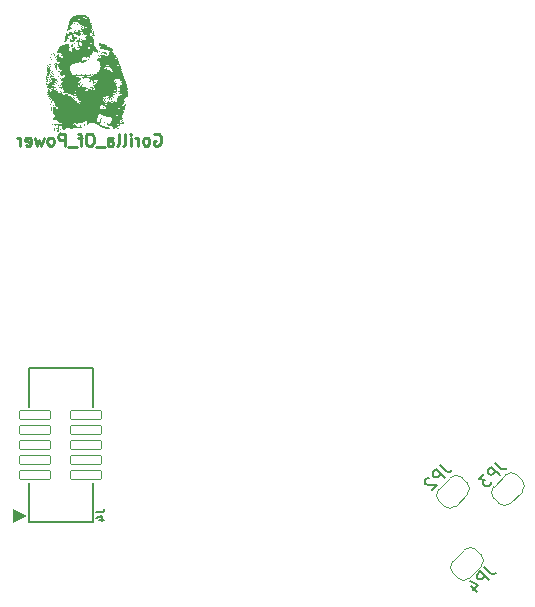
<source format=gbr>
%TF.GenerationSoftware,KiCad,Pcbnew,9.0.1*%
%TF.CreationDate,2025-05-27T14:35:14-07:00*%
%TF.ProjectId,peripheral_board,70657269-7068-4657-9261-6c5f626f6172,rev?*%
%TF.SameCoordinates,Original*%
%TF.FileFunction,Legend,Bot*%
%TF.FilePolarity,Positive*%
%FSLAX46Y46*%
G04 Gerber Fmt 4.6, Leading zero omitted, Abs format (unit mm)*
G04 Created by KiCad (PCBNEW 9.0.1) date 2025-05-27 14:35:14*
%MOMM*%
%LPD*%
G01*
G04 APERTURE LIST*
G04 Aperture macros list*
%AMRoundRect*
0 Rectangle with rounded corners*
0 $1 Rounding radius*
0 $2 $3 $4 $5 $6 $7 $8 $9 X,Y pos of 4 corners*
0 Add a 4 corners polygon primitive as box body*
4,1,4,$2,$3,$4,$5,$6,$7,$8,$9,$2,$3,0*
0 Add four circle primitives for the rounded corners*
1,1,$1+$1,$2,$3*
1,1,$1+$1,$4,$5*
1,1,$1+$1,$6,$7*
1,1,$1+$1,$8,$9*
0 Add four rect primitives between the rounded corners*
20,1,$1+$1,$2,$3,$4,$5,0*
20,1,$1+$1,$4,$5,$6,$7,0*
20,1,$1+$1,$6,$7,$8,$9,0*
20,1,$1+$1,$8,$9,$2,$3,0*%
%AMFreePoly0*
4,1,23,0.499999,-0.750000,0.000000,-0.750000,0.000000,-0.745722,-0.065263,-0.745722,-0.191342,-0.711940,-0.304381,-0.646677,-0.396677,-0.554382,-0.461940,-0.441342,-0.495722,-0.315263,-0.495722,-0.250000,-0.500000,-0.250000,-0.500000,0.250000,-0.495722,0.250000,-0.495722,0.315263,-0.461940,0.441342,-0.396677,0.554382,-0.304381,0.646677,-0.191342,0.711940,-0.065263,0.745722,0.000000,0.745722,
0.000000,0.750000,0.499999,0.750000,0.499999,-0.750000,0.499999,-0.750000,$1*%
%AMFreePoly1*
4,1,23,0.000000,0.745722,0.065263,0.745722,0.191342,0.711940,0.304381,0.646677,0.396677,0.554382,0.461940,0.441342,0.495722,0.315263,0.495722,0.250000,0.500000,0.250000,0.500000,-0.250000,0.495722,-0.250000,0.495722,-0.315263,0.461940,-0.441342,0.396677,-0.554382,0.304381,-0.646677,0.191342,-0.711940,0.065263,-0.745722,0.000000,-0.745722,0.000000,-0.750000,-0.499999,-0.750000,
-0.499999,0.750000,0.000000,0.750000,0.000000,0.745722,0.000000,0.745722,$1*%
G04 Aperture macros list end*
%ADD10C,0.150000*%
%ADD11C,0.250000*%
%ADD12C,0.146304*%
%ADD13C,0.120000*%
%ADD14C,0.000000*%
%ADD15C,0.127000*%
%ADD16C,3.250000*%
%ADD17C,1.520000*%
%ADD18C,2.500000*%
%ADD19O,1.400000X1.800000*%
%ADD20R,1.400000X1.400000*%
%ADD21C,1.400000*%
%ADD22R,1.700000X1.700000*%
%ADD23C,1.700000*%
%ADD24FreePoly0,225.000000*%
%ADD25FreePoly1,225.000000*%
%ADD26FreePoly0,45.000000*%
%ADD27FreePoly1,45.000000*%
%ADD28C,1.000000*%
%ADD29RoundRect,0.050800X1.300000X-0.380000X1.300000X0.380000X-1.300000X0.380000X-1.300000X-0.380000X0*%
G04 APERTURE END LIST*
D10*
X181775595Y-80519024D02*
X182280671Y-81024100D01*
X182280671Y-81024100D02*
X182415358Y-81091443D01*
X182415358Y-81091443D02*
X182550045Y-81091443D01*
X182550045Y-81091443D02*
X182684732Y-81024100D01*
X182684732Y-81024100D02*
X182752076Y-80956756D01*
X182145984Y-81562848D02*
X181438877Y-80855741D01*
X181438877Y-80855741D02*
X181169503Y-81125115D01*
X181169503Y-81125115D02*
X181135832Y-81226131D01*
X181135832Y-81226131D02*
X181135832Y-81293474D01*
X181135832Y-81293474D02*
X181169503Y-81394489D01*
X181169503Y-81394489D02*
X181270519Y-81495505D01*
X181270519Y-81495505D02*
X181371534Y-81529176D01*
X181371534Y-81529176D02*
X181438877Y-81529176D01*
X181438877Y-81529176D02*
X181539893Y-81495505D01*
X181539893Y-81495505D02*
X181809267Y-81226131D01*
X180799114Y-81495505D02*
X180361381Y-81933237D01*
X180361381Y-81933237D02*
X180866458Y-81966909D01*
X180866458Y-81966909D02*
X180765442Y-82067924D01*
X180765442Y-82067924D02*
X180731771Y-82168940D01*
X180731771Y-82168940D02*
X180731771Y-82236283D01*
X180731771Y-82236283D02*
X180765442Y-82337298D01*
X180765442Y-82337298D02*
X180933801Y-82505657D01*
X180933801Y-82505657D02*
X181034816Y-82539329D01*
X181034816Y-82539329D02*
X181102160Y-82539329D01*
X181102160Y-82539329D02*
X181203175Y-82505657D01*
X181203175Y-82505657D02*
X181405206Y-82303627D01*
X181405206Y-82303627D02*
X181438877Y-82202611D01*
X181438877Y-82202611D02*
X181438877Y-82135268D01*
X177126368Y-80748833D02*
X177631444Y-81253909D01*
X177631444Y-81253909D02*
X177766131Y-81321252D01*
X177766131Y-81321252D02*
X177900818Y-81321252D01*
X177900818Y-81321252D02*
X178035505Y-81253909D01*
X178035505Y-81253909D02*
X178102849Y-81186565D01*
X177496757Y-81792657D02*
X176789650Y-81085550D01*
X176789650Y-81085550D02*
X176520276Y-81354924D01*
X176520276Y-81354924D02*
X176486605Y-81455940D01*
X176486605Y-81455940D02*
X176486605Y-81523283D01*
X176486605Y-81523283D02*
X176520276Y-81624298D01*
X176520276Y-81624298D02*
X176621292Y-81725314D01*
X176621292Y-81725314D02*
X176722307Y-81758985D01*
X176722307Y-81758985D02*
X176789650Y-81758985D01*
X176789650Y-81758985D02*
X176890666Y-81725314D01*
X176890666Y-81725314D02*
X177160040Y-81455940D01*
X176183559Y-81826329D02*
X176116215Y-81826329D01*
X176116215Y-81826329D02*
X176015200Y-81860001D01*
X176015200Y-81860001D02*
X175846841Y-82028359D01*
X175846841Y-82028359D02*
X175813170Y-82129375D01*
X175813170Y-82129375D02*
X175813170Y-82196718D01*
X175813170Y-82196718D02*
X175846841Y-82297733D01*
X175846841Y-82297733D02*
X175914185Y-82365077D01*
X175914185Y-82365077D02*
X176048872Y-82432420D01*
X176048872Y-82432420D02*
X176856994Y-82432420D01*
X176856994Y-82432420D02*
X176419261Y-82870153D01*
X180856355Y-89393214D02*
X181361431Y-89898290D01*
X181361431Y-89898290D02*
X181496118Y-89965633D01*
X181496118Y-89965633D02*
X181630805Y-89965633D01*
X181630805Y-89965633D02*
X181765492Y-89898290D01*
X181765492Y-89898290D02*
X181832836Y-89830946D01*
X181226744Y-90437038D02*
X180519637Y-89729931D01*
X180519637Y-89729931D02*
X180250263Y-89999305D01*
X180250263Y-89999305D02*
X180216592Y-90100321D01*
X180216592Y-90100321D02*
X180216592Y-90167664D01*
X180216592Y-90167664D02*
X180250263Y-90268679D01*
X180250263Y-90268679D02*
X180351279Y-90369695D01*
X180351279Y-90369695D02*
X180452294Y-90403366D01*
X180452294Y-90403366D02*
X180519637Y-90403366D01*
X180519637Y-90403366D02*
X180620653Y-90369695D01*
X180620653Y-90369695D02*
X180890027Y-90100321D01*
X179745187Y-90975786D02*
X180216592Y-91447191D01*
X179644172Y-90538053D02*
X180317607Y-90874771D01*
X180317607Y-90874771D02*
X179879874Y-91312504D01*
D11*
X152910193Y-52725807D02*
X153005431Y-52678188D01*
X153005431Y-52678188D02*
X153148288Y-52678188D01*
X153148288Y-52678188D02*
X153291145Y-52725807D01*
X153291145Y-52725807D02*
X153386383Y-52821045D01*
X153386383Y-52821045D02*
X153434002Y-52916283D01*
X153434002Y-52916283D02*
X153481621Y-53106759D01*
X153481621Y-53106759D02*
X153481621Y-53249616D01*
X153481621Y-53249616D02*
X153434002Y-53440092D01*
X153434002Y-53440092D02*
X153386383Y-53535330D01*
X153386383Y-53535330D02*
X153291145Y-53630569D01*
X153291145Y-53630569D02*
X153148288Y-53678188D01*
X153148288Y-53678188D02*
X153053050Y-53678188D01*
X153053050Y-53678188D02*
X152910193Y-53630569D01*
X152910193Y-53630569D02*
X152862574Y-53582949D01*
X152862574Y-53582949D02*
X152862574Y-53249616D01*
X152862574Y-53249616D02*
X153053050Y-53249616D01*
X152291145Y-53678188D02*
X152386383Y-53630569D01*
X152386383Y-53630569D02*
X152434002Y-53582949D01*
X152434002Y-53582949D02*
X152481621Y-53487711D01*
X152481621Y-53487711D02*
X152481621Y-53201997D01*
X152481621Y-53201997D02*
X152434002Y-53106759D01*
X152434002Y-53106759D02*
X152386383Y-53059140D01*
X152386383Y-53059140D02*
X152291145Y-53011521D01*
X152291145Y-53011521D02*
X152148288Y-53011521D01*
X152148288Y-53011521D02*
X152053050Y-53059140D01*
X152053050Y-53059140D02*
X152005431Y-53106759D01*
X152005431Y-53106759D02*
X151957812Y-53201997D01*
X151957812Y-53201997D02*
X151957812Y-53487711D01*
X151957812Y-53487711D02*
X152005431Y-53582949D01*
X152005431Y-53582949D02*
X152053050Y-53630569D01*
X152053050Y-53630569D02*
X152148288Y-53678188D01*
X152148288Y-53678188D02*
X152291145Y-53678188D01*
X151529240Y-53678188D02*
X151529240Y-53011521D01*
X151529240Y-53201997D02*
X151481621Y-53106759D01*
X151481621Y-53106759D02*
X151434002Y-53059140D01*
X151434002Y-53059140D02*
X151338764Y-53011521D01*
X151338764Y-53011521D02*
X151243526Y-53011521D01*
X150910192Y-53678188D02*
X150910192Y-53011521D01*
X150910192Y-52678188D02*
X150957811Y-52725807D01*
X150957811Y-52725807D02*
X150910192Y-52773426D01*
X150910192Y-52773426D02*
X150862573Y-52725807D01*
X150862573Y-52725807D02*
X150910192Y-52678188D01*
X150910192Y-52678188D02*
X150910192Y-52773426D01*
X150291145Y-53678188D02*
X150386383Y-53630569D01*
X150386383Y-53630569D02*
X150434002Y-53535330D01*
X150434002Y-53535330D02*
X150434002Y-52678188D01*
X149767335Y-53678188D02*
X149862573Y-53630569D01*
X149862573Y-53630569D02*
X149910192Y-53535330D01*
X149910192Y-53535330D02*
X149910192Y-52678188D01*
X148957811Y-53678188D02*
X148957811Y-53154378D01*
X148957811Y-53154378D02*
X149005430Y-53059140D01*
X149005430Y-53059140D02*
X149100668Y-53011521D01*
X149100668Y-53011521D02*
X149291144Y-53011521D01*
X149291144Y-53011521D02*
X149386382Y-53059140D01*
X148957811Y-53630569D02*
X149053049Y-53678188D01*
X149053049Y-53678188D02*
X149291144Y-53678188D01*
X149291144Y-53678188D02*
X149386382Y-53630569D01*
X149386382Y-53630569D02*
X149434001Y-53535330D01*
X149434001Y-53535330D02*
X149434001Y-53440092D01*
X149434001Y-53440092D02*
X149386382Y-53344854D01*
X149386382Y-53344854D02*
X149291144Y-53297235D01*
X149291144Y-53297235D02*
X149053049Y-53297235D01*
X149053049Y-53297235D02*
X148957811Y-53249616D01*
X148719716Y-53773426D02*
X147957811Y-53773426D01*
X147529239Y-52678188D02*
X147338763Y-52678188D01*
X147338763Y-52678188D02*
X147243525Y-52725807D01*
X147243525Y-52725807D02*
X147148287Y-52821045D01*
X147148287Y-52821045D02*
X147100668Y-53011521D01*
X147100668Y-53011521D02*
X147100668Y-53344854D01*
X147100668Y-53344854D02*
X147148287Y-53535330D01*
X147148287Y-53535330D02*
X147243525Y-53630569D01*
X147243525Y-53630569D02*
X147338763Y-53678188D01*
X147338763Y-53678188D02*
X147529239Y-53678188D01*
X147529239Y-53678188D02*
X147624477Y-53630569D01*
X147624477Y-53630569D02*
X147719715Y-53535330D01*
X147719715Y-53535330D02*
X147767334Y-53344854D01*
X147767334Y-53344854D02*
X147767334Y-53011521D01*
X147767334Y-53011521D02*
X147719715Y-52821045D01*
X147719715Y-52821045D02*
X147624477Y-52725807D01*
X147624477Y-52725807D02*
X147529239Y-52678188D01*
X146814953Y-53011521D02*
X146434001Y-53011521D01*
X146672096Y-53678188D02*
X146672096Y-52821045D01*
X146672096Y-52821045D02*
X146624477Y-52725807D01*
X146624477Y-52725807D02*
X146529239Y-52678188D01*
X146529239Y-52678188D02*
X146434001Y-52678188D01*
X146338763Y-53773426D02*
X145576858Y-53773426D01*
X145338762Y-53678188D02*
X145338762Y-52678188D01*
X145338762Y-52678188D02*
X144957810Y-52678188D01*
X144957810Y-52678188D02*
X144862572Y-52725807D01*
X144862572Y-52725807D02*
X144814953Y-52773426D01*
X144814953Y-52773426D02*
X144767334Y-52868664D01*
X144767334Y-52868664D02*
X144767334Y-53011521D01*
X144767334Y-53011521D02*
X144814953Y-53106759D01*
X144814953Y-53106759D02*
X144862572Y-53154378D01*
X144862572Y-53154378D02*
X144957810Y-53201997D01*
X144957810Y-53201997D02*
X145338762Y-53201997D01*
X144195905Y-53678188D02*
X144291143Y-53630569D01*
X144291143Y-53630569D02*
X144338762Y-53582949D01*
X144338762Y-53582949D02*
X144386381Y-53487711D01*
X144386381Y-53487711D02*
X144386381Y-53201997D01*
X144386381Y-53201997D02*
X144338762Y-53106759D01*
X144338762Y-53106759D02*
X144291143Y-53059140D01*
X144291143Y-53059140D02*
X144195905Y-53011521D01*
X144195905Y-53011521D02*
X144053048Y-53011521D01*
X144053048Y-53011521D02*
X143957810Y-53059140D01*
X143957810Y-53059140D02*
X143910191Y-53106759D01*
X143910191Y-53106759D02*
X143862572Y-53201997D01*
X143862572Y-53201997D02*
X143862572Y-53487711D01*
X143862572Y-53487711D02*
X143910191Y-53582949D01*
X143910191Y-53582949D02*
X143957810Y-53630569D01*
X143957810Y-53630569D02*
X144053048Y-53678188D01*
X144053048Y-53678188D02*
X144195905Y-53678188D01*
X143529238Y-53011521D02*
X143338762Y-53678188D01*
X143338762Y-53678188D02*
X143148286Y-53201997D01*
X143148286Y-53201997D02*
X142957810Y-53678188D01*
X142957810Y-53678188D02*
X142767334Y-53011521D01*
X142005429Y-53630569D02*
X142100667Y-53678188D01*
X142100667Y-53678188D02*
X142291143Y-53678188D01*
X142291143Y-53678188D02*
X142386381Y-53630569D01*
X142386381Y-53630569D02*
X142434000Y-53535330D01*
X142434000Y-53535330D02*
X142434000Y-53154378D01*
X142434000Y-53154378D02*
X142386381Y-53059140D01*
X142386381Y-53059140D02*
X142291143Y-53011521D01*
X142291143Y-53011521D02*
X142100667Y-53011521D01*
X142100667Y-53011521D02*
X142005429Y-53059140D01*
X142005429Y-53059140D02*
X141957810Y-53154378D01*
X141957810Y-53154378D02*
X141957810Y-53249616D01*
X141957810Y-53249616D02*
X142434000Y-53344854D01*
X141529238Y-53678188D02*
X141529238Y-53011521D01*
X141529238Y-53201997D02*
X141481619Y-53106759D01*
X141481619Y-53106759D02*
X141434000Y-53059140D01*
X141434000Y-53059140D02*
X141338762Y-53011521D01*
X141338762Y-53011521D02*
X141243524Y-53011521D01*
D12*
X148009321Y-84738869D02*
X148485390Y-84738869D01*
X148485390Y-84738869D02*
X148580604Y-84707132D01*
X148580604Y-84707132D02*
X148644080Y-84643656D01*
X148644080Y-84643656D02*
X148675817Y-84548442D01*
X148675817Y-84548442D02*
X148675817Y-84484966D01*
X148231487Y-85341889D02*
X148675817Y-85341889D01*
X147977584Y-85183200D02*
X148453652Y-85024510D01*
X148453652Y-85024510D02*
X148453652Y-85437103D01*
D13*
%TO.C,JP3*%
X181642551Y-83544390D02*
X182066816Y-83968655D01*
X182632501Y-81564491D02*
X181642551Y-82554441D01*
X183056765Y-83968655D02*
X184046715Y-82978705D01*
X184046715Y-81988756D02*
X183622450Y-81564491D01*
X181642551Y-83544390D02*
G75*
G02*
X181642551Y-82554441I494975J494974D01*
G01*
X182632501Y-81564491D02*
G75*
G02*
X183622451Y-81564490I494975J-494974D01*
G01*
X183056765Y-83968655D02*
G75*
G02*
X182066816Y-83968656I-494975J494975D01*
G01*
X184046715Y-81988756D02*
G75*
G02*
X184046715Y-82978704I-494974J-494974D01*
G01*
%TO.C,JP2*%
X176993324Y-83774199D02*
X177417589Y-84198464D01*
X177983274Y-81794300D02*
X176993324Y-82784250D01*
X178407538Y-84198464D02*
X179397488Y-83208514D01*
X179397488Y-82218565D02*
X178973223Y-81794300D01*
X176993324Y-83774199D02*
G75*
G02*
X176993324Y-82784250I494975J494974D01*
G01*
X177983274Y-81794300D02*
G75*
G02*
X178973224Y-81794299I494975J-494974D01*
G01*
X178407538Y-84198464D02*
G75*
G02*
X177417589Y-84198465I-494975J494975D01*
G01*
X179397488Y-82218565D02*
G75*
G02*
X179397488Y-83208513I-494974J-494974D01*
G01*
%TO.C,JP4*%
X178177727Y-89872996D02*
X178601992Y-90297261D01*
X179167677Y-87893097D02*
X178177727Y-88883047D01*
X179591941Y-90297261D02*
X180581891Y-89307311D01*
X180581891Y-88317362D02*
X180157626Y-87893097D01*
X178177727Y-89872996D02*
G75*
G02*
X178177727Y-88883048I494974J494974D01*
G01*
X179167677Y-87893097D02*
G75*
G02*
X180157626Y-87893096I494975J-494975D01*
G01*
X179591941Y-90297261D02*
G75*
G02*
X178601991Y-90297262I-494975J494974D01*
G01*
X180581891Y-88317362D02*
G75*
G02*
X180581891Y-89307311I-494975J-494974D01*
G01*
D14*
%TO.C,Gorilla_Of_Power*%
G36*
X143810192Y-47340107D02*
G01*
X143802500Y-47347799D01*
X143794808Y-47340107D01*
X143802500Y-47332415D01*
X143810192Y-47340107D01*
G37*
G36*
X143825577Y-48355492D02*
G01*
X143817885Y-48363184D01*
X143810192Y-48355492D01*
X143817885Y-48347799D01*
X143825577Y-48355492D01*
G37*
G36*
X143840962Y-47740107D02*
G01*
X143833269Y-47747799D01*
X143825577Y-47740107D01*
X143833269Y-47732415D01*
X143840962Y-47740107D01*
G37*
G36*
X143871731Y-46893953D02*
G01*
X143864039Y-46901645D01*
X143856346Y-46893953D01*
X143864039Y-46886261D01*
X143871731Y-46893953D01*
G37*
G36*
X143871731Y-48770876D02*
G01*
X143864039Y-48778569D01*
X143856346Y-48770876D01*
X143864039Y-48763184D01*
X143871731Y-48770876D01*
G37*
G36*
X143902500Y-46740107D02*
G01*
X143894808Y-46747799D01*
X143887116Y-46740107D01*
X143894808Y-46732415D01*
X143902500Y-46740107D01*
G37*
G36*
X143933269Y-46570876D02*
G01*
X143925577Y-46578569D01*
X143917885Y-46570876D01*
X143925577Y-46563184D01*
X143933269Y-46570876D01*
G37*
G36*
X143933269Y-49647799D02*
G01*
X143925577Y-49655492D01*
X143917885Y-49647799D01*
X143925577Y-49640107D01*
X143933269Y-49647799D01*
G37*
G36*
X143933269Y-49709338D02*
G01*
X143925577Y-49717030D01*
X143917885Y-49709338D01*
X143925577Y-49701645D01*
X143933269Y-49709338D01*
G37*
G36*
X143948654Y-46509338D02*
G01*
X143940962Y-46517030D01*
X143933269Y-46509338D01*
X143940962Y-46501645D01*
X143948654Y-46509338D01*
G37*
G36*
X143964039Y-46155492D02*
G01*
X143956346Y-46163184D01*
X143948654Y-46155492D01*
X143956346Y-46147799D01*
X143964039Y-46155492D01*
G37*
G36*
X144010192Y-46140107D02*
G01*
X144002500Y-46147799D01*
X143994808Y-46140107D01*
X144002500Y-46132415D01*
X144010192Y-46140107D01*
G37*
G36*
X144025577Y-48001645D02*
G01*
X144017885Y-48009338D01*
X144010192Y-48001645D01*
X144017885Y-47993953D01*
X144025577Y-48001645D01*
G37*
G36*
X144040962Y-46155492D02*
G01*
X144033269Y-46163184D01*
X144025577Y-46155492D01*
X144033269Y-46147799D01*
X144040962Y-46155492D01*
G37*
G36*
X144040962Y-46247799D02*
G01*
X144033269Y-46255492D01*
X144025577Y-46247799D01*
X144033269Y-46240107D01*
X144040962Y-46247799D01*
G37*
G36*
X144040962Y-46617030D02*
G01*
X144033269Y-46624722D01*
X144025577Y-46617030D01*
X144033269Y-46609338D01*
X144040962Y-46617030D01*
G37*
G36*
X144040962Y-46878569D02*
G01*
X144033269Y-46886261D01*
X144025577Y-46878569D01*
X144033269Y-46870876D01*
X144040962Y-46878569D01*
G37*
G36*
X144040962Y-47247799D02*
G01*
X144033269Y-47255492D01*
X144025577Y-47247799D01*
X144033269Y-47240107D01*
X144040962Y-47247799D01*
G37*
G36*
X144056346Y-46740107D02*
G01*
X144048654Y-46747799D01*
X144040962Y-46740107D01*
X144048654Y-46732415D01*
X144056346Y-46740107D01*
G37*
G36*
X144071731Y-48955492D02*
G01*
X144064039Y-48963184D01*
X144056346Y-48955492D01*
X144064039Y-48947799D01*
X144071731Y-48955492D01*
G37*
G36*
X144087116Y-48909338D02*
G01*
X144079423Y-48917030D01*
X144071731Y-48909338D01*
X144079423Y-48901645D01*
X144087116Y-48909338D01*
G37*
G36*
X144102500Y-45924722D02*
G01*
X144094808Y-45932415D01*
X144087116Y-45924722D01*
X144094808Y-45917030D01*
X144102500Y-45924722D01*
G37*
G36*
X144102500Y-46155492D02*
G01*
X144094808Y-46163184D01*
X144087116Y-46155492D01*
X144094808Y-46147799D01*
X144102500Y-46155492D01*
G37*
G36*
X144117885Y-47263184D02*
G01*
X144110192Y-47270876D01*
X144102500Y-47263184D01*
X144110192Y-47255492D01*
X144117885Y-47263184D01*
G37*
G36*
X144133269Y-50324722D02*
G01*
X144125577Y-50332415D01*
X144117885Y-50324722D01*
X144125577Y-50317030D01*
X144133269Y-50324722D01*
G37*
G36*
X144148654Y-48278569D02*
G01*
X144140962Y-48286261D01*
X144133269Y-48278569D01*
X144140962Y-48270876D01*
X144148654Y-48278569D01*
G37*
G36*
X144148654Y-50278569D02*
G01*
X144140962Y-50286261D01*
X144133269Y-50278569D01*
X144140962Y-50270876D01*
X144148654Y-50278569D01*
G37*
G36*
X144164039Y-47155492D02*
G01*
X144156346Y-47163184D01*
X144148654Y-47155492D01*
X144156346Y-47147799D01*
X144164039Y-47155492D01*
G37*
G36*
X144194808Y-47201645D02*
G01*
X144187116Y-47209338D01*
X144179423Y-47201645D01*
X144187116Y-47193953D01*
X144194808Y-47201645D01*
G37*
G36*
X144210192Y-46693953D02*
G01*
X144202500Y-46701645D01*
X144194808Y-46693953D01*
X144202500Y-46686261D01*
X144210192Y-46693953D01*
G37*
G36*
X144210192Y-47263184D02*
G01*
X144202500Y-47270876D01*
X144194808Y-47263184D01*
X144202500Y-47255492D01*
X144210192Y-47263184D01*
G37*
G36*
X144210192Y-47555492D02*
G01*
X144202500Y-47563184D01*
X144194808Y-47555492D01*
X144202500Y-47547799D01*
X144210192Y-47555492D01*
G37*
G36*
X144210192Y-48032415D02*
G01*
X144202500Y-48040107D01*
X144194808Y-48032415D01*
X144202500Y-48024722D01*
X144210192Y-48032415D01*
G37*
G36*
X144225577Y-48740107D02*
G01*
X144217885Y-48747799D01*
X144210192Y-48740107D01*
X144217885Y-48732415D01*
X144225577Y-48740107D01*
G37*
G36*
X144225577Y-51740107D02*
G01*
X144217885Y-51747799D01*
X144210192Y-51740107D01*
X144217885Y-51732415D01*
X144225577Y-51740107D01*
G37*
G36*
X144240962Y-47232415D02*
G01*
X144233269Y-47240107D01*
X144225577Y-47232415D01*
X144233269Y-47224722D01*
X144240962Y-47232415D01*
G37*
G36*
X144240962Y-50340107D02*
G01*
X144233269Y-50347799D01*
X144225577Y-50340107D01*
X144233269Y-50332415D01*
X144240962Y-50340107D01*
G37*
G36*
X144256346Y-46986261D02*
G01*
X144248654Y-46993953D01*
X144240962Y-46986261D01*
X144248654Y-46978569D01*
X144256346Y-46986261D01*
G37*
G36*
X144256346Y-47309338D02*
G01*
X144248654Y-47317030D01*
X144240962Y-47309338D01*
X144248654Y-47301645D01*
X144256346Y-47309338D01*
G37*
G36*
X144271731Y-45786261D02*
G01*
X144264039Y-45793953D01*
X144256346Y-45786261D01*
X144264039Y-45778569D01*
X144271731Y-45786261D01*
G37*
G36*
X144271731Y-47278569D02*
G01*
X144264039Y-47286261D01*
X144256346Y-47278569D01*
X144264039Y-47270876D01*
X144271731Y-47278569D01*
G37*
G36*
X144271731Y-47924722D02*
G01*
X144264039Y-47932415D01*
X144256346Y-47924722D01*
X144264039Y-47917030D01*
X144271731Y-47924722D01*
G37*
G36*
X144287116Y-48601645D02*
G01*
X144279423Y-48609338D01*
X144271731Y-48601645D01*
X144279423Y-48593953D01*
X144287116Y-48601645D01*
G37*
G36*
X144302500Y-46032415D02*
G01*
X144294808Y-46040107D01*
X144287116Y-46032415D01*
X144294808Y-46024722D01*
X144302500Y-46032415D01*
G37*
G36*
X144302500Y-46093953D02*
G01*
X144294808Y-46101645D01*
X144287116Y-46093953D01*
X144294808Y-46086261D01*
X144302500Y-46093953D01*
G37*
G36*
X144317885Y-45986261D02*
G01*
X144310192Y-45993953D01*
X144302500Y-45986261D01*
X144310192Y-45978569D01*
X144317885Y-45986261D01*
G37*
G36*
X144317885Y-47309338D02*
G01*
X144310192Y-47317030D01*
X144302500Y-47309338D01*
X144310192Y-47301645D01*
X144317885Y-47309338D01*
G37*
G36*
X144333269Y-50047799D02*
G01*
X144325577Y-50055492D01*
X144317885Y-50047799D01*
X144325577Y-50040107D01*
X144333269Y-50047799D01*
G37*
G36*
X144333269Y-50232415D02*
G01*
X144325577Y-50240107D01*
X144317885Y-50232415D01*
X144325577Y-50224722D01*
X144333269Y-50232415D01*
G37*
G36*
X144364039Y-47770876D02*
G01*
X144356346Y-47778569D01*
X144348654Y-47770876D01*
X144356346Y-47763184D01*
X144364039Y-47770876D01*
G37*
G36*
X144364039Y-49940107D02*
G01*
X144356346Y-49947799D01*
X144348654Y-49940107D01*
X144356346Y-49932415D01*
X144364039Y-49940107D01*
G37*
G36*
X144364039Y-51186261D02*
G01*
X144356346Y-51193953D01*
X144348654Y-51186261D01*
X144356346Y-51178569D01*
X144364039Y-51186261D01*
G37*
G36*
X144379423Y-45647799D02*
G01*
X144371731Y-45655492D01*
X144364039Y-45647799D01*
X144371731Y-45640107D01*
X144379423Y-45647799D01*
G37*
G36*
X144379423Y-46232415D02*
G01*
X144371731Y-46240107D01*
X144364039Y-46232415D01*
X144371731Y-46224722D01*
X144379423Y-46232415D01*
G37*
G36*
X144394808Y-50217030D02*
G01*
X144387116Y-50224722D01*
X144379423Y-50217030D01*
X144387116Y-50209338D01*
X144394808Y-50217030D01*
G37*
G36*
X144394808Y-51693953D02*
G01*
X144387116Y-51701645D01*
X144379423Y-51693953D01*
X144387116Y-51686261D01*
X144394808Y-51693953D01*
G37*
G36*
X144410192Y-46155492D02*
G01*
X144402500Y-46163184D01*
X144394808Y-46155492D01*
X144402500Y-46147799D01*
X144410192Y-46155492D01*
G37*
G36*
X144425577Y-46186261D02*
G01*
X144417885Y-46193953D01*
X144410192Y-46186261D01*
X144417885Y-46178569D01*
X144425577Y-46186261D01*
G37*
G36*
X144425577Y-50817030D02*
G01*
X144417885Y-50824722D01*
X144410192Y-50817030D01*
X144417885Y-50809338D01*
X144425577Y-50817030D01*
G37*
G36*
X144425577Y-51201645D02*
G01*
X144417885Y-51209338D01*
X144410192Y-51201645D01*
X144417885Y-51193953D01*
X144425577Y-51201645D01*
G37*
G36*
X144440962Y-46232415D02*
G01*
X144433269Y-46240107D01*
X144425577Y-46232415D01*
X144433269Y-46224722D01*
X144440962Y-46232415D01*
G37*
G36*
X144440962Y-46555492D02*
G01*
X144433269Y-46563184D01*
X144425577Y-46555492D01*
X144433269Y-46547799D01*
X144440962Y-46555492D01*
G37*
G36*
X144440962Y-47986261D02*
G01*
X144433269Y-47993953D01*
X144425577Y-47986261D01*
X144433269Y-47978569D01*
X144440962Y-47986261D01*
G37*
G36*
X144440962Y-50355492D02*
G01*
X144433269Y-50363184D01*
X144425577Y-50355492D01*
X144433269Y-50347799D01*
X144440962Y-50355492D01*
G37*
G36*
X144456346Y-50324722D02*
G01*
X144448654Y-50332415D01*
X144440962Y-50324722D01*
X144448654Y-50317030D01*
X144456346Y-50324722D01*
G37*
G36*
X144487116Y-46447799D02*
G01*
X144479423Y-46455492D01*
X144471731Y-46447799D01*
X144479423Y-46440107D01*
X144487116Y-46447799D01*
G37*
G36*
X144487116Y-47017030D02*
G01*
X144479423Y-47024722D01*
X144471731Y-47017030D01*
X144479423Y-47009338D01*
X144487116Y-47017030D01*
G37*
G36*
X144487116Y-47617030D02*
G01*
X144479423Y-47624722D01*
X144471731Y-47617030D01*
X144479423Y-47609338D01*
X144487116Y-47617030D01*
G37*
G36*
X144502500Y-46570876D02*
G01*
X144494808Y-46578569D01*
X144487116Y-46570876D01*
X144494808Y-46563184D01*
X144502500Y-46570876D01*
G37*
G36*
X144548654Y-46124722D02*
G01*
X144540962Y-46132415D01*
X144533269Y-46124722D01*
X144540962Y-46117030D01*
X144548654Y-46124722D01*
G37*
G36*
X144548654Y-48401645D02*
G01*
X144540962Y-48409338D01*
X144533269Y-48401645D01*
X144540962Y-48393953D01*
X144548654Y-48401645D01*
G37*
G36*
X144564039Y-46647799D02*
G01*
X144556346Y-46655492D01*
X144548654Y-46647799D01*
X144556346Y-46640107D01*
X144564039Y-46647799D01*
G37*
G36*
X144564039Y-50201645D02*
G01*
X144556346Y-50209338D01*
X144548654Y-50201645D01*
X144556346Y-50193953D01*
X144564039Y-50201645D01*
G37*
G36*
X144564039Y-50447799D02*
G01*
X144556346Y-50455492D01*
X144548654Y-50447799D01*
X144556346Y-50440107D01*
X144564039Y-50447799D01*
G37*
G36*
X144579423Y-47540107D02*
G01*
X144571731Y-47547799D01*
X144564039Y-47540107D01*
X144571731Y-47532415D01*
X144579423Y-47540107D01*
G37*
G36*
X144594808Y-46217030D02*
G01*
X144587116Y-46224722D01*
X144579423Y-46217030D01*
X144587116Y-46209338D01*
X144594808Y-46217030D01*
G37*
G36*
X144610192Y-47986261D02*
G01*
X144602500Y-47993953D01*
X144594808Y-47986261D01*
X144602500Y-47978569D01*
X144610192Y-47986261D01*
G37*
G36*
X144610192Y-48724722D02*
G01*
X144602500Y-48732415D01*
X144594808Y-48724722D01*
X144602500Y-48717030D01*
X144610192Y-48724722D01*
G37*
G36*
X144625577Y-45601645D02*
G01*
X144617885Y-45609338D01*
X144610192Y-45601645D01*
X144617885Y-45593953D01*
X144625577Y-45601645D01*
G37*
G36*
X144640962Y-45432415D02*
G01*
X144633269Y-45440107D01*
X144625577Y-45432415D01*
X144633269Y-45424722D01*
X144640962Y-45432415D01*
G37*
G36*
X144640962Y-46524722D02*
G01*
X144633269Y-46532415D01*
X144625577Y-46524722D01*
X144633269Y-46517030D01*
X144640962Y-46524722D01*
G37*
G36*
X144640962Y-47878569D02*
G01*
X144633269Y-47886261D01*
X144625577Y-47878569D01*
X144633269Y-47870876D01*
X144640962Y-47878569D01*
G37*
G36*
X144640962Y-48570876D02*
G01*
X144633269Y-48578569D01*
X144625577Y-48570876D01*
X144633269Y-48563184D01*
X144640962Y-48570876D01*
G37*
G36*
X144656346Y-47263184D02*
G01*
X144648654Y-47270876D01*
X144640962Y-47263184D01*
X144648654Y-47255492D01*
X144656346Y-47263184D01*
G37*
G36*
X144671731Y-47555492D02*
G01*
X144664039Y-47563184D01*
X144656346Y-47555492D01*
X144664039Y-47547799D01*
X144671731Y-47555492D01*
G37*
G36*
X144671731Y-48678569D02*
G01*
X144664039Y-48686261D01*
X144656346Y-48678569D01*
X144664039Y-48670876D01*
X144671731Y-48678569D01*
G37*
G36*
X144687116Y-45740107D02*
G01*
X144679423Y-45747799D01*
X144671731Y-45740107D01*
X144679423Y-45732415D01*
X144687116Y-45740107D01*
G37*
G36*
X144687116Y-47509338D02*
G01*
X144679423Y-47517030D01*
X144671731Y-47509338D01*
X144679423Y-47501645D01*
X144687116Y-47509338D01*
G37*
G36*
X144687116Y-47817030D02*
G01*
X144679423Y-47824722D01*
X144671731Y-47817030D01*
X144679423Y-47809338D01*
X144687116Y-47817030D01*
G37*
G36*
X144702500Y-45847799D02*
G01*
X144694808Y-45855492D01*
X144687116Y-45847799D01*
X144694808Y-45840107D01*
X144702500Y-45847799D01*
G37*
G36*
X144702500Y-47401645D02*
G01*
X144694808Y-47409338D01*
X144687116Y-47401645D01*
X144694808Y-47393953D01*
X144702500Y-47401645D01*
G37*
G36*
X144733269Y-47063184D02*
G01*
X144725577Y-47070876D01*
X144717885Y-47063184D01*
X144725577Y-47055492D01*
X144733269Y-47063184D01*
G37*
G36*
X144733269Y-48863184D02*
G01*
X144725577Y-48870876D01*
X144717885Y-48863184D01*
X144725577Y-48855492D01*
X144733269Y-48863184D01*
G37*
G36*
X144748654Y-48832415D02*
G01*
X144740962Y-48840107D01*
X144733269Y-48832415D01*
X144740962Y-48824722D01*
X144748654Y-48832415D01*
G37*
G36*
X144764039Y-46140107D02*
G01*
X144756346Y-46147799D01*
X144748654Y-46140107D01*
X144756346Y-46132415D01*
X144764039Y-46140107D01*
G37*
G36*
X144764039Y-48540107D02*
G01*
X144756346Y-48547799D01*
X144748654Y-48540107D01*
X144756346Y-48532415D01*
X144764039Y-48540107D01*
G37*
G36*
X144764039Y-51770876D02*
G01*
X144756346Y-51778569D01*
X144748654Y-51770876D01*
X144756346Y-51763184D01*
X144764039Y-51770876D01*
G37*
G36*
X144779423Y-46678569D02*
G01*
X144771731Y-46686261D01*
X144764039Y-46678569D01*
X144771731Y-46670876D01*
X144779423Y-46678569D01*
G37*
G36*
X144779423Y-47263184D02*
G01*
X144771731Y-47270876D01*
X144764039Y-47263184D01*
X144771731Y-47255492D01*
X144779423Y-47263184D01*
G37*
G36*
X144779423Y-48278569D02*
G01*
X144771731Y-48286261D01*
X144764039Y-48278569D01*
X144771731Y-48270876D01*
X144779423Y-48278569D01*
G37*
G36*
X144794808Y-46770876D02*
G01*
X144787116Y-46778569D01*
X144779423Y-46770876D01*
X144787116Y-46763184D01*
X144794808Y-46770876D01*
G37*
G36*
X144794808Y-50355492D02*
G01*
X144787116Y-50363184D01*
X144779423Y-50355492D01*
X144787116Y-50347799D01*
X144794808Y-50355492D01*
G37*
G36*
X144794808Y-51801645D02*
G01*
X144787116Y-51809338D01*
X144779423Y-51801645D01*
X144787116Y-51793953D01*
X144794808Y-51801645D01*
G37*
G36*
X144810192Y-47170876D02*
G01*
X144802500Y-47178569D01*
X144794808Y-47170876D01*
X144802500Y-47163184D01*
X144810192Y-47170876D01*
G37*
G36*
X144810192Y-49093953D02*
G01*
X144802500Y-49101645D01*
X144794808Y-49093953D01*
X144802500Y-49086261D01*
X144810192Y-49093953D01*
G37*
G36*
X144825577Y-48170876D02*
G01*
X144817885Y-48178569D01*
X144810192Y-48170876D01*
X144817885Y-48163184D01*
X144825577Y-48170876D01*
G37*
G36*
X144825577Y-48770876D02*
G01*
X144817885Y-48778569D01*
X144810192Y-48770876D01*
X144817885Y-48763184D01*
X144825577Y-48770876D01*
G37*
G36*
X144840962Y-47570876D02*
G01*
X144833269Y-47578569D01*
X144825577Y-47570876D01*
X144833269Y-47563184D01*
X144840962Y-47570876D01*
G37*
G36*
X144840962Y-48278569D02*
G01*
X144833269Y-48286261D01*
X144825577Y-48278569D01*
X144833269Y-48270876D01*
X144840962Y-48278569D01*
G37*
G36*
X144840962Y-48632415D02*
G01*
X144833269Y-48640107D01*
X144825577Y-48632415D01*
X144833269Y-48624722D01*
X144840962Y-48632415D01*
G37*
G36*
X144856346Y-47509338D02*
G01*
X144848654Y-47517030D01*
X144840962Y-47509338D01*
X144848654Y-47501645D01*
X144856346Y-47509338D01*
G37*
G36*
X144887116Y-47370876D02*
G01*
X144879423Y-47378569D01*
X144871731Y-47370876D01*
X144879423Y-47363184D01*
X144887116Y-47370876D01*
G37*
G36*
X144887116Y-47401645D02*
G01*
X144879423Y-47409338D01*
X144871731Y-47401645D01*
X144879423Y-47393953D01*
X144887116Y-47401645D01*
G37*
G36*
X144887116Y-48309338D02*
G01*
X144879423Y-48317030D01*
X144871731Y-48309338D01*
X144879423Y-48301645D01*
X144887116Y-48309338D01*
G37*
G36*
X144902500Y-48232415D02*
G01*
X144894808Y-48240107D01*
X144887116Y-48232415D01*
X144894808Y-48224722D01*
X144902500Y-48232415D01*
G37*
G36*
X144933269Y-45893953D02*
G01*
X144925577Y-45901645D01*
X144917885Y-45893953D01*
X144925577Y-45886261D01*
X144933269Y-45893953D01*
G37*
G36*
X144994808Y-48124722D02*
G01*
X144987116Y-48132415D01*
X144979423Y-48124722D01*
X144987116Y-48117030D01*
X144994808Y-48124722D01*
G37*
G36*
X145010192Y-48247799D02*
G01*
X145002500Y-48255492D01*
X144994808Y-48247799D01*
X145002500Y-48240107D01*
X145010192Y-48247799D01*
G37*
G36*
X145010192Y-52278569D02*
G01*
X145002500Y-52286261D01*
X144994808Y-52278569D01*
X145002500Y-52270876D01*
X145010192Y-52278569D01*
G37*
G36*
X145040962Y-46217030D02*
G01*
X145033269Y-46224722D01*
X145025577Y-46217030D01*
X145033269Y-46209338D01*
X145040962Y-46217030D01*
G37*
G36*
X145040962Y-47909338D02*
G01*
X145033269Y-47917030D01*
X145025577Y-47909338D01*
X145033269Y-47901645D01*
X145040962Y-47909338D01*
G37*
G36*
X145040962Y-51770876D02*
G01*
X145033269Y-51778569D01*
X145025577Y-51770876D01*
X145033269Y-51763184D01*
X145040962Y-51770876D01*
G37*
G36*
X145056346Y-47617030D02*
G01*
X145048654Y-47624722D01*
X145040962Y-47617030D01*
X145048654Y-47609338D01*
X145056346Y-47617030D01*
G37*
G36*
X145056346Y-49140107D02*
G01*
X145048654Y-49147799D01*
X145040962Y-49140107D01*
X145048654Y-49132415D01*
X145056346Y-49140107D01*
G37*
G36*
X145071731Y-47078569D02*
G01*
X145064039Y-47086261D01*
X145056346Y-47078569D01*
X145064039Y-47070876D01*
X145071731Y-47078569D01*
G37*
G36*
X145071731Y-48801645D02*
G01*
X145064039Y-48809338D01*
X145056346Y-48801645D01*
X145064039Y-48793953D01*
X145071731Y-48801645D01*
G37*
G36*
X145102500Y-48801645D02*
G01*
X145094808Y-48809338D01*
X145087116Y-48801645D01*
X145094808Y-48793953D01*
X145102500Y-48801645D01*
G37*
G36*
X145117885Y-49232415D02*
G01*
X145110192Y-49240107D01*
X145102500Y-49232415D01*
X145110192Y-49224722D01*
X145117885Y-49232415D01*
G37*
G36*
X145179423Y-46186261D02*
G01*
X145171731Y-46193953D01*
X145164039Y-46186261D01*
X145171731Y-46178569D01*
X145179423Y-46186261D01*
G37*
G36*
X145179423Y-46386261D02*
G01*
X145171731Y-46393953D01*
X145164039Y-46386261D01*
X145171731Y-46378569D01*
X145179423Y-46386261D01*
G37*
G36*
X145179423Y-52293953D02*
G01*
X145171731Y-52301645D01*
X145164039Y-52293953D01*
X145171731Y-52286261D01*
X145179423Y-52293953D01*
G37*
G36*
X145194808Y-48201645D02*
G01*
X145187116Y-48209338D01*
X145179423Y-48201645D01*
X145187116Y-48193953D01*
X145194808Y-48201645D01*
G37*
G36*
X145317885Y-48309338D02*
G01*
X145310192Y-48317030D01*
X145302500Y-48309338D01*
X145310192Y-48301645D01*
X145317885Y-48309338D01*
G37*
G36*
X145440962Y-45232415D02*
G01*
X145433269Y-45240107D01*
X145425577Y-45232415D01*
X145433269Y-45224722D01*
X145440962Y-45232415D01*
G37*
G36*
X145502500Y-44417030D02*
G01*
X145494808Y-44424722D01*
X145487116Y-44417030D01*
X145494808Y-44409338D01*
X145502500Y-44417030D01*
G37*
G36*
X145533269Y-44955492D02*
G01*
X145525577Y-44963184D01*
X145517885Y-44955492D01*
X145525577Y-44947799D01*
X145533269Y-44955492D01*
G37*
G36*
X145640962Y-44909338D02*
G01*
X145633269Y-44917030D01*
X145625577Y-44909338D01*
X145633269Y-44901645D01*
X145640962Y-44909338D01*
G37*
G36*
X145656346Y-44970876D02*
G01*
X145648654Y-44978569D01*
X145640962Y-44970876D01*
X145648654Y-44963184D01*
X145656346Y-44970876D01*
G37*
G36*
X145671731Y-45032415D02*
G01*
X145664039Y-45040107D01*
X145656346Y-45032415D01*
X145664039Y-45024722D01*
X145671731Y-45032415D01*
G37*
G36*
X145794808Y-45786261D02*
G01*
X145787116Y-45793953D01*
X145779423Y-45786261D01*
X145787116Y-45778569D01*
X145794808Y-45786261D01*
G37*
G36*
X145810192Y-49463184D02*
G01*
X145802500Y-49470876D01*
X145794808Y-49463184D01*
X145802500Y-49455492D01*
X145810192Y-49463184D01*
G37*
G36*
X145871731Y-44617030D02*
G01*
X145864039Y-44624722D01*
X145856346Y-44617030D01*
X145864039Y-44609338D01*
X145871731Y-44617030D01*
G37*
G36*
X145902500Y-49463184D02*
G01*
X145894808Y-49470876D01*
X145887116Y-49463184D01*
X145894808Y-49455492D01*
X145902500Y-49463184D01*
G37*
G36*
X145917885Y-43370876D02*
G01*
X145910192Y-43378569D01*
X145902500Y-43370876D01*
X145910192Y-43363184D01*
X145917885Y-43370876D01*
G37*
G36*
X145933269Y-43509338D02*
G01*
X145925577Y-43517030D01*
X145917885Y-43509338D01*
X145925577Y-43501645D01*
X145933269Y-43509338D01*
G37*
G36*
X145933269Y-46940107D02*
G01*
X145925577Y-46947799D01*
X145917885Y-46940107D01*
X145925577Y-46932415D01*
X145933269Y-46940107D01*
G37*
G36*
X145933269Y-46986261D02*
G01*
X145925577Y-46993953D01*
X145917885Y-46986261D01*
X145925577Y-46978569D01*
X145933269Y-46986261D01*
G37*
G36*
X145948654Y-49386261D02*
G01*
X145940962Y-49393953D01*
X145933269Y-49386261D01*
X145940962Y-49378569D01*
X145948654Y-49386261D01*
G37*
G36*
X146025577Y-49555492D02*
G01*
X146017885Y-49563184D01*
X146010192Y-49555492D01*
X146017885Y-49547799D01*
X146025577Y-49555492D01*
G37*
G36*
X146102500Y-45124722D02*
G01*
X146094808Y-45132415D01*
X146087116Y-45124722D01*
X146094808Y-45117030D01*
X146102500Y-45124722D01*
G37*
G36*
X146117885Y-46817030D02*
G01*
X146110192Y-46824722D01*
X146102500Y-46817030D01*
X146110192Y-46809338D01*
X146117885Y-46817030D01*
G37*
G36*
X146210192Y-43232415D02*
G01*
X146202500Y-43240107D01*
X146194808Y-43232415D01*
X146202500Y-43224722D01*
X146210192Y-43232415D01*
G37*
G36*
X146210192Y-49355492D02*
G01*
X146202500Y-49363184D01*
X146194808Y-49355492D01*
X146202500Y-49347799D01*
X146210192Y-49355492D01*
G37*
G36*
X146225577Y-43201645D02*
G01*
X146217885Y-43209338D01*
X146210192Y-43201645D01*
X146217885Y-43193953D01*
X146225577Y-43201645D01*
G37*
G36*
X146225577Y-43417030D02*
G01*
X146217885Y-43424722D01*
X146210192Y-43417030D01*
X146217885Y-43409338D01*
X146225577Y-43417030D01*
G37*
G36*
X146256346Y-43186261D02*
G01*
X146248654Y-43193953D01*
X146240962Y-43186261D01*
X146248654Y-43178569D01*
X146256346Y-43186261D01*
G37*
G36*
X146256346Y-44970876D02*
G01*
X146248654Y-44978569D01*
X146240962Y-44970876D01*
X146248654Y-44963184D01*
X146256346Y-44970876D01*
G37*
G36*
X146302500Y-45401645D02*
G01*
X146294808Y-45409338D01*
X146287116Y-45401645D01*
X146294808Y-45393953D01*
X146302500Y-45401645D01*
G37*
G36*
X146317885Y-43386261D02*
G01*
X146310192Y-43393953D01*
X146302500Y-43386261D01*
X146310192Y-43378569D01*
X146317885Y-43386261D01*
G37*
G36*
X146317885Y-46740107D02*
G01*
X146310192Y-46747799D01*
X146302500Y-46740107D01*
X146310192Y-46732415D01*
X146317885Y-46740107D01*
G37*
G36*
X146333269Y-43309338D02*
G01*
X146325577Y-43317030D01*
X146317885Y-43309338D01*
X146325577Y-43301645D01*
X146333269Y-43309338D01*
G37*
G36*
X146333269Y-43540107D02*
G01*
X146325577Y-43547799D01*
X146317885Y-43540107D01*
X146325577Y-43532415D01*
X146333269Y-43540107D01*
G37*
G36*
X146379423Y-43232415D02*
G01*
X146371731Y-43240107D01*
X146364039Y-43232415D01*
X146371731Y-43224722D01*
X146379423Y-43232415D01*
G37*
G36*
X146394808Y-43355492D02*
G01*
X146387116Y-43363184D01*
X146379423Y-43355492D01*
X146387116Y-43347799D01*
X146394808Y-43355492D01*
G37*
G36*
X146425577Y-45017030D02*
G01*
X146417885Y-45024722D01*
X146410192Y-45017030D01*
X146417885Y-45009338D01*
X146425577Y-45017030D01*
G37*
G36*
X146440962Y-43232415D02*
G01*
X146433269Y-43240107D01*
X146425577Y-43232415D01*
X146433269Y-43224722D01*
X146440962Y-43232415D01*
G37*
G36*
X146471731Y-43447799D02*
G01*
X146464039Y-43455492D01*
X146456346Y-43447799D01*
X146464039Y-43440107D01*
X146471731Y-43447799D01*
G37*
G36*
X146471731Y-49847799D02*
G01*
X146464039Y-49855492D01*
X146456346Y-49847799D01*
X146464039Y-49840107D01*
X146471731Y-49847799D01*
G37*
G36*
X146517885Y-48201645D02*
G01*
X146510192Y-48209338D01*
X146502500Y-48201645D01*
X146510192Y-48193953D01*
X146517885Y-48201645D01*
G37*
G36*
X146579423Y-47632415D02*
G01*
X146571731Y-47640107D01*
X146564039Y-47632415D01*
X146571731Y-47624722D01*
X146579423Y-47632415D01*
G37*
G36*
X146610192Y-47617030D02*
G01*
X146602500Y-47624722D01*
X146594808Y-47617030D01*
X146602500Y-47609338D01*
X146610192Y-47617030D01*
G37*
G36*
X146640962Y-43786261D02*
G01*
X146633269Y-43793953D01*
X146625577Y-43786261D01*
X146633269Y-43778569D01*
X146640962Y-43786261D01*
G37*
G36*
X146656346Y-43555492D02*
G01*
X146648654Y-43563184D01*
X146640962Y-43555492D01*
X146648654Y-43547799D01*
X146656346Y-43555492D01*
G37*
G36*
X146656346Y-44878569D02*
G01*
X146648654Y-44886261D01*
X146640962Y-44878569D01*
X146648654Y-44870876D01*
X146656346Y-44878569D01*
G37*
G36*
X146671731Y-43586261D02*
G01*
X146664039Y-43593953D01*
X146656346Y-43586261D01*
X146664039Y-43578569D01*
X146671731Y-43586261D01*
G37*
G36*
X146671731Y-46770876D02*
G01*
X146664039Y-46778569D01*
X146656346Y-46770876D01*
X146664039Y-46763184D01*
X146671731Y-46770876D01*
G37*
G36*
X146671731Y-48170876D02*
G01*
X146664039Y-48178569D01*
X146656346Y-48170876D01*
X146664039Y-48163184D01*
X146671731Y-48170876D01*
G37*
G36*
X146687116Y-44955492D02*
G01*
X146679423Y-44963184D01*
X146671731Y-44955492D01*
X146679423Y-44947799D01*
X146687116Y-44955492D01*
G37*
G36*
X146687116Y-48370876D02*
G01*
X146679423Y-48378569D01*
X146671731Y-48370876D01*
X146679423Y-48363184D01*
X146687116Y-48370876D01*
G37*
G36*
X146702500Y-48432415D02*
G01*
X146694808Y-48440107D01*
X146687116Y-48432415D01*
X146694808Y-48424722D01*
X146702500Y-48432415D01*
G37*
G36*
X146717885Y-44463184D02*
G01*
X146710192Y-44470876D01*
X146702500Y-44463184D01*
X146710192Y-44455492D01*
X146717885Y-44463184D01*
G37*
G36*
X146733269Y-43524722D02*
G01*
X146725577Y-43532415D01*
X146717885Y-43524722D01*
X146725577Y-43517030D01*
X146733269Y-43524722D01*
G37*
G36*
X146794808Y-48524722D02*
G01*
X146787116Y-48532415D01*
X146779423Y-48524722D01*
X146787116Y-48517030D01*
X146794808Y-48524722D01*
G37*
G36*
X146856346Y-43617030D02*
G01*
X146848654Y-43624722D01*
X146840962Y-43617030D01*
X146848654Y-43609338D01*
X146856346Y-43617030D01*
G37*
G36*
X146871731Y-43740107D02*
G01*
X146864039Y-43747799D01*
X146856346Y-43740107D01*
X146864039Y-43732415D01*
X146871731Y-43740107D01*
G37*
G36*
X146887116Y-48678569D02*
G01*
X146879423Y-48686261D01*
X146871731Y-48678569D01*
X146879423Y-48670876D01*
X146887116Y-48678569D01*
G37*
G36*
X146902500Y-46940107D02*
G01*
X146894808Y-46947799D01*
X146887116Y-46940107D01*
X146894808Y-46932415D01*
X146902500Y-46940107D01*
G37*
G36*
X146933269Y-43632415D02*
G01*
X146925577Y-43640107D01*
X146917885Y-43632415D01*
X146925577Y-43624722D01*
X146933269Y-43632415D01*
G37*
G36*
X146933269Y-44293953D02*
G01*
X146925577Y-44301645D01*
X146917885Y-44293953D01*
X146925577Y-44286261D01*
X146933269Y-44293953D01*
G37*
G36*
X146979423Y-47632415D02*
G01*
X146971731Y-47640107D01*
X146964039Y-47632415D01*
X146971731Y-47624722D01*
X146979423Y-47632415D01*
G37*
G36*
X147056346Y-44724722D02*
G01*
X147048654Y-44732415D01*
X147040962Y-44724722D01*
X147048654Y-44717030D01*
X147056346Y-44724722D01*
G37*
G36*
X147071731Y-44570876D02*
G01*
X147064039Y-44578569D01*
X147056346Y-44570876D01*
X147064039Y-44563184D01*
X147071731Y-44570876D01*
G37*
G36*
X147087116Y-48693953D02*
G01*
X147079423Y-48701645D01*
X147071731Y-48693953D01*
X147079423Y-48686261D01*
X147087116Y-48693953D01*
G37*
G36*
X147117885Y-51740107D02*
G01*
X147110192Y-51747799D01*
X147102500Y-51740107D01*
X147110192Y-51732415D01*
X147117885Y-51740107D01*
G37*
G36*
X147133269Y-44355492D02*
G01*
X147125577Y-44363184D01*
X147117885Y-44355492D01*
X147125577Y-44347799D01*
X147133269Y-44355492D01*
G37*
G36*
X147179423Y-48909338D02*
G01*
X147171731Y-48917030D01*
X147164039Y-48909338D01*
X147171731Y-48901645D01*
X147179423Y-48909338D01*
G37*
G36*
X147210192Y-46447799D02*
G01*
X147202500Y-46455492D01*
X147194808Y-46447799D01*
X147202500Y-46440107D01*
X147210192Y-46447799D01*
G37*
G36*
X147210192Y-48370876D02*
G01*
X147202500Y-48378569D01*
X147194808Y-48370876D01*
X147202500Y-48363184D01*
X147210192Y-48370876D01*
G37*
G36*
X147225577Y-46278569D02*
G01*
X147217885Y-46286261D01*
X147210192Y-46278569D01*
X147217885Y-46270876D01*
X147225577Y-46278569D01*
G37*
G36*
X147302500Y-46463184D02*
G01*
X147294808Y-46470876D01*
X147287116Y-46463184D01*
X147294808Y-46455492D01*
X147302500Y-46463184D01*
G37*
G36*
X147302500Y-48186261D02*
G01*
X147294808Y-48193953D01*
X147287116Y-48186261D01*
X147294808Y-48178569D01*
X147302500Y-48186261D01*
G37*
G36*
X147302500Y-48217030D02*
G01*
X147294808Y-48224722D01*
X147287116Y-48217030D01*
X147294808Y-48209338D01*
X147302500Y-48217030D01*
G37*
G36*
X147317885Y-48247799D02*
G01*
X147310192Y-48255492D01*
X147302500Y-48247799D01*
X147310192Y-48240107D01*
X147317885Y-48247799D01*
G37*
G36*
X147379423Y-46386261D02*
G01*
X147371731Y-46393953D01*
X147364039Y-46386261D01*
X147371731Y-46378569D01*
X147379423Y-46386261D01*
G37*
G36*
X147410192Y-48647799D02*
G01*
X147402500Y-48655492D01*
X147394808Y-48647799D01*
X147402500Y-48640107D01*
X147410192Y-48647799D01*
G37*
G36*
X147410192Y-48755492D02*
G01*
X147402500Y-48763184D01*
X147394808Y-48755492D01*
X147402500Y-48747799D01*
X147410192Y-48755492D01*
G37*
G36*
X147425577Y-48186261D02*
G01*
X147417885Y-48193953D01*
X147410192Y-48186261D01*
X147417885Y-48178569D01*
X147425577Y-48186261D01*
G37*
G36*
X147456346Y-47570876D02*
G01*
X147448654Y-47578569D01*
X147440962Y-47570876D01*
X147448654Y-47563184D01*
X147456346Y-47570876D01*
G37*
G36*
X147456346Y-48493953D02*
G01*
X147448654Y-48501645D01*
X147440962Y-48493953D01*
X147448654Y-48486261D01*
X147456346Y-48493953D01*
G37*
G36*
X147533269Y-43109338D02*
G01*
X147525577Y-43117030D01*
X147517885Y-43109338D01*
X147525577Y-43101645D01*
X147533269Y-43109338D01*
G37*
G36*
X147533269Y-44447799D02*
G01*
X147525577Y-44455492D01*
X147517885Y-44447799D01*
X147525577Y-44440107D01*
X147533269Y-44447799D01*
G37*
G36*
X147548654Y-43817030D02*
G01*
X147540962Y-43824722D01*
X147533269Y-43817030D01*
X147540962Y-43809338D01*
X147548654Y-43817030D01*
G37*
G36*
X147594808Y-44340107D02*
G01*
X147587116Y-44347799D01*
X147579423Y-44340107D01*
X147587116Y-44332415D01*
X147594808Y-44340107D01*
G37*
G36*
X147594808Y-45170876D02*
G01*
X147587116Y-45178569D01*
X147579423Y-45170876D01*
X147587116Y-45163184D01*
X147594808Y-45170876D01*
G37*
G36*
X147594808Y-47755492D02*
G01*
X147587116Y-47763184D01*
X147579423Y-47755492D01*
X147587116Y-47747799D01*
X147594808Y-47755492D01*
G37*
G36*
X147610192Y-43201645D02*
G01*
X147602500Y-43209338D01*
X147594808Y-43201645D01*
X147602500Y-43193953D01*
X147610192Y-43201645D01*
G37*
G36*
X147610192Y-46432415D02*
G01*
X147602500Y-46440107D01*
X147594808Y-46432415D01*
X147602500Y-46424722D01*
X147610192Y-46432415D01*
G37*
G36*
X147625577Y-48986261D02*
G01*
X147617885Y-48993953D01*
X147610192Y-48986261D01*
X147617885Y-48978569D01*
X147625577Y-48986261D01*
G37*
G36*
X147656346Y-43340107D02*
G01*
X147648654Y-43347799D01*
X147640962Y-43340107D01*
X147648654Y-43332415D01*
X147656346Y-43340107D01*
G37*
G36*
X147656346Y-47570876D02*
G01*
X147648654Y-47578569D01*
X147640962Y-47570876D01*
X147648654Y-47563184D01*
X147656346Y-47570876D01*
G37*
G36*
X147671731Y-45586261D02*
G01*
X147664039Y-45593953D01*
X147656346Y-45586261D01*
X147664039Y-45578569D01*
X147671731Y-45586261D01*
G37*
G36*
X147671731Y-46447799D02*
G01*
X147664039Y-46455492D01*
X147656346Y-46447799D01*
X147664039Y-46440107D01*
X147671731Y-46447799D01*
G37*
G36*
X147671731Y-48201645D02*
G01*
X147664039Y-48209338D01*
X147656346Y-48201645D01*
X147664039Y-48193953D01*
X147671731Y-48201645D01*
G37*
G36*
X147748654Y-44663184D02*
G01*
X147740962Y-44670876D01*
X147733269Y-44663184D01*
X147740962Y-44655492D01*
X147748654Y-44663184D01*
G37*
G36*
X147748654Y-45940107D02*
G01*
X147740962Y-45947799D01*
X147733269Y-45940107D01*
X147740962Y-45932415D01*
X147748654Y-45940107D01*
G37*
G36*
X147748654Y-46463184D02*
G01*
X147740962Y-46470876D01*
X147733269Y-46463184D01*
X147740962Y-46455492D01*
X147748654Y-46463184D01*
G37*
G36*
X147779423Y-44678569D02*
G01*
X147771731Y-44686261D01*
X147764039Y-44678569D01*
X147771731Y-44670876D01*
X147779423Y-44678569D01*
G37*
G36*
X147779423Y-45909338D02*
G01*
X147771731Y-45917030D01*
X147764039Y-45909338D01*
X147771731Y-45901645D01*
X147779423Y-45909338D01*
G37*
G36*
X147794808Y-45170876D02*
G01*
X147787116Y-45178569D01*
X147779423Y-45170876D01*
X147787116Y-45163184D01*
X147794808Y-45170876D01*
G37*
G36*
X147840962Y-44432415D02*
G01*
X147833269Y-44440107D01*
X147825577Y-44432415D01*
X147833269Y-44424722D01*
X147840962Y-44432415D01*
G37*
G36*
X147840962Y-48186261D02*
G01*
X147833269Y-48193953D01*
X147825577Y-48186261D01*
X147833269Y-48178569D01*
X147840962Y-48186261D01*
G37*
G36*
X147840962Y-48432415D02*
G01*
X147833269Y-48440107D01*
X147825577Y-48432415D01*
X147833269Y-48424722D01*
X147840962Y-48432415D01*
G37*
G36*
X147856346Y-44632415D02*
G01*
X147848654Y-44640107D01*
X147840962Y-44632415D01*
X147848654Y-44624722D01*
X147856346Y-44632415D01*
G37*
G36*
X147887116Y-44540107D02*
G01*
X147879423Y-44547799D01*
X147871731Y-44540107D01*
X147879423Y-44532415D01*
X147887116Y-44540107D01*
G37*
G36*
X147887116Y-48170876D02*
G01*
X147879423Y-48178569D01*
X147871731Y-48170876D01*
X147879423Y-48163184D01*
X147887116Y-48170876D01*
G37*
G36*
X147887116Y-48247799D02*
G01*
X147879423Y-48255492D01*
X147871731Y-48247799D01*
X147879423Y-48240107D01*
X147887116Y-48247799D01*
G37*
G36*
X147902500Y-45093953D02*
G01*
X147894808Y-45101645D01*
X147887116Y-45093953D01*
X147894808Y-45086261D01*
X147902500Y-45093953D01*
G37*
G36*
X147917885Y-48770876D02*
G01*
X147910192Y-48778569D01*
X147902500Y-48770876D01*
X147910192Y-48763184D01*
X147917885Y-48770876D01*
G37*
G36*
X147948654Y-45370876D02*
G01*
X147940962Y-45378569D01*
X147933269Y-45370876D01*
X147940962Y-45363184D01*
X147948654Y-45370876D01*
G37*
G36*
X147964039Y-45324722D02*
G01*
X147956346Y-45332415D01*
X147948654Y-45324722D01*
X147956346Y-45317030D01*
X147964039Y-45324722D01*
G37*
G36*
X147964039Y-45786261D02*
G01*
X147956346Y-45793953D01*
X147948654Y-45786261D01*
X147956346Y-45778569D01*
X147964039Y-45786261D01*
G37*
G36*
X148010192Y-46432415D02*
G01*
X148002500Y-46440107D01*
X147994808Y-46432415D01*
X148002500Y-46424722D01*
X148010192Y-46432415D01*
G37*
G36*
X148025577Y-45909338D02*
G01*
X148017885Y-45917030D01*
X148010192Y-45909338D01*
X148017885Y-45901645D01*
X148025577Y-45909338D01*
G37*
G36*
X148025577Y-46540107D02*
G01*
X148017885Y-46547799D01*
X148010192Y-46540107D01*
X148017885Y-46532415D01*
X148025577Y-46540107D01*
G37*
G36*
X148071731Y-45432415D02*
G01*
X148064039Y-45440107D01*
X148056346Y-45432415D01*
X148064039Y-45424722D01*
X148071731Y-45432415D01*
G37*
G36*
X148087116Y-46201645D02*
G01*
X148079423Y-46209338D01*
X148071731Y-46201645D01*
X148079423Y-46193953D01*
X148087116Y-46201645D01*
G37*
G36*
X148102500Y-45155492D02*
G01*
X148094808Y-45163184D01*
X148087116Y-45155492D01*
X148094808Y-45147799D01*
X148102500Y-45155492D01*
G37*
G36*
X148102500Y-46017030D02*
G01*
X148094808Y-46024722D01*
X148087116Y-46017030D01*
X148094808Y-46009338D01*
X148102500Y-46017030D01*
G37*
G36*
X148102500Y-48140107D02*
G01*
X148094808Y-48147799D01*
X148087116Y-48140107D01*
X148094808Y-48132415D01*
X148102500Y-48140107D01*
G37*
G36*
X148117885Y-45386261D02*
G01*
X148110192Y-45393953D01*
X148102500Y-45386261D01*
X148110192Y-45378569D01*
X148117885Y-45386261D01*
G37*
G36*
X148133269Y-45093953D02*
G01*
X148125577Y-45101645D01*
X148117885Y-45093953D01*
X148125577Y-45086261D01*
X148133269Y-45093953D01*
G37*
G36*
X148133269Y-45493953D02*
G01*
X148125577Y-45501645D01*
X148117885Y-45493953D01*
X148125577Y-45486261D01*
X148133269Y-45493953D01*
G37*
G36*
X148148654Y-45017030D02*
G01*
X148140962Y-45024722D01*
X148133269Y-45017030D01*
X148140962Y-45009338D01*
X148148654Y-45017030D01*
G37*
G36*
X148148654Y-46032415D02*
G01*
X148140962Y-46040107D01*
X148133269Y-46032415D01*
X148140962Y-46024722D01*
X148148654Y-46032415D01*
G37*
G36*
X148179423Y-45293953D02*
G01*
X148171731Y-45301645D01*
X148164039Y-45293953D01*
X148171731Y-45286261D01*
X148179423Y-45293953D01*
G37*
G36*
X148179423Y-45770876D02*
G01*
X148171731Y-45778569D01*
X148164039Y-45770876D01*
X148171731Y-45763184D01*
X148179423Y-45770876D01*
G37*
G36*
X148225577Y-45324722D02*
G01*
X148217885Y-45332415D01*
X148210192Y-45324722D01*
X148217885Y-45317030D01*
X148225577Y-45324722D01*
G37*
G36*
X148240962Y-46617030D02*
G01*
X148233269Y-46624722D01*
X148225577Y-46617030D01*
X148233269Y-46609338D01*
X148240962Y-46617030D01*
G37*
G36*
X148287116Y-46909338D02*
G01*
X148279423Y-46917030D01*
X148271731Y-46909338D01*
X148279423Y-46901645D01*
X148287116Y-46909338D01*
G37*
G36*
X148287116Y-47124722D02*
G01*
X148279423Y-47132415D01*
X148271731Y-47124722D01*
X148279423Y-47117030D01*
X148287116Y-47124722D01*
G37*
G36*
X148317885Y-45786261D02*
G01*
X148310192Y-45793953D01*
X148302500Y-45786261D01*
X148310192Y-45778569D01*
X148317885Y-45786261D01*
G37*
G36*
X148364039Y-45770876D02*
G01*
X148356346Y-45778569D01*
X148348654Y-45770876D01*
X148356346Y-45763184D01*
X148364039Y-45770876D01*
G37*
G36*
X148379423Y-51893953D02*
G01*
X148371731Y-51901645D01*
X148364039Y-51893953D01*
X148371731Y-51886261D01*
X148379423Y-51893953D01*
G37*
G36*
X148456346Y-51078569D02*
G01*
X148448654Y-51086261D01*
X148440962Y-51078569D01*
X148448654Y-51070876D01*
X148456346Y-51078569D01*
G37*
G36*
X148533269Y-50540107D02*
G01*
X148525577Y-50547799D01*
X148517885Y-50540107D01*
X148525577Y-50532415D01*
X148533269Y-50540107D01*
G37*
G36*
X148564039Y-46109338D02*
G01*
X148556346Y-46117030D01*
X148548654Y-46109338D01*
X148556346Y-46101645D01*
X148564039Y-46109338D01*
G37*
G36*
X148640962Y-49786261D02*
G01*
X148633269Y-49793953D01*
X148625577Y-49786261D01*
X148633269Y-49778569D01*
X148640962Y-49786261D01*
G37*
G36*
X148640962Y-49909338D02*
G01*
X148633269Y-49917030D01*
X148625577Y-49909338D01*
X148633269Y-49901645D01*
X148640962Y-49909338D01*
G37*
G36*
X148656346Y-50278569D02*
G01*
X148648654Y-50286261D01*
X148640962Y-50278569D01*
X148648654Y-50270876D01*
X148656346Y-50278569D01*
G37*
G36*
X148671731Y-45678569D02*
G01*
X148664039Y-45686261D01*
X148656346Y-45678569D01*
X148664039Y-45670876D01*
X148671731Y-45678569D01*
G37*
G36*
X148702500Y-47140107D02*
G01*
X148694808Y-47147799D01*
X148687116Y-47140107D01*
X148694808Y-47132415D01*
X148702500Y-47140107D01*
G37*
G36*
X148764039Y-49632415D02*
G01*
X148756346Y-49640107D01*
X148748654Y-49632415D01*
X148756346Y-49624722D01*
X148764039Y-49632415D01*
G37*
G36*
X148810192Y-45724722D02*
G01*
X148802500Y-45732415D01*
X148794808Y-45724722D01*
X148802500Y-45717030D01*
X148810192Y-45724722D01*
G37*
G36*
X148825577Y-46032415D02*
G01*
X148817885Y-46040107D01*
X148810192Y-46032415D01*
X148817885Y-46024722D01*
X148825577Y-46032415D01*
G37*
G36*
X148825577Y-46093953D02*
G01*
X148817885Y-46101645D01*
X148810192Y-46093953D01*
X148817885Y-46086261D01*
X148825577Y-46093953D01*
G37*
G36*
X148825577Y-47124722D02*
G01*
X148817885Y-47132415D01*
X148810192Y-47124722D01*
X148817885Y-47117030D01*
X148825577Y-47124722D01*
G37*
G36*
X148840962Y-46063184D02*
G01*
X148833269Y-46070876D01*
X148825577Y-46063184D01*
X148833269Y-46055492D01*
X148840962Y-46063184D01*
G37*
G36*
X148840962Y-50201645D02*
G01*
X148833269Y-50209338D01*
X148825577Y-50201645D01*
X148833269Y-50193953D01*
X148840962Y-50201645D01*
G37*
G36*
X148856346Y-49540107D02*
G01*
X148848654Y-49547799D01*
X148840962Y-49540107D01*
X148848654Y-49532415D01*
X148856346Y-49540107D01*
G37*
G36*
X148871731Y-45463184D02*
G01*
X148864039Y-45470876D01*
X148856346Y-45463184D01*
X148864039Y-45455492D01*
X148871731Y-45463184D01*
G37*
G36*
X148887116Y-46155492D02*
G01*
X148879423Y-46163184D01*
X148871731Y-46155492D01*
X148879423Y-46147799D01*
X148887116Y-46155492D01*
G37*
G36*
X148902500Y-49478569D02*
G01*
X148894808Y-49486261D01*
X148887116Y-49478569D01*
X148894808Y-49470876D01*
X148902500Y-49478569D01*
G37*
G36*
X148917885Y-48801645D02*
G01*
X148910192Y-48809338D01*
X148902500Y-48801645D01*
X148910192Y-48793953D01*
X148917885Y-48801645D01*
G37*
G36*
X148917885Y-49847799D02*
G01*
X148910192Y-49855492D01*
X148902500Y-49847799D01*
X148910192Y-49840107D01*
X148917885Y-49847799D01*
G37*
G36*
X148933269Y-45601645D02*
G01*
X148925577Y-45609338D01*
X148917885Y-45601645D01*
X148925577Y-45593953D01*
X148933269Y-45601645D01*
G37*
G36*
X148948654Y-49509338D02*
G01*
X148940962Y-49517030D01*
X148933269Y-49509338D01*
X148940962Y-49501645D01*
X148948654Y-49509338D01*
G37*
G36*
X149010192Y-49524722D02*
G01*
X149002500Y-49532415D01*
X148994808Y-49524722D01*
X149002500Y-49517030D01*
X149010192Y-49524722D01*
G37*
G36*
X149025577Y-45786261D02*
G01*
X149017885Y-45793953D01*
X149010192Y-45786261D01*
X149017885Y-45778569D01*
X149025577Y-45786261D01*
G37*
G36*
X149071731Y-45309338D02*
G01*
X149064039Y-45317030D01*
X149056346Y-45309338D01*
X149064039Y-45301645D01*
X149071731Y-45309338D01*
G37*
G36*
X149071731Y-47478569D02*
G01*
X149064039Y-47486261D01*
X149056346Y-47478569D01*
X149064039Y-47470876D01*
X149071731Y-47478569D01*
G37*
G36*
X149148654Y-49078569D02*
G01*
X149140962Y-49086261D01*
X149133269Y-49078569D01*
X149140962Y-49070876D01*
X149148654Y-49078569D01*
G37*
G36*
X149164039Y-48863184D02*
G01*
X149156346Y-48870876D01*
X149148654Y-48863184D01*
X149156346Y-48855492D01*
X149164039Y-48863184D01*
G37*
G36*
X149179423Y-49063184D02*
G01*
X149171731Y-49070876D01*
X149164039Y-49063184D01*
X149171731Y-49055492D01*
X149179423Y-49063184D01*
G37*
G36*
X149179423Y-49693953D02*
G01*
X149171731Y-49701645D01*
X149164039Y-49693953D01*
X149171731Y-49686261D01*
X149179423Y-49693953D01*
G37*
G36*
X149194808Y-46955492D02*
G01*
X149187116Y-46963184D01*
X149179423Y-46955492D01*
X149187116Y-46947799D01*
X149194808Y-46955492D01*
G37*
G36*
X149225577Y-46847799D02*
G01*
X149217885Y-46855492D01*
X149210192Y-46847799D01*
X149217885Y-46840107D01*
X149225577Y-46847799D01*
G37*
G36*
X149302500Y-49817030D02*
G01*
X149294808Y-49824722D01*
X149287116Y-49817030D01*
X149294808Y-49809338D01*
X149302500Y-49817030D01*
G37*
G36*
X149425577Y-45570876D02*
G01*
X149417885Y-45578569D01*
X149410192Y-45570876D01*
X149417885Y-45563184D01*
X149425577Y-45570876D01*
G37*
G36*
X149517885Y-45693953D02*
G01*
X149510192Y-45701645D01*
X149502500Y-45693953D01*
X149510192Y-45686261D01*
X149517885Y-45693953D01*
G37*
G36*
X149517885Y-45955492D02*
G01*
X149510192Y-45963184D01*
X149502500Y-45955492D01*
X149510192Y-45947799D01*
X149517885Y-45955492D01*
G37*
G36*
X149564039Y-49832415D02*
G01*
X149556346Y-49840107D01*
X149548654Y-49832415D01*
X149556346Y-49824722D01*
X149564039Y-49832415D01*
G37*
G36*
X149579423Y-48186261D02*
G01*
X149571731Y-48193953D01*
X149564039Y-48186261D01*
X149571731Y-48178569D01*
X149579423Y-48186261D01*
G37*
G36*
X149594808Y-49032415D02*
G01*
X149587116Y-49040107D01*
X149579423Y-49032415D01*
X149587116Y-49024722D01*
X149594808Y-49032415D01*
G37*
G36*
X149594808Y-49355492D02*
G01*
X149587116Y-49363184D01*
X149579423Y-49355492D01*
X149587116Y-49347799D01*
X149594808Y-49355492D01*
G37*
G36*
X149625577Y-52355492D02*
G01*
X149617885Y-52363184D01*
X149610192Y-52355492D01*
X149617885Y-52347799D01*
X149625577Y-52355492D01*
G37*
G36*
X149640962Y-49663184D02*
G01*
X149633269Y-49670876D01*
X149625577Y-49663184D01*
X149633269Y-49655492D01*
X149640962Y-49663184D01*
G37*
G36*
X149656346Y-51524722D02*
G01*
X149648654Y-51532415D01*
X149640962Y-51524722D01*
X149648654Y-51517030D01*
X149656346Y-51524722D01*
G37*
G36*
X149671731Y-49170876D02*
G01*
X149664039Y-49178569D01*
X149656346Y-49170876D01*
X149664039Y-49163184D01*
X149671731Y-49170876D01*
G37*
G36*
X149702500Y-48124722D02*
G01*
X149694808Y-48132415D01*
X149687116Y-48124722D01*
X149694808Y-48117030D01*
X149702500Y-48124722D01*
G37*
G36*
X149733269Y-49493953D02*
G01*
X149725577Y-49501645D01*
X149717885Y-49493953D01*
X149725577Y-49486261D01*
X149733269Y-49493953D01*
G37*
G36*
X149748654Y-49647799D02*
G01*
X149740962Y-49655492D01*
X149733269Y-49647799D01*
X149740962Y-49640107D01*
X149748654Y-49647799D01*
G37*
G36*
X149764039Y-46340107D02*
G01*
X149756346Y-46347799D01*
X149748654Y-46340107D01*
X149756346Y-46332415D01*
X149764039Y-46340107D01*
G37*
G36*
X149779423Y-47601645D02*
G01*
X149771731Y-47609338D01*
X149764039Y-47601645D01*
X149771731Y-47593953D01*
X149779423Y-47601645D01*
G37*
G36*
X149779423Y-48647799D02*
G01*
X149771731Y-48655492D01*
X149764039Y-48647799D01*
X149771731Y-48640107D01*
X149779423Y-48647799D01*
G37*
G36*
X149810192Y-48355492D02*
G01*
X149802500Y-48363184D01*
X149794808Y-48355492D01*
X149802500Y-48347799D01*
X149810192Y-48355492D01*
G37*
G36*
X149810192Y-49093953D02*
G01*
X149802500Y-49101645D01*
X149794808Y-49093953D01*
X149802500Y-49086261D01*
X149810192Y-49093953D01*
G37*
G36*
X149825577Y-49047799D02*
G01*
X149817885Y-49055492D01*
X149810192Y-49047799D01*
X149817885Y-49040107D01*
X149825577Y-49047799D01*
G37*
G36*
X149856346Y-49140107D02*
G01*
X149848654Y-49147799D01*
X149840962Y-49140107D01*
X149848654Y-49132415D01*
X149856346Y-49140107D01*
G37*
G36*
X149887116Y-49186261D02*
G01*
X149879423Y-49193953D01*
X149871731Y-49186261D01*
X149879423Y-49178569D01*
X149887116Y-49186261D01*
G37*
G36*
X149933269Y-52078569D02*
G01*
X149925577Y-52086261D01*
X149917885Y-52078569D01*
X149925577Y-52070876D01*
X149933269Y-52078569D01*
G37*
G36*
X149979423Y-48970876D02*
G01*
X149971731Y-48978569D01*
X149964039Y-48970876D01*
X149971731Y-48963184D01*
X149979423Y-48970876D01*
G37*
G36*
X149994808Y-48093953D02*
G01*
X149987116Y-48101645D01*
X149979423Y-48093953D01*
X149987116Y-48086261D01*
X149994808Y-48093953D01*
G37*
G36*
X149994808Y-48540107D02*
G01*
X149987116Y-48547799D01*
X149979423Y-48540107D01*
X149987116Y-48532415D01*
X149994808Y-48540107D01*
G37*
G36*
X150087116Y-48355492D02*
G01*
X150079423Y-48363184D01*
X150071731Y-48355492D01*
X150079423Y-48347799D01*
X150087116Y-48355492D01*
G37*
G36*
X150117885Y-47155492D02*
G01*
X150110192Y-47163184D01*
X150102500Y-47155492D01*
X150110192Y-47147799D01*
X150117885Y-47155492D01*
G37*
G36*
X150179423Y-51109338D02*
G01*
X150171731Y-51117030D01*
X150164039Y-51109338D01*
X150171731Y-51101645D01*
X150179423Y-51109338D01*
G37*
G36*
X150194808Y-47447799D02*
G01*
X150187116Y-47455492D01*
X150179423Y-47447799D01*
X150187116Y-47440107D01*
X150194808Y-47447799D01*
G37*
G36*
X150194808Y-51140107D02*
G01*
X150187116Y-51147799D01*
X150179423Y-51140107D01*
X150187116Y-51132415D01*
X150194808Y-51140107D01*
G37*
G36*
X150240962Y-50263184D02*
G01*
X150233269Y-50270876D01*
X150225577Y-50263184D01*
X150233269Y-50255492D01*
X150240962Y-50263184D01*
G37*
G36*
X150256346Y-51847799D02*
G01*
X150248654Y-51855492D01*
X150240962Y-51847799D01*
X150248654Y-51840107D01*
X150256346Y-51847799D01*
G37*
G36*
X150271731Y-49032415D02*
G01*
X150264039Y-49040107D01*
X150256346Y-49032415D01*
X150264039Y-49024722D01*
X150271731Y-49032415D01*
G37*
G36*
X150348654Y-50678569D02*
G01*
X150340962Y-50686261D01*
X150333269Y-50678569D01*
X150340962Y-50670876D01*
X150348654Y-50678569D01*
G37*
G36*
X150394808Y-51447799D02*
G01*
X150387116Y-51455492D01*
X150379423Y-51447799D01*
X150387116Y-51440107D01*
X150394808Y-51447799D01*
G37*
G36*
X150410192Y-49601645D02*
G01*
X150402500Y-49609338D01*
X150394808Y-49601645D01*
X150402500Y-49593953D01*
X150410192Y-49601645D01*
G37*
G36*
X150425577Y-49924722D02*
G01*
X150417885Y-49932415D01*
X150410192Y-49924722D01*
X150417885Y-49917030D01*
X150425577Y-49924722D01*
G37*
G36*
X150456346Y-49893953D02*
G01*
X150448654Y-49901645D01*
X150440962Y-49893953D01*
X150448654Y-49886261D01*
X150456346Y-49893953D01*
G37*
G36*
X150517885Y-50078569D02*
G01*
X150510192Y-50086261D01*
X150502500Y-50078569D01*
X150510192Y-50070876D01*
X150517885Y-50078569D01*
G37*
G36*
X150579423Y-49724722D02*
G01*
X150571731Y-49732415D01*
X150564039Y-49724722D01*
X150571731Y-49717030D01*
X150579423Y-49724722D01*
G37*
G36*
X143717885Y-48347799D02*
G01*
X143716775Y-48355944D01*
X143707628Y-48358056D01*
X143705787Y-48355801D01*
X143707628Y-48337543D01*
X143712256Y-48335136D01*
X143717885Y-48347799D01*
G37*
G36*
X143733269Y-47670876D02*
G01*
X143732159Y-47679021D01*
X143723013Y-47681133D01*
X143721172Y-47678878D01*
X143723013Y-47660620D01*
X143727640Y-47658213D01*
X143733269Y-47670876D01*
G37*
G36*
X143825577Y-48286261D02*
G01*
X143824467Y-48294405D01*
X143815321Y-48296517D01*
X143813479Y-48294262D01*
X143815321Y-48276004D01*
X143819948Y-48273598D01*
X143825577Y-48286261D01*
G37*
G36*
X143840962Y-48917030D02*
G01*
X143839851Y-48925175D01*
X143830705Y-48927286D01*
X143828864Y-48925032D01*
X143830705Y-48906774D01*
X143835333Y-48904367D01*
X143840962Y-48917030D01*
G37*
G36*
X143900071Y-49578569D02*
G01*
X143897927Y-49599732D01*
X143892311Y-49597799D01*
X143890279Y-49590835D01*
X143892311Y-49559338D01*
X143897653Y-49556728D01*
X143900071Y-49578569D01*
G37*
G36*
X143979423Y-46609338D02*
G01*
X143978313Y-46617482D01*
X143969167Y-46619594D01*
X143967326Y-46617339D01*
X143969167Y-46599081D01*
X143973794Y-46596674D01*
X143979423Y-46609338D01*
G37*
G36*
X144010192Y-48193953D02*
G01*
X144009082Y-48202098D01*
X143999936Y-48204210D01*
X143998095Y-48201955D01*
X143999936Y-48183697D01*
X144004564Y-48181290D01*
X144010192Y-48193953D01*
G37*
G36*
X144102500Y-48286261D02*
G01*
X144101390Y-48294405D01*
X144092244Y-48296517D01*
X144090403Y-48294262D01*
X144092244Y-48276004D01*
X144096871Y-48273598D01*
X144102500Y-48286261D01*
G37*
G36*
X144164039Y-47255492D02*
G01*
X144162928Y-47263636D01*
X144153782Y-47265748D01*
X144151941Y-47263493D01*
X144153782Y-47245235D01*
X144158410Y-47242828D01*
X144164039Y-47255492D01*
G37*
G36*
X144194808Y-47117030D02*
G01*
X144193698Y-47125175D01*
X144184551Y-47127286D01*
X144182710Y-47125032D01*
X144184551Y-47106774D01*
X144189179Y-47104367D01*
X144194808Y-47117030D01*
G37*
G36*
X144194808Y-48855492D02*
G01*
X144193698Y-48863636D01*
X144184551Y-48865748D01*
X144182710Y-48863493D01*
X144184551Y-48845235D01*
X144189179Y-48842828D01*
X144194808Y-48855492D01*
G37*
G36*
X144239747Y-48984979D02*
G01*
X144238659Y-49000583D01*
X144231667Y-49005171D01*
X144228618Y-48999728D01*
X144230452Y-48975684D01*
X144235990Y-48968563D01*
X144239747Y-48984979D01*
G37*
G36*
X144240962Y-46701645D02*
G01*
X144239851Y-46709790D01*
X144230705Y-46711902D01*
X144228864Y-46709647D01*
X144230705Y-46691389D01*
X144235333Y-46688982D01*
X144240962Y-46701645D01*
G37*
G36*
X144240962Y-48040107D02*
G01*
X144239851Y-48048252D01*
X144230705Y-48050363D01*
X144228864Y-48048108D01*
X144230705Y-48029851D01*
X144235333Y-48027444D01*
X144240962Y-48040107D01*
G37*
G36*
X144240962Y-50793953D02*
G01*
X144239851Y-50802098D01*
X144230705Y-50804210D01*
X144228864Y-50801955D01*
X144230705Y-50783697D01*
X144235333Y-50781290D01*
X144240962Y-50793953D01*
G37*
G36*
X144256346Y-51655492D02*
G01*
X144255236Y-51663636D01*
X144246090Y-51665748D01*
X144244249Y-51663493D01*
X144246090Y-51645235D01*
X144250717Y-51642828D01*
X144256346Y-51655492D01*
G37*
G36*
X144271731Y-46932415D02*
G01*
X144270621Y-46940559D01*
X144261475Y-46942671D01*
X144259633Y-46940416D01*
X144261475Y-46922158D01*
X144266102Y-46919751D01*
X144271731Y-46932415D01*
G37*
G36*
X144285901Y-50292671D02*
G01*
X144284813Y-50308275D01*
X144277821Y-50312863D01*
X144274772Y-50307420D01*
X144276606Y-50283376D01*
X144282144Y-50276255D01*
X144285901Y-50292671D01*
G37*
G36*
X144287116Y-50793953D02*
G01*
X144286005Y-50802098D01*
X144276859Y-50804210D01*
X144275018Y-50801955D01*
X144276859Y-50783697D01*
X144281487Y-50781290D01*
X144287116Y-50793953D01*
G37*
G36*
X144317885Y-46917030D02*
G01*
X144316775Y-46925175D01*
X144307628Y-46927286D01*
X144305787Y-46925032D01*
X144307628Y-46906774D01*
X144312256Y-46904367D01*
X144317885Y-46917030D01*
G37*
G36*
X144317885Y-50132415D02*
G01*
X144316775Y-50140559D01*
X144307628Y-50142671D01*
X144305787Y-50140416D01*
X144307628Y-50122158D01*
X144312256Y-50119751D01*
X144317885Y-50132415D01*
G37*
G36*
X144333269Y-46978569D02*
G01*
X144332159Y-46986713D01*
X144323013Y-46988825D01*
X144321172Y-46986570D01*
X144323013Y-46968312D01*
X144327640Y-46965905D01*
X144333269Y-46978569D01*
G37*
G36*
X144333269Y-47563184D02*
G01*
X144332159Y-47571328D01*
X144323013Y-47573440D01*
X144321172Y-47571185D01*
X144323013Y-47552927D01*
X144327640Y-47550521D01*
X144333269Y-47563184D01*
G37*
G36*
X144358910Y-46783697D02*
G01*
X144361317Y-46788324D01*
X144348654Y-46793953D01*
X144340509Y-46792843D01*
X144338398Y-46783697D01*
X144340653Y-46781855D01*
X144358910Y-46783697D01*
G37*
G36*
X144394808Y-46824722D02*
G01*
X144393698Y-46832867D01*
X144384551Y-46834979D01*
X144382710Y-46832724D01*
X144384551Y-46814466D01*
X144389179Y-46812059D01*
X144394808Y-46824722D01*
G37*
G36*
X144424363Y-47631133D02*
G01*
X144423275Y-47646737D01*
X144416282Y-47651325D01*
X144413234Y-47645882D01*
X144415068Y-47621838D01*
X144420605Y-47614717D01*
X144424363Y-47631133D01*
G37*
G36*
X144423148Y-47286261D02*
G01*
X144421003Y-47307424D01*
X144415388Y-47305492D01*
X144413356Y-47298528D01*
X144415388Y-47267030D01*
X144420730Y-47264420D01*
X144423148Y-47286261D01*
G37*
G36*
X144471731Y-50393953D02*
G01*
X144470621Y-50402098D01*
X144461475Y-50404210D01*
X144459633Y-50401955D01*
X144461475Y-50383697D01*
X144466102Y-50381290D01*
X144471731Y-50393953D01*
G37*
G36*
X144502500Y-46624722D02*
G01*
X144501390Y-46632867D01*
X144492244Y-46634979D01*
X144490403Y-46632724D01*
X144492244Y-46614466D01*
X144496871Y-46612059D01*
X144502500Y-46624722D01*
G37*
G36*
X144502500Y-47470876D02*
G01*
X144501390Y-47479021D01*
X144492244Y-47481133D01*
X144490403Y-47478878D01*
X144492244Y-47460620D01*
X144496871Y-47458213D01*
X144502500Y-47470876D01*
G37*
G36*
X144517885Y-47624722D02*
G01*
X144516775Y-47632867D01*
X144507628Y-47634979D01*
X144505787Y-47632724D01*
X144507628Y-47614466D01*
X144512256Y-47612059D01*
X144517885Y-47624722D01*
G37*
G36*
X144533269Y-47686261D02*
G01*
X144532159Y-47694405D01*
X144523013Y-47696517D01*
X144521172Y-47694262D01*
X144523013Y-47676004D01*
X144527640Y-47673598D01*
X144533269Y-47686261D01*
G37*
G36*
X144548654Y-48332415D02*
G01*
X144547544Y-48340559D01*
X144538398Y-48342671D01*
X144536556Y-48340416D01*
X144538398Y-48322158D01*
X144543025Y-48319751D01*
X144548654Y-48332415D01*
G37*
G36*
X144548654Y-52117030D02*
G01*
X144547544Y-52125175D01*
X144538398Y-52127286D01*
X144536556Y-52125032D01*
X144538398Y-52106774D01*
X144543025Y-52104367D01*
X144548654Y-52117030D01*
G37*
G36*
X144564039Y-46270876D02*
G01*
X144562928Y-46279021D01*
X144553782Y-46281133D01*
X144551941Y-46278878D01*
X144553782Y-46260620D01*
X144558410Y-46258213D01*
X144564039Y-46270876D01*
G37*
G36*
X144594808Y-49593953D02*
G01*
X144593698Y-49602098D01*
X144584551Y-49604210D01*
X144582710Y-49601955D01*
X144584551Y-49583697D01*
X144589179Y-49581290D01*
X144594808Y-49593953D01*
G37*
G36*
X144610192Y-47717030D02*
G01*
X144609082Y-47725175D01*
X144599936Y-47727286D01*
X144598095Y-47725032D01*
X144599936Y-47706774D01*
X144604564Y-47704367D01*
X144610192Y-47717030D01*
G37*
G36*
X144656346Y-45640107D02*
G01*
X144655236Y-45648252D01*
X144646090Y-45650363D01*
X144644249Y-45648108D01*
X144646090Y-45629851D01*
X144650717Y-45627444D01*
X144656346Y-45640107D01*
G37*
G36*
X144748654Y-47578569D02*
G01*
X144747544Y-47586713D01*
X144738398Y-47588825D01*
X144736556Y-47586570D01*
X144738398Y-47568312D01*
X144743025Y-47565905D01*
X144748654Y-47578569D01*
G37*
G36*
X144758910Y-48768312D02*
G01*
X144761317Y-48772940D01*
X144748654Y-48778569D01*
X144740509Y-48777458D01*
X144738398Y-48768312D01*
X144740653Y-48766471D01*
X144758910Y-48768312D01*
G37*
G36*
X144779423Y-48024722D02*
G01*
X144778313Y-48032867D01*
X144769167Y-48034979D01*
X144767326Y-48032724D01*
X144769167Y-48014466D01*
X144773794Y-48012059D01*
X144779423Y-48024722D01*
G37*
G36*
X144807763Y-47593953D02*
G01*
X144805619Y-47615117D01*
X144800004Y-47613184D01*
X144797972Y-47606220D01*
X144800004Y-47574722D01*
X144805346Y-47572113D01*
X144807763Y-47593953D01*
G37*
G36*
X144825577Y-47224722D02*
G01*
X144824467Y-47232867D01*
X144815321Y-47234979D01*
X144813479Y-47232724D01*
X144815321Y-47214466D01*
X144819948Y-47212059D01*
X144825577Y-47224722D01*
G37*
G36*
X144856346Y-52117030D02*
G01*
X144855236Y-52125175D01*
X144846090Y-52127286D01*
X144844249Y-52125032D01*
X144846090Y-52106774D01*
X144850717Y-52104367D01*
X144856346Y-52117030D01*
G37*
G36*
X144853917Y-52409338D02*
G01*
X144851773Y-52430501D01*
X144846157Y-52428569D01*
X144844125Y-52421605D01*
X144846157Y-52390107D01*
X144851499Y-52387497D01*
X144853917Y-52409338D01*
G37*
G36*
X144948654Y-48286261D02*
G01*
X144947544Y-48294405D01*
X144938398Y-48296517D01*
X144936556Y-48294262D01*
X144938398Y-48276004D01*
X144943025Y-48273598D01*
X144948654Y-48286261D01*
G37*
G36*
X144979423Y-48409338D02*
G01*
X144978313Y-48417482D01*
X144969167Y-48419594D01*
X144967326Y-48417339D01*
X144969167Y-48399081D01*
X144973794Y-48396674D01*
X144979423Y-48409338D01*
G37*
G36*
X144979423Y-49193953D02*
G01*
X144978313Y-49202098D01*
X144969167Y-49204210D01*
X144967326Y-49201955D01*
X144969167Y-49183697D01*
X144973794Y-49181290D01*
X144979423Y-49193953D01*
G37*
G36*
X145010192Y-48886261D02*
G01*
X145009082Y-48894405D01*
X144999936Y-48896517D01*
X144998095Y-48894262D01*
X144999936Y-48876004D01*
X145004564Y-48873598D01*
X145010192Y-48886261D01*
G37*
G36*
X145025577Y-47347799D02*
G01*
X145024467Y-47355944D01*
X145015321Y-47358056D01*
X145013479Y-47355801D01*
X145015321Y-47337543D01*
X145019948Y-47335136D01*
X145025577Y-47347799D01*
G37*
G36*
X145056346Y-46732415D02*
G01*
X145055236Y-46740559D01*
X145046090Y-46742671D01*
X145044249Y-46740416D01*
X145046090Y-46722158D01*
X145050717Y-46719751D01*
X145056346Y-46732415D01*
G37*
G36*
X145087116Y-48670876D02*
G01*
X145086005Y-48679021D01*
X145076859Y-48681133D01*
X145075018Y-48678878D01*
X145076859Y-48660620D01*
X145081487Y-48658213D01*
X145087116Y-48670876D01*
G37*
G36*
X145087116Y-48963184D02*
G01*
X145086005Y-48971328D01*
X145076859Y-48973440D01*
X145075018Y-48971185D01*
X145076859Y-48952927D01*
X145081487Y-48950521D01*
X145087116Y-48963184D01*
G37*
G36*
X145128141Y-46183697D02*
G01*
X145130548Y-46188324D01*
X145117885Y-46193953D01*
X145109740Y-46192843D01*
X145107628Y-46183697D01*
X145109883Y-46181855D01*
X145128141Y-46183697D01*
G37*
G36*
X145158910Y-48214466D02*
G01*
X145161317Y-48219093D01*
X145148654Y-48224722D01*
X145140509Y-48223612D01*
X145138398Y-48214466D01*
X145140653Y-48212625D01*
X145158910Y-48214466D01*
G37*
G36*
X145178209Y-49061902D02*
G01*
X145177121Y-49077506D01*
X145170128Y-49082094D01*
X145167080Y-49076651D01*
X145168914Y-49052607D01*
X145174451Y-49045486D01*
X145178209Y-49061902D01*
G37*
G36*
X145208978Y-49061902D02*
G01*
X145207890Y-49077506D01*
X145200898Y-49082094D01*
X145197849Y-49076651D01*
X145199683Y-49052607D01*
X145205221Y-49045486D01*
X145208978Y-49061902D01*
G37*
G36*
X145348654Y-48070876D02*
G01*
X145347544Y-48079021D01*
X145338398Y-48081133D01*
X145336556Y-48078878D01*
X145338398Y-48060620D01*
X145343025Y-48058213D01*
X145348654Y-48070876D01*
G37*
G36*
X145471731Y-45055492D02*
G01*
X145470621Y-45063636D01*
X145461475Y-45065748D01*
X145459633Y-45063493D01*
X145461475Y-45045235D01*
X145466102Y-45042828D01*
X145471731Y-45055492D01*
G37*
G36*
X145517885Y-45101645D02*
G01*
X145516775Y-45109790D01*
X145507628Y-45111902D01*
X145505787Y-45109647D01*
X145507628Y-45091389D01*
X145512256Y-45088982D01*
X145517885Y-45101645D01*
G37*
G36*
X145625577Y-44840107D02*
G01*
X145624467Y-44848252D01*
X145615321Y-44850363D01*
X145613479Y-44848108D01*
X145615321Y-44829851D01*
X145619948Y-44827444D01*
X145625577Y-44840107D01*
G37*
G36*
X145681987Y-43906774D02*
G01*
X145684394Y-43911401D01*
X145671731Y-43917030D01*
X145663586Y-43915920D01*
X145661475Y-43906774D01*
X145663729Y-43904932D01*
X145681987Y-43906774D01*
G37*
G36*
X145897372Y-45599081D02*
G01*
X145899779Y-45603709D01*
X145887116Y-45609338D01*
X145878971Y-45608227D01*
X145876859Y-45599081D01*
X145879114Y-45597240D01*
X145897372Y-45599081D01*
G37*
G36*
X145928141Y-45337543D02*
G01*
X145930548Y-45342170D01*
X145917885Y-45347799D01*
X145909740Y-45346689D01*
X145907628Y-45337543D01*
X145909883Y-45335702D01*
X145928141Y-45337543D01*
G37*
G36*
X145943526Y-46876004D02*
G01*
X145945933Y-46880632D01*
X145933269Y-46886261D01*
X145925125Y-46885151D01*
X145923013Y-46876004D01*
X145925268Y-46874163D01*
X145943526Y-46876004D01*
G37*
G36*
X145979423Y-43424722D02*
G01*
X145978313Y-43432867D01*
X145969167Y-43434979D01*
X145967326Y-43432724D01*
X145969167Y-43414466D01*
X145973794Y-43412059D01*
X145979423Y-43424722D01*
G37*
G36*
X146010192Y-49470876D02*
G01*
X146009082Y-49479021D01*
X145999936Y-49481133D01*
X145998095Y-49478878D01*
X145999936Y-49460620D01*
X146004564Y-49458213D01*
X146010192Y-49470876D01*
G37*
G36*
X146024363Y-49754210D02*
G01*
X146023275Y-49769814D01*
X146016282Y-49774402D01*
X146013234Y-49768959D01*
X146015068Y-49744915D01*
X146020605Y-49737794D01*
X146024363Y-49754210D01*
G37*
G36*
X146039747Y-50108056D02*
G01*
X146038659Y-50123660D01*
X146031667Y-50128248D01*
X146028618Y-50122805D01*
X146030452Y-50098761D01*
X146035990Y-50091640D01*
X146039747Y-50108056D01*
G37*
G36*
X146051218Y-43783697D02*
G01*
X146053625Y-43788324D01*
X146040962Y-43793953D01*
X146032817Y-43792843D01*
X146030705Y-43783697D01*
X146032960Y-43781855D01*
X146051218Y-43783697D01*
G37*
G36*
X146056346Y-49640107D02*
G01*
X146055236Y-49648252D01*
X146046090Y-49650363D01*
X146044249Y-49648108D01*
X146046090Y-49629851D01*
X146050717Y-49627444D01*
X146056346Y-49640107D01*
G37*
G36*
X146167885Y-45214533D02*
G01*
X146170495Y-45219875D01*
X146148654Y-45222293D01*
X146127491Y-45220149D01*
X146129423Y-45214533D01*
X146136387Y-45212501D01*
X146167885Y-45214533D01*
G37*
G36*
X146158910Y-48999081D02*
G01*
X146161317Y-49003709D01*
X146148654Y-49009338D01*
X146140509Y-49008227D01*
X146138398Y-48999081D01*
X146140653Y-48997240D01*
X146158910Y-48999081D01*
G37*
G36*
X146179423Y-43455492D02*
G01*
X146178313Y-43463636D01*
X146169167Y-43465748D01*
X146167326Y-43463493D01*
X146169167Y-43445235D01*
X146173794Y-43442828D01*
X146179423Y-43455492D01*
G37*
G36*
X146194808Y-45486261D02*
G01*
X146193698Y-45494405D01*
X146184551Y-45496517D01*
X146182710Y-45494262D01*
X146184551Y-45476004D01*
X146189179Y-45473598D01*
X146194808Y-45486261D01*
G37*
G36*
X146208978Y-43323440D02*
G01*
X146207890Y-43339044D01*
X146200898Y-43343633D01*
X146197849Y-43338190D01*
X146199683Y-43314145D01*
X146205221Y-43307024D01*
X146208978Y-43323440D01*
G37*
G36*
X146220449Y-46752927D02*
G01*
X146222856Y-46757555D01*
X146210192Y-46763184D01*
X146202048Y-46762074D01*
X146199936Y-46752927D01*
X146202191Y-46751086D01*
X146220449Y-46752927D01*
G37*
G36*
X146224363Y-43492671D02*
G01*
X146223275Y-43508275D01*
X146216282Y-43512863D01*
X146213234Y-43507420D01*
X146215068Y-43483376D01*
X146220605Y-43476255D01*
X146224363Y-43492671D01*
G37*
G36*
X146251218Y-47629851D02*
G01*
X146253625Y-47634478D01*
X146240962Y-47640107D01*
X146232817Y-47638997D01*
X146230705Y-47629851D01*
X146232960Y-47628009D01*
X146251218Y-47629851D01*
G37*
G36*
X146255132Y-43400363D02*
G01*
X146254044Y-43415967D01*
X146247051Y-43420556D01*
X146244003Y-43415113D01*
X146245837Y-43391069D01*
X146251375Y-43383947D01*
X146255132Y-43400363D01*
G37*
G36*
X146316670Y-49677286D02*
G01*
X146315582Y-49692890D01*
X146308590Y-49697479D01*
X146305541Y-49692036D01*
X146307375Y-49667992D01*
X146312913Y-49660871D01*
X146316670Y-49677286D01*
G37*
G36*
X146410192Y-43532415D02*
G01*
X146409082Y-43540559D01*
X146399936Y-43542671D01*
X146398095Y-43540416D01*
X146399936Y-43522158D01*
X146404564Y-43519751D01*
X146410192Y-43532415D01*
G37*
G36*
X146425577Y-52086261D02*
G01*
X146424467Y-52094405D01*
X146415321Y-52096517D01*
X146413479Y-52094262D01*
X146415321Y-52076004D01*
X146419948Y-52073598D01*
X146425577Y-52086261D01*
G37*
G36*
X146440962Y-49809338D02*
G01*
X146439851Y-49817482D01*
X146430705Y-49819594D01*
X146428864Y-49817339D01*
X146430705Y-49799081D01*
X146435333Y-49796674D01*
X146440962Y-49809338D01*
G37*
G36*
X146456346Y-43270876D02*
G01*
X146455236Y-43279021D01*
X146446090Y-43281133D01*
X146444249Y-43278878D01*
X146446090Y-43260620D01*
X146450717Y-43258213D01*
X146456346Y-43270876D01*
G37*
G36*
X146481987Y-47829851D02*
G01*
X146484394Y-47834478D01*
X146471731Y-47840107D01*
X146463586Y-47838997D01*
X146461475Y-47829851D01*
X146463729Y-47828009D01*
X146481987Y-47829851D01*
G37*
G36*
X146512757Y-43383697D02*
G01*
X146515163Y-43388324D01*
X146502500Y-43393953D01*
X146494356Y-43392843D01*
X146492244Y-43383697D01*
X146494499Y-43381855D01*
X146512757Y-43383697D01*
G37*
G36*
X146512757Y-50014466D02*
G01*
X146515163Y-50019093D01*
X146502500Y-50024722D01*
X146494356Y-50023612D01*
X146492244Y-50014466D01*
X146494499Y-50012625D01*
X146512757Y-50014466D01*
G37*
G36*
X146610192Y-43470876D02*
G01*
X146609082Y-43479021D01*
X146599936Y-43481133D01*
X146598095Y-43478878D01*
X146599936Y-43460620D01*
X146604564Y-43458213D01*
X146610192Y-43470876D01*
G37*
G36*
X146620449Y-44060620D02*
G01*
X146622856Y-44065247D01*
X146610192Y-44070876D01*
X146602048Y-44069766D01*
X146599936Y-44060620D01*
X146602191Y-44058779D01*
X146620449Y-44060620D01*
G37*
G36*
X146610192Y-51532415D02*
G01*
X146609082Y-51540559D01*
X146599936Y-51542671D01*
X146598095Y-51540416D01*
X146599936Y-51522158D01*
X146604564Y-51519751D01*
X146610192Y-51532415D01*
G37*
G36*
X146625577Y-49778569D02*
G01*
X146624467Y-49786713D01*
X146615321Y-49788825D01*
X146613479Y-49786570D01*
X146615321Y-49768312D01*
X146619948Y-49765905D01*
X146625577Y-49778569D01*
G37*
G36*
X146697372Y-48137543D02*
G01*
X146699779Y-48142170D01*
X146687116Y-48147799D01*
X146678971Y-48146689D01*
X146676859Y-48137543D01*
X146679114Y-48135702D01*
X146697372Y-48137543D01*
G37*
G36*
X146774295Y-43660620D02*
G01*
X146776702Y-43665247D01*
X146764039Y-43670876D01*
X146755894Y-43669766D01*
X146753782Y-43660620D01*
X146756037Y-43658779D01*
X146774295Y-43660620D01*
G37*
G36*
X146820449Y-43583697D02*
G01*
X146822856Y-43588324D01*
X146810192Y-43593953D01*
X146802048Y-43592843D01*
X146799936Y-43583697D01*
X146802191Y-43581855D01*
X146820449Y-43583697D01*
G37*
G36*
X146820449Y-43722158D02*
G01*
X146822856Y-43726786D01*
X146810192Y-43732415D01*
X146802048Y-43731304D01*
X146799936Y-43722158D01*
X146802191Y-43720317D01*
X146820449Y-43722158D01*
G37*
G36*
X146839747Y-48369594D02*
G01*
X146838659Y-48385198D01*
X146831667Y-48389786D01*
X146828618Y-48384344D01*
X146830452Y-48360299D01*
X146835990Y-48353178D01*
X146839747Y-48369594D01*
G37*
G36*
X146912757Y-48045235D02*
G01*
X146915163Y-48049863D01*
X146902500Y-48055492D01*
X146894356Y-48054381D01*
X146892244Y-48045235D01*
X146894499Y-48043394D01*
X146912757Y-48045235D01*
G37*
G36*
X147097372Y-48368312D02*
G01*
X147099779Y-48372940D01*
X147087116Y-48378569D01*
X147078971Y-48377458D01*
X147076859Y-48368312D01*
X147079114Y-48366471D01*
X147097372Y-48368312D01*
G37*
G36*
X147148654Y-45393953D02*
G01*
X147147544Y-45402098D01*
X147138398Y-45404210D01*
X147136556Y-45401955D01*
X147138398Y-45383697D01*
X147143025Y-45381290D01*
X147148654Y-45393953D01*
G37*
G36*
X147158910Y-46337543D02*
G01*
X147161317Y-46342170D01*
X147148654Y-46347799D01*
X147140509Y-46346689D01*
X147138398Y-46337543D01*
X147140653Y-46335702D01*
X147158910Y-46337543D01*
G37*
G36*
X147158910Y-47999081D02*
G01*
X147161317Y-48003709D01*
X147148654Y-48009338D01*
X147140509Y-48008227D01*
X147138398Y-47999081D01*
X147140653Y-47997240D01*
X147158910Y-47999081D01*
G37*
G36*
X147178209Y-48708056D02*
G01*
X147177121Y-48723660D01*
X147170128Y-48728248D01*
X147167080Y-48722805D01*
X147168914Y-48698761D01*
X147174451Y-48691640D01*
X147178209Y-48708056D01*
G37*
G36*
X147179423Y-46609338D02*
G01*
X147178313Y-46617482D01*
X147169167Y-46619594D01*
X147167326Y-46617339D01*
X147169167Y-46599081D01*
X147173794Y-46596674D01*
X147179423Y-46609338D01*
G37*
G36*
X147179423Y-51532415D02*
G01*
X147178313Y-51540559D01*
X147169167Y-51542671D01*
X147167326Y-51540416D01*
X147169167Y-51522158D01*
X147173794Y-51519751D01*
X147179423Y-51532415D01*
G37*
G36*
X147225577Y-46378569D02*
G01*
X147224467Y-46386713D01*
X147215321Y-46388825D01*
X147213479Y-46386570D01*
X147215321Y-46368312D01*
X147219948Y-46365905D01*
X147225577Y-46378569D01*
G37*
G36*
X147225577Y-48686261D02*
G01*
X147224467Y-48694405D01*
X147215321Y-48696517D01*
X147213479Y-48694262D01*
X147215321Y-48676004D01*
X147219948Y-48673598D01*
X147225577Y-48686261D01*
G37*
G36*
X147256346Y-48855492D02*
G01*
X147255236Y-48863636D01*
X147246090Y-48865748D01*
X147244249Y-48863493D01*
X147246090Y-48845235D01*
X147250717Y-48842828D01*
X147256346Y-48855492D01*
G37*
G36*
X147364039Y-46332415D02*
G01*
X147362928Y-46340559D01*
X147353782Y-46342671D01*
X147351941Y-46340416D01*
X147353782Y-46322158D01*
X147358410Y-46319751D01*
X147364039Y-46332415D01*
G37*
G36*
X147394808Y-48193953D02*
G01*
X147393698Y-48202098D01*
X147384551Y-48204210D01*
X147382710Y-48201955D01*
X147384551Y-48183697D01*
X147389179Y-48181290D01*
X147394808Y-48193953D01*
G37*
G36*
X147410192Y-48563184D02*
G01*
X147409082Y-48571328D01*
X147399936Y-48573440D01*
X147398095Y-48571185D01*
X147399936Y-48552927D01*
X147404564Y-48550521D01*
X147410192Y-48563184D01*
G37*
G36*
X147435834Y-48245235D02*
G01*
X147438240Y-48249863D01*
X147425577Y-48255492D01*
X147417433Y-48254381D01*
X147415321Y-48245235D01*
X147417576Y-48243394D01*
X147435834Y-48245235D01*
G37*
G36*
X147440962Y-48532415D02*
G01*
X147439851Y-48540559D01*
X147430705Y-48542671D01*
X147428864Y-48540416D01*
X147430705Y-48522158D01*
X147435333Y-48519751D01*
X147440962Y-48532415D01*
G37*
G36*
X147455132Y-48661902D02*
G01*
X147454044Y-48677506D01*
X147447051Y-48682094D01*
X147444003Y-48676651D01*
X147445837Y-48652607D01*
X147451375Y-48645486D01*
X147455132Y-48661902D01*
G37*
G36*
X147466603Y-47829851D02*
G01*
X147469010Y-47834478D01*
X147456346Y-47840107D01*
X147448202Y-47838997D01*
X147446090Y-47829851D01*
X147448345Y-47828009D01*
X147466603Y-47829851D01*
G37*
G36*
X147485901Y-43800363D02*
G01*
X147484813Y-43815967D01*
X147477821Y-43820556D01*
X147474772Y-43815113D01*
X147476606Y-43791069D01*
X147482144Y-43783947D01*
X147485901Y-43800363D01*
G37*
G36*
X147512757Y-44383697D02*
G01*
X147515163Y-44388324D01*
X147502500Y-44393953D01*
X147494356Y-44392843D01*
X147492244Y-44383697D01*
X147494499Y-44381855D01*
X147512757Y-44383697D01*
G37*
G36*
X147558910Y-48629851D02*
G01*
X147561317Y-48634478D01*
X147548654Y-48640107D01*
X147540509Y-48638997D01*
X147538398Y-48629851D01*
X147540653Y-48628009D01*
X147558910Y-48629851D01*
G37*
G36*
X147546225Y-44224722D02*
G01*
X147544080Y-44245886D01*
X147538465Y-44243953D01*
X147536433Y-44236989D01*
X147538465Y-44205492D01*
X147543807Y-44202882D01*
X147546225Y-44224722D01*
G37*
G36*
X147655132Y-43446517D02*
G01*
X147654044Y-43462121D01*
X147647051Y-43466710D01*
X147644003Y-43461267D01*
X147645837Y-43437222D01*
X147651375Y-43430101D01*
X147655132Y-43446517D01*
G37*
G36*
X147656346Y-43393953D02*
G01*
X147655236Y-43402098D01*
X147646090Y-43404210D01*
X147644249Y-43401955D01*
X147646090Y-43383697D01*
X147650717Y-43381290D01*
X147656346Y-43393953D01*
G37*
G36*
X147656346Y-43624722D02*
G01*
X147655236Y-43632867D01*
X147646090Y-43634979D01*
X147644249Y-43632724D01*
X147646090Y-43614466D01*
X147650717Y-43612059D01*
X147656346Y-43624722D01*
G37*
G36*
X147671731Y-43517030D02*
G01*
X147670621Y-43525175D01*
X147661475Y-43527286D01*
X147659633Y-43525032D01*
X147661475Y-43506774D01*
X147666102Y-43504367D01*
X147671731Y-43517030D01*
G37*
G36*
X147697372Y-48137543D02*
G01*
X147699779Y-48142170D01*
X147687116Y-48147799D01*
X147678971Y-48146689D01*
X147676859Y-48137543D01*
X147679114Y-48135702D01*
X147697372Y-48137543D01*
G37*
G36*
X147701286Y-43600363D02*
G01*
X147700198Y-43615967D01*
X147693205Y-43620556D01*
X147690157Y-43615113D01*
X147691991Y-43591069D01*
X147697528Y-43583947D01*
X147701286Y-43600363D01*
G37*
G36*
X147747439Y-47646517D02*
G01*
X147746352Y-47662121D01*
X147739359Y-47666710D01*
X147736311Y-47661267D01*
X147738145Y-47637222D01*
X147743682Y-47630101D01*
X147747439Y-47646517D01*
G37*
G36*
X147762824Y-43908056D02*
G01*
X147761736Y-43923660D01*
X147754744Y-43928248D01*
X147751695Y-43922805D01*
X147753529Y-43898761D01*
X147759067Y-43891640D01*
X147762824Y-43908056D01*
G37*
G36*
X147779423Y-45132415D02*
G01*
X147778313Y-45140559D01*
X147769167Y-45142671D01*
X147767326Y-45140416D01*
X147769167Y-45122158D01*
X147773794Y-45119751D01*
X147779423Y-45132415D01*
G37*
G36*
X147779423Y-45701645D02*
G01*
X147778313Y-45709790D01*
X147769167Y-45711902D01*
X147767326Y-45709647D01*
X147769167Y-45691389D01*
X147773794Y-45688982D01*
X147779423Y-45701645D01*
G37*
G36*
X147794808Y-45763184D02*
G01*
X147793698Y-45771328D01*
X147784551Y-45773440D01*
X147782710Y-45771185D01*
X147784551Y-45752927D01*
X147789179Y-45750521D01*
X147794808Y-45763184D01*
G37*
G36*
X147825577Y-45793953D02*
G01*
X147824467Y-45802098D01*
X147815321Y-45804210D01*
X147813479Y-45801955D01*
X147815321Y-45783697D01*
X147819948Y-45781290D01*
X147825577Y-45793953D01*
G37*
G36*
X147881987Y-48429851D02*
G01*
X147884394Y-48434478D01*
X147871731Y-48440107D01*
X147863586Y-48438997D01*
X147861475Y-48429851D01*
X147863729Y-48428009D01*
X147881987Y-48429851D01*
G37*
G36*
X147912757Y-44922158D02*
G01*
X147915163Y-44926786D01*
X147902500Y-44932415D01*
X147894356Y-44931304D01*
X147892244Y-44922158D01*
X147894499Y-44920317D01*
X147912757Y-44922158D01*
G37*
G36*
X147936154Y-45291136D02*
G01*
X147943275Y-45296674D01*
X147926859Y-45300431D01*
X147911255Y-45299343D01*
X147906667Y-45292351D01*
X147912110Y-45289302D01*
X147936154Y-45291136D01*
G37*
G36*
X147936154Y-47552674D02*
G01*
X147943275Y-47558212D01*
X147926859Y-47561969D01*
X147911255Y-47560882D01*
X147906667Y-47553889D01*
X147912110Y-47550840D01*
X147936154Y-47552674D01*
G37*
G36*
X147948654Y-48147799D02*
G01*
X147947544Y-48155944D01*
X147938398Y-48158056D01*
X147936556Y-48155801D01*
X147938398Y-48137543D01*
X147943025Y-48135136D01*
X147948654Y-48147799D01*
G37*
G36*
X147964039Y-46501645D02*
G01*
X147962928Y-46509790D01*
X147953782Y-46511902D01*
X147951941Y-46509647D01*
X147953782Y-46491389D01*
X147958410Y-46488982D01*
X147964039Y-46501645D01*
G37*
G36*
X148010192Y-45947799D02*
G01*
X148009082Y-45955944D01*
X147999936Y-45958056D01*
X147998095Y-45955801D01*
X147999936Y-45937543D01*
X148004564Y-45935136D01*
X148010192Y-45947799D01*
G37*
G36*
X148133269Y-45193953D02*
G01*
X148132159Y-45202098D01*
X148123013Y-45204210D01*
X148121172Y-45201955D01*
X148123013Y-45183697D01*
X148127640Y-45181290D01*
X148133269Y-45193953D01*
G37*
G36*
X148133269Y-46563184D02*
G01*
X148132159Y-46571328D01*
X148123013Y-46573440D01*
X148121172Y-46571185D01*
X148123013Y-46552927D01*
X148127640Y-46550521D01*
X148133269Y-46563184D01*
G37*
G36*
X148193593Y-45092671D02*
G01*
X148192506Y-45108275D01*
X148185513Y-45112863D01*
X148182464Y-45107420D01*
X148184298Y-45083376D01*
X148189836Y-45076255D01*
X148193593Y-45092671D01*
G37*
G36*
X148281987Y-45414466D02*
G01*
X148284394Y-45419093D01*
X148271731Y-45424722D01*
X148263586Y-45423612D01*
X148261475Y-45414466D01*
X148263729Y-45412625D01*
X148281987Y-45414466D01*
G37*
G36*
X148302500Y-46824722D02*
G01*
X148301390Y-46832867D01*
X148292244Y-46834979D01*
X148290403Y-46832724D01*
X148292244Y-46814466D01*
X148296871Y-46812059D01*
X148302500Y-46824722D01*
G37*
G36*
X148302500Y-50624722D02*
G01*
X148301390Y-50632867D01*
X148292244Y-50634979D01*
X148290403Y-50632724D01*
X148292244Y-50614466D01*
X148296871Y-50612059D01*
X148302500Y-50624722D01*
G37*
G36*
X148317885Y-45747799D02*
G01*
X148316775Y-45755944D01*
X148307628Y-45758056D01*
X148305787Y-45755801D01*
X148307628Y-45737543D01*
X148312256Y-45735136D01*
X148317885Y-45747799D01*
G37*
G36*
X148364039Y-50286261D02*
G01*
X148362928Y-50294405D01*
X148353782Y-50296517D01*
X148351941Y-50294262D01*
X148353782Y-50276004D01*
X148358410Y-50273598D01*
X148364039Y-50286261D01*
G37*
G36*
X148379423Y-45717030D02*
G01*
X148378313Y-45725175D01*
X148369167Y-45727286D01*
X148367326Y-45725032D01*
X148369167Y-45706774D01*
X148373794Y-45704367D01*
X148379423Y-45717030D01*
G37*
G36*
X148405064Y-50414466D02*
G01*
X148407471Y-50419093D01*
X148394808Y-50424722D01*
X148386663Y-50423612D01*
X148384551Y-50414466D01*
X148386806Y-50412625D01*
X148405064Y-50414466D01*
G37*
G36*
X148424363Y-45708056D02*
G01*
X148423275Y-45723660D01*
X148416282Y-45728248D01*
X148413234Y-45722805D01*
X148415068Y-45698761D01*
X148420605Y-45691640D01*
X148424363Y-45708056D01*
G37*
G36*
X148424363Y-50523440D02*
G01*
X148423275Y-50539044D01*
X148416282Y-50543633D01*
X148413234Y-50538190D01*
X148415068Y-50514145D01*
X148420605Y-50507024D01*
X148424363Y-50523440D01*
G37*
G36*
X148743526Y-50045235D02*
G01*
X148745933Y-50049863D01*
X148733269Y-50055492D01*
X148725125Y-50054381D01*
X148723013Y-50045235D01*
X148725268Y-50043394D01*
X148743526Y-50045235D01*
G37*
G36*
X148778209Y-47031133D02*
G01*
X148777121Y-47046737D01*
X148770128Y-47051325D01*
X148767080Y-47045882D01*
X148768914Y-47021838D01*
X148774451Y-47014717D01*
X148778209Y-47031133D01*
G37*
G36*
X148820449Y-45752927D02*
G01*
X148822856Y-45757555D01*
X148810192Y-45763184D01*
X148802048Y-45762074D01*
X148799936Y-45752927D01*
X148802191Y-45751086D01*
X148820449Y-45752927D01*
G37*
G36*
X148810192Y-49547799D02*
G01*
X148809082Y-49555944D01*
X148799936Y-49558056D01*
X148798095Y-49555801D01*
X148799936Y-49537543D01*
X148804564Y-49535136D01*
X148810192Y-49547799D01*
G37*
G36*
X148820449Y-51952927D02*
G01*
X148822856Y-51957555D01*
X148810192Y-51963184D01*
X148802048Y-51962074D01*
X148799936Y-51952927D01*
X148802191Y-51951086D01*
X148820449Y-51952927D01*
G37*
G36*
X148835834Y-49691389D02*
G01*
X148838240Y-49696016D01*
X148825577Y-49701645D01*
X148817433Y-49700535D01*
X148815321Y-49691389D01*
X148817576Y-49689548D01*
X148835834Y-49691389D01*
G37*
G36*
X148866603Y-47183697D02*
G01*
X148869010Y-47188324D01*
X148856346Y-47193953D01*
X148848202Y-47192843D01*
X148846090Y-47183697D01*
X148848345Y-47181855D01*
X148866603Y-47183697D01*
G37*
G36*
X148871731Y-49824722D02*
G01*
X148870621Y-49832867D01*
X148861475Y-49834979D01*
X148859633Y-49832724D01*
X148861475Y-49814466D01*
X148866102Y-49812059D01*
X148871731Y-49824722D01*
G37*
G36*
X148928141Y-45214466D02*
G01*
X148930548Y-45219093D01*
X148917885Y-45224722D01*
X148909740Y-45223612D01*
X148907628Y-45214466D01*
X148909883Y-45212625D01*
X148928141Y-45214466D01*
G37*
G36*
X148947439Y-47323440D02*
G01*
X148946352Y-47339044D01*
X148939359Y-47343633D01*
X148936311Y-47338190D01*
X148938145Y-47314145D01*
X148943682Y-47307024D01*
X148947439Y-47323440D01*
G37*
G36*
X148979423Y-51747799D02*
G01*
X148978313Y-51755944D01*
X148969167Y-51758056D01*
X148967326Y-51755801D01*
X148969167Y-51737543D01*
X148973794Y-51735136D01*
X148979423Y-51747799D01*
G37*
G36*
X148994808Y-49563184D02*
G01*
X148993698Y-49571328D01*
X148984551Y-49573440D01*
X148982710Y-49571185D01*
X148984551Y-49552927D01*
X148989179Y-49550521D01*
X148994808Y-49563184D01*
G37*
G36*
X149040962Y-45917030D02*
G01*
X149039851Y-45925175D01*
X149030705Y-45927286D01*
X149028864Y-45925032D01*
X149030705Y-45906774D01*
X149035333Y-45904367D01*
X149040962Y-45917030D01*
G37*
G36*
X149148654Y-51547799D02*
G01*
X149147544Y-51555944D01*
X149138398Y-51558056D01*
X149136556Y-51555801D01*
X149138398Y-51537543D01*
X149143025Y-51535136D01*
X149148654Y-51547799D01*
G37*
G36*
X149164039Y-51224722D02*
G01*
X149162928Y-51232867D01*
X149153782Y-51234979D01*
X149151941Y-51232724D01*
X149153782Y-51214466D01*
X149158410Y-51212059D01*
X149164039Y-51224722D01*
G37*
G36*
X149210192Y-49809338D02*
G01*
X149209082Y-49817482D01*
X149199936Y-49819594D01*
X149198095Y-49817339D01*
X149199936Y-49799081D01*
X149204564Y-49796674D01*
X149210192Y-49809338D01*
G37*
G36*
X149210192Y-49855492D02*
G01*
X149209082Y-49863636D01*
X149199936Y-49865748D01*
X149198095Y-49863493D01*
X149199936Y-49845235D01*
X149204564Y-49842828D01*
X149210192Y-49855492D01*
G37*
G36*
X149239747Y-49908056D02*
G01*
X149238659Y-49923660D01*
X149231667Y-49928248D01*
X149228618Y-49922805D01*
X149230452Y-49898761D01*
X149235990Y-49891640D01*
X149239747Y-49908056D01*
G37*
G36*
X149240962Y-47286261D02*
G01*
X149239851Y-47294405D01*
X149230705Y-47296517D01*
X149228864Y-47294262D01*
X149230705Y-47276004D01*
X149235333Y-47273598D01*
X149240962Y-47286261D01*
G37*
G36*
X149297372Y-48337543D02*
G01*
X149299779Y-48342170D01*
X149287116Y-48347799D01*
X149278971Y-48346689D01*
X149276859Y-48337543D01*
X149279114Y-48335702D01*
X149297372Y-48337543D01*
G37*
G36*
X149440962Y-45624722D02*
G01*
X149439851Y-45632867D01*
X149430705Y-45634979D01*
X149428864Y-45632724D01*
X149430705Y-45614466D01*
X149435333Y-45612059D01*
X149440962Y-45624722D01*
G37*
G36*
X149471731Y-49747799D02*
G01*
X149470621Y-49755944D01*
X149461475Y-49758056D01*
X149459633Y-49755801D01*
X149461475Y-49737543D01*
X149466102Y-49735136D01*
X149471731Y-49747799D01*
G37*
G36*
X149497372Y-52306774D02*
G01*
X149499779Y-52311401D01*
X149487116Y-52317030D01*
X149478971Y-52315920D01*
X149476859Y-52306774D01*
X149479114Y-52304932D01*
X149497372Y-52306774D01*
G37*
G36*
X149543526Y-45922158D02*
G01*
X149545933Y-45926786D01*
X149533269Y-45932415D01*
X149525125Y-45931304D01*
X149523013Y-45922158D01*
X149525268Y-45920317D01*
X149543526Y-45922158D01*
G37*
G36*
X149578209Y-49554210D02*
G01*
X149577121Y-49569814D01*
X149570128Y-49574402D01*
X149567080Y-49568959D01*
X149568914Y-49544915D01*
X149574451Y-49537794D01*
X149578209Y-49554210D01*
G37*
G36*
X149594808Y-49301645D02*
G01*
X149593698Y-49309790D01*
X149584551Y-49311902D01*
X149582710Y-49309647D01*
X149584551Y-49291389D01*
X149589179Y-49288982D01*
X149594808Y-49301645D01*
G37*
G36*
X149625577Y-47424722D02*
G01*
X149624467Y-47432867D01*
X149615321Y-47434979D01*
X149613479Y-47432724D01*
X149615321Y-47414466D01*
X149619948Y-47412059D01*
X149625577Y-47424722D01*
G37*
G36*
X149666603Y-48091389D02*
G01*
X149669010Y-48096016D01*
X149656346Y-48101645D01*
X149648202Y-48100535D01*
X149646090Y-48091389D01*
X149648345Y-48089548D01*
X149666603Y-48091389D01*
G37*
G36*
X149712757Y-52414466D02*
G01*
X149715163Y-52419093D01*
X149702500Y-52424722D01*
X149694356Y-52423612D01*
X149692244Y-52414466D01*
X149694499Y-52412625D01*
X149712757Y-52414466D01*
G37*
G36*
X149789680Y-46152927D02*
G01*
X149792087Y-46157555D01*
X149779423Y-46163184D01*
X149771279Y-46162074D01*
X149769167Y-46152927D01*
X149771422Y-46151086D01*
X149789680Y-46152927D01*
G37*
G36*
X149805064Y-48399081D02*
G01*
X149807471Y-48403709D01*
X149794808Y-48409338D01*
X149786663Y-48408227D01*
X149784551Y-48399081D01*
X149786806Y-48397240D01*
X149805064Y-48399081D01*
G37*
G36*
X149794808Y-49132415D02*
G01*
X149793698Y-49140559D01*
X149784551Y-49142671D01*
X149782710Y-49140416D01*
X149784551Y-49122158D01*
X149789179Y-49119751D01*
X149794808Y-49132415D01*
G37*
G36*
X149874616Y-52106521D02*
G01*
X149881737Y-52112058D01*
X149865321Y-52115815D01*
X149849717Y-52114728D01*
X149845128Y-52107735D01*
X149850571Y-52104687D01*
X149874616Y-52106521D01*
G37*
G36*
X149887116Y-49317030D02*
G01*
X149886005Y-49325175D01*
X149876859Y-49327286D01*
X149875018Y-49325032D01*
X149876859Y-49306774D01*
X149881487Y-49304367D01*
X149887116Y-49317030D01*
G37*
G36*
X150025577Y-48193953D02*
G01*
X150024467Y-48202098D01*
X150015321Y-48204210D01*
X150013479Y-48201955D01*
X150015321Y-48183697D01*
X150019948Y-48181290D01*
X150025577Y-48193953D01*
G37*
G36*
X150087116Y-49455492D02*
G01*
X150086005Y-49463636D01*
X150076859Y-49465748D01*
X150075018Y-49463493D01*
X150076859Y-49445235D01*
X150081487Y-49442828D01*
X150087116Y-49455492D01*
G37*
G36*
X150220449Y-51983697D02*
G01*
X150222856Y-51988324D01*
X150210192Y-51993953D01*
X150202048Y-51992843D01*
X150199936Y-51983697D01*
X150202191Y-51981855D01*
X150220449Y-51983697D01*
G37*
G36*
X150256346Y-47532415D02*
G01*
X150255236Y-47540559D01*
X150246090Y-47542671D01*
X150244249Y-47540416D01*
X150246090Y-47522158D01*
X150250717Y-47519751D01*
X150256346Y-47532415D01*
G37*
G36*
X150364039Y-50070876D02*
G01*
X150362928Y-50079021D01*
X150353782Y-50081133D01*
X150351941Y-50078878D01*
X150353782Y-50060620D01*
X150358410Y-50058213D01*
X150364039Y-50070876D01*
G37*
G36*
X150487116Y-49978569D02*
G01*
X150486005Y-49986713D01*
X150476859Y-49988825D01*
X150475018Y-49986570D01*
X150476859Y-49968312D01*
X150481487Y-49965905D01*
X150487116Y-49978569D01*
G37*
G36*
X150501286Y-49861902D02*
G01*
X150500198Y-49877506D01*
X150493205Y-49882094D01*
X150490157Y-49876651D01*
X150491991Y-49852607D01*
X150497528Y-49845486D01*
X150501286Y-49861902D01*
G37*
G36*
X150548654Y-49824722D02*
G01*
X150547544Y-49832867D01*
X150538398Y-49834979D01*
X150536556Y-49832724D01*
X150538398Y-49814466D01*
X150543025Y-49812059D01*
X150548654Y-49824722D01*
G37*
G36*
X150562824Y-49569594D02*
G01*
X150561736Y-49585198D01*
X150554744Y-49589786D01*
X150551695Y-49584344D01*
X150553529Y-49560299D01*
X150559067Y-49553178D01*
X150562824Y-49569594D01*
G37*
G36*
X143970742Y-46213847D02*
G01*
X143963069Y-46228205D01*
X143951625Y-46232822D01*
X143949978Y-46225406D01*
X143962130Y-46205235D01*
X143964156Y-46203247D01*
X143975426Y-46195874D01*
X143970742Y-46213847D01*
G37*
G36*
X143989323Y-49524451D02*
G01*
X144001511Y-49543290D01*
X144002606Y-49546208D01*
X144005834Y-49561624D01*
X143992899Y-49551902D01*
X143984120Y-49540590D01*
X143982394Y-49524315D01*
X143989323Y-49524451D01*
G37*
G36*
X144039404Y-47808460D02*
G01*
X144025132Y-47825323D01*
X143997110Y-47838904D01*
X143987983Y-47834997D01*
X144002134Y-47815199D01*
X144020126Y-47801851D01*
X144037403Y-47800650D01*
X144039404Y-47808460D01*
G37*
G36*
X144034739Y-46191576D02*
G01*
X144029989Y-46198410D01*
X144016977Y-46209338D01*
X144014826Y-46209188D01*
X144011438Y-46200282D01*
X144027954Y-46184792D01*
X144036552Y-46181048D01*
X144034739Y-46191576D01*
G37*
G36*
X144120616Y-46856099D02*
G01*
X144124581Y-46872488D01*
X144121723Y-46876868D01*
X144109168Y-46884629D01*
X144097237Y-46863967D01*
X144095355Y-46850945D01*
X144110888Y-46850195D01*
X144120616Y-46856099D01*
G37*
G36*
X144177865Y-45993075D02*
G01*
X144163593Y-46009939D01*
X144135572Y-46023519D01*
X144126445Y-46019612D01*
X144140595Y-45999814D01*
X144158588Y-45986466D01*
X144175864Y-45985266D01*
X144177865Y-45993075D01*
G37*
G36*
X144173200Y-46499268D02*
G01*
X144168451Y-46506103D01*
X144155438Y-46517030D01*
X144153288Y-46516880D01*
X144149900Y-46507975D01*
X144166416Y-46492484D01*
X144175013Y-46488741D01*
X144173200Y-46499268D01*
G37*
G36*
X144187282Y-47654493D02*
G01*
X144182163Y-47693953D01*
X144172235Y-47740107D01*
X144166979Y-47696393D01*
X144165798Y-47663995D01*
X144170573Y-47643829D01*
X144181673Y-47638309D01*
X144187282Y-47654493D01*
G37*
G36*
X144203969Y-46268499D02*
G01*
X144199220Y-46275333D01*
X144186208Y-46286261D01*
X144184057Y-46286111D01*
X144180669Y-46277205D01*
X144197185Y-46261715D01*
X144205783Y-46257972D01*
X144203969Y-46268499D01*
G37*
G36*
X144219354Y-46130038D02*
G01*
X144217310Y-46133169D01*
X144202109Y-46147338D01*
X144194808Y-46141015D01*
X144196183Y-46137555D01*
X144212570Y-46123253D01*
X144221167Y-46119510D01*
X144219354Y-46130038D01*
G37*
G36*
X144363396Y-47318277D02*
G01*
X144376695Y-47339240D01*
X144375748Y-47353789D01*
X144356814Y-47353542D01*
X144344588Y-47346415D01*
X144336850Y-47329365D01*
X144344975Y-47317844D01*
X144363396Y-47318277D01*
G37*
G36*
X144429050Y-51729734D02*
G01*
X144434371Y-51737705D01*
X144433083Y-51763486D01*
X144423223Y-51773432D01*
X144409285Y-51761715D01*
X144402738Y-51737365D01*
X144411389Y-51723290D01*
X144429050Y-51729734D01*
G37*
G36*
X144482795Y-48836250D02*
G01*
X144477064Y-48867529D01*
X144468392Y-48887108D01*
X144454912Y-48893067D01*
X144450633Y-48881486D01*
X144459925Y-48855478D01*
X144476419Y-48833148D01*
X144482795Y-48836250D01*
G37*
G36*
X144506711Y-47250922D02*
G01*
X144517885Y-47271784D01*
X144517072Y-47280412D01*
X144509045Y-47284040D01*
X144496630Y-47262385D01*
X144493934Y-47250384D01*
X144502676Y-47247908D01*
X144506711Y-47250922D01*
G37*
G36*
X144517885Y-47739199D02*
G01*
X144517584Y-47746967D01*
X144510317Y-47762504D01*
X144495465Y-47748862D01*
X144493374Y-47743315D01*
X144502249Y-47724877D01*
X144510316Y-47723354D01*
X144517885Y-47739199D01*
G37*
G36*
X144554426Y-46576590D02*
G01*
X144564039Y-46596745D01*
X144559934Y-46603566D01*
X144540590Y-46593645D01*
X144528327Y-46581075D01*
X144524182Y-46567143D01*
X144535326Y-46564738D01*
X144554426Y-46576590D01*
G37*
G36*
X144552789Y-47856725D02*
G01*
X144544461Y-47876551D01*
X144536535Y-47872979D01*
X144535217Y-47863140D01*
X144546063Y-47836545D01*
X144546788Y-47835831D01*
X144556284Y-47832975D01*
X144552789Y-47856725D01*
G37*
G36*
X144573200Y-48483884D02*
G01*
X144571156Y-48487016D01*
X144555955Y-48501184D01*
X144548654Y-48494861D01*
X144550029Y-48491401D01*
X144566416Y-48477099D01*
X144575013Y-48473356D01*
X144573200Y-48483884D01*
G37*
G36*
X144588585Y-48530038D02*
G01*
X144583836Y-48536872D01*
X144570823Y-48547799D01*
X144568672Y-48547650D01*
X144565284Y-48538744D01*
X144581800Y-48523253D01*
X144590398Y-48519510D01*
X144588585Y-48530038D01*
G37*
G36*
X144797984Y-47378671D02*
G01*
X144810192Y-47395599D01*
X144805055Y-47407606D01*
X144789061Y-47405916D01*
X144774160Y-47387044D01*
X144772289Y-47373988D01*
X144787899Y-47373306D01*
X144797984Y-47378671D01*
G37*
G36*
X144855060Y-48699363D02*
G01*
X144851037Y-48724059D01*
X144840629Y-48744198D01*
X144833328Y-48743371D01*
X144836664Y-48716420D01*
X144843300Y-48698813D01*
X144852509Y-48692679D01*
X144855060Y-48699363D01*
G37*
G36*
X144970932Y-51818852D02*
G01*
X144982740Y-51824180D01*
X144994808Y-51834061D01*
X144990544Y-51839792D01*
X144972910Y-51837652D01*
X144956455Y-51824899D01*
X144955051Y-51817777D01*
X144970932Y-51818852D01*
G37*
G36*
X145015403Y-48038921D02*
G01*
X145015567Y-48063677D01*
X145007407Y-48080565D01*
X144998224Y-48082304D01*
X144994808Y-48054584D01*
X144997928Y-48037064D01*
X145009521Y-48031999D01*
X145015403Y-48038921D01*
G37*
G36*
X145038631Y-47649717D02*
G01*
X145033902Y-47669853D01*
X145026666Y-47679991D01*
X145016332Y-47684198D01*
X145020268Y-47662520D01*
X145026046Y-47651303D01*
X145036711Y-47646112D01*
X145038631Y-47649717D01*
G37*
G36*
X145094757Y-49462128D02*
G01*
X145090915Y-49493774D01*
X145082439Y-49517280D01*
X145069930Y-49523609D01*
X145064771Y-49512584D01*
X145072231Y-49485327D01*
X145088495Y-49459524D01*
X145094757Y-49462128D01*
G37*
G36*
X145539973Y-49475386D02*
G01*
X145532300Y-49489743D01*
X145520856Y-49494360D01*
X145519208Y-49486945D01*
X145531360Y-49466774D01*
X145533387Y-49464786D01*
X145544657Y-49457412D01*
X145539973Y-49475386D01*
G37*
G36*
X145711662Y-49391576D02*
G01*
X145706912Y-49398410D01*
X145693900Y-49409338D01*
X145691749Y-49409188D01*
X145688361Y-49400282D01*
X145704877Y-49384792D01*
X145713475Y-49381048D01*
X145711662Y-49391576D01*
G37*
G36*
X146096348Y-49644212D02*
G01*
X146099177Y-49650292D01*
X146093532Y-49672941D01*
X146083477Y-49684584D01*
X146075004Y-49673003D01*
X146073118Y-49658696D01*
X146081140Y-49641685D01*
X146096348Y-49644212D01*
G37*
G36*
X146306540Y-44413146D02*
G01*
X146317885Y-44430974D01*
X146312861Y-44443297D01*
X146287289Y-44444610D01*
X146270551Y-44437006D01*
X146265120Y-44422973D01*
X146283186Y-44410439D01*
X146306540Y-44413146D01*
G37*
G36*
X146416759Y-43259656D02*
G01*
X146406953Y-43277017D01*
X146394904Y-43288195D01*
X146381729Y-43293425D01*
X146380581Y-43282984D01*
X146393220Y-43264811D01*
X146411707Y-43255492D01*
X146416759Y-43259656D01*
G37*
G36*
X146420093Y-49847527D02*
G01*
X146432280Y-49866367D01*
X146433376Y-49869285D01*
X146436603Y-49884701D01*
X146423668Y-49874979D01*
X146414889Y-49863667D01*
X146413164Y-49847392D01*
X146420093Y-49847527D01*
G37*
G36*
X146662488Y-43408732D02*
G01*
X146661721Y-43432907D01*
X146648821Y-43452768D01*
X146636394Y-43450886D01*
X146636459Y-43424895D01*
X146643912Y-43408092D01*
X146657424Y-43402311D01*
X146662488Y-43408732D01*
G37*
G36*
X146685194Y-43295956D02*
G01*
X146679901Y-43316257D01*
X146674751Y-43321868D01*
X146653641Y-43323050D01*
X146647175Y-43315908D01*
X146658104Y-43300559D01*
X146669117Y-43294897D01*
X146685194Y-43295956D01*
G37*
G36*
X146756237Y-48117206D02*
G01*
X146753223Y-48121241D01*
X146732361Y-48132415D01*
X146723734Y-48131602D01*
X146720106Y-48123575D01*
X146741761Y-48111160D01*
X146753761Y-48108464D01*
X146756237Y-48117206D01*
G37*
G36*
X146810192Y-44448282D02*
G01*
X146807975Y-44459996D01*
X146792115Y-44470571D01*
X146772727Y-44457104D01*
X146771581Y-44448991D01*
X146787204Y-44434510D01*
X146799983Y-44432755D01*
X146810192Y-44448282D01*
G37*
G36*
X146880892Y-46883884D02*
G01*
X146878848Y-46887016D01*
X146863648Y-46901184D01*
X146856346Y-46894861D01*
X146857722Y-46891401D01*
X146874108Y-46877099D01*
X146882706Y-46873356D01*
X146880892Y-46883884D01*
G37*
G36*
X146978137Y-42791670D02*
G01*
X146974114Y-42816367D01*
X146963706Y-42836506D01*
X146956405Y-42835679D01*
X146959741Y-42808728D01*
X146966377Y-42791121D01*
X146975585Y-42784987D01*
X146978137Y-42791670D01*
G37*
G36*
X147194808Y-48616122D02*
G01*
X147194507Y-48623890D01*
X147187240Y-48639427D01*
X147172388Y-48625785D01*
X147170297Y-48620238D01*
X147179172Y-48601801D01*
X147187239Y-48600277D01*
X147194808Y-48616122D01*
G37*
G36*
X147357887Y-45474981D02*
G01*
X147360715Y-45481061D01*
X147355070Y-45503710D01*
X147345016Y-45515353D01*
X147336542Y-45503772D01*
X147334657Y-45489465D01*
X147342678Y-45472454D01*
X147357887Y-45474981D01*
G37*
G36*
X147615403Y-45085075D02*
G01*
X147615567Y-45109830D01*
X147607407Y-45126719D01*
X147598224Y-45128458D01*
X147594808Y-45100737D01*
X147597928Y-45083218D01*
X147609521Y-45078153D01*
X147615403Y-45085075D01*
G37*
G36*
X147686343Y-48385783D02*
G01*
X147691962Y-48390902D01*
X147693322Y-48411741D01*
X147686453Y-48418508D01*
X147667174Y-48410935D01*
X147658620Y-48397077D01*
X147664502Y-48382195D01*
X147686343Y-48385783D01*
G37*
G36*
X147773939Y-44755220D02*
G01*
X147786126Y-44774059D01*
X147787222Y-44776978D01*
X147790450Y-44792393D01*
X147777514Y-44782671D01*
X147768736Y-44771359D01*
X147767010Y-44755084D01*
X147773939Y-44755220D01*
G37*
G36*
X147805967Y-45830871D02*
G01*
X147813689Y-45861779D01*
X147814770Y-45886757D01*
X147801798Y-45891555D01*
X147792288Y-45881863D01*
X147790610Y-45854498D01*
X147798797Y-45829818D01*
X147805967Y-45830871D01*
G37*
G36*
X147819354Y-45130038D02*
G01*
X147814605Y-45136872D01*
X147801592Y-45147799D01*
X147799442Y-45147650D01*
X147796053Y-45138744D01*
X147812570Y-45123253D01*
X147821167Y-45119510D01*
X147819354Y-45130038D01*
G37*
G36*
X148029712Y-45825956D02*
G01*
X148021384Y-45845782D01*
X148013458Y-45842210D01*
X148012140Y-45832371D01*
X148022986Y-45805775D01*
X148023711Y-45805062D01*
X148033207Y-45802206D01*
X148029712Y-45825956D01*
G37*
G36*
X148059394Y-47378955D02*
G01*
X148063042Y-47395565D01*
X148057446Y-47402747D01*
X148039455Y-47407681D01*
X148030705Y-47387728D01*
X148033160Y-47378429D01*
X148051130Y-47373955D01*
X148059394Y-47378955D01*
G37*
G36*
X148113676Y-45785604D02*
G01*
X148132481Y-45794857D01*
X148123013Y-45814466D01*
X148100482Y-45823907D01*
X148082817Y-45804942D01*
X148083236Y-45793158D01*
X148104248Y-45785162D01*
X148113676Y-45785604D01*
G37*
G36*
X148157815Y-46145422D02*
G01*
X148155772Y-46148554D01*
X148140571Y-46162723D01*
X148133269Y-46156400D01*
X148134645Y-46152939D01*
X148151031Y-46138638D01*
X148159629Y-46134895D01*
X148157815Y-46145422D01*
G37*
G36*
X148173939Y-46170604D02*
G01*
X148186126Y-46189443D01*
X148187222Y-46192362D01*
X148190450Y-46207778D01*
X148177514Y-46198056D01*
X148168736Y-46186744D01*
X148167010Y-46170469D01*
X148173939Y-46170604D01*
G37*
G36*
X148371573Y-50701390D02*
G01*
X148374835Y-50712266D01*
X148362609Y-50733298D01*
X148346652Y-50740931D01*
X148335460Y-50735349D01*
X148345115Y-50708516D01*
X148358431Y-50692479D01*
X148371573Y-50701390D01*
G37*
G36*
X148552775Y-45644361D02*
G01*
X148575943Y-45662051D01*
X148590686Y-45677995D01*
X148591023Y-45683119D01*
X148566567Y-45671427D01*
X148544682Y-45656411D01*
X148540010Y-45643622D01*
X148552775Y-45644361D01*
G37*
G36*
X149265342Y-49829375D02*
G01*
X149253790Y-49842012D01*
X149240556Y-49850118D01*
X149227665Y-49852427D01*
X149225577Y-49832897D01*
X149229164Y-49820930D01*
X149249944Y-49819654D01*
X149265342Y-49829375D01*
G37*
G36*
X149471731Y-49877661D02*
G01*
X149471430Y-49885428D01*
X149464163Y-49900965D01*
X149449311Y-49887324D01*
X149447220Y-49881777D01*
X149456095Y-49863339D01*
X149464162Y-49861815D01*
X149471731Y-49877661D01*
G37*
G36*
X149612486Y-52251631D02*
G01*
X149613595Y-52252760D01*
X149618948Y-52265125D01*
X149597285Y-52266833D01*
X149577737Y-52262108D01*
X149579606Y-52249155D01*
X149589400Y-52242924D01*
X149612486Y-52251631D01*
G37*
G36*
X149619897Y-49371595D02*
G01*
X149625577Y-49393045D01*
X149624139Y-49414138D01*
X149616850Y-49423092D01*
X149604818Y-49402138D01*
X149602483Y-49390475D01*
X149610864Y-49370461D01*
X149619897Y-49371595D01*
G37*
G36*
X150267995Y-51446684D02*
G01*
X150286807Y-51462812D01*
X150296109Y-51477471D01*
X150289907Y-51486261D01*
X150275501Y-51481246D01*
X150259977Y-51463485D01*
X150260306Y-51446404D01*
X150267995Y-51446684D01*
G37*
G36*
X150593931Y-49817992D02*
G01*
X150585215Y-49847205D01*
X150578914Y-49859516D01*
X150568420Y-49865001D01*
X150567353Y-49855215D01*
X150577545Y-49829722D01*
X150590353Y-49812164D01*
X150593931Y-49817992D01*
G37*
G36*
X143752331Y-48163631D02*
G01*
X143764039Y-48178569D01*
X143763592Y-48182246D01*
X143748654Y-48193953D01*
X143744977Y-48193506D01*
X143733269Y-48178569D01*
X143733716Y-48174891D01*
X143748654Y-48163184D01*
X143752331Y-48163631D01*
G37*
G36*
X143865708Y-47782904D02*
G01*
X143856346Y-47801645D01*
X143844722Y-47814548D01*
X143831869Y-47824722D01*
X143830401Y-47821672D01*
X143835398Y-47801645D01*
X143841362Y-47790857D01*
X143859876Y-47778569D01*
X143865708Y-47782904D01*
G37*
G36*
X143866412Y-48072810D02*
G01*
X143870087Y-48088845D01*
X143853269Y-48113953D01*
X143838908Y-48127500D01*
X143831173Y-48127827D01*
X143836504Y-48101645D01*
X143843777Y-48083680D01*
X143858141Y-48070876D01*
X143866412Y-48072810D01*
G37*
G36*
X143912128Y-47983069D02*
G01*
X143914015Y-47994202D01*
X143901409Y-48018345D01*
X143885686Y-48032456D01*
X143874409Y-48025063D01*
X143873567Y-48021576D01*
X143879007Y-47998770D01*
X143895308Y-47982096D01*
X143912128Y-47983069D01*
G37*
G36*
X143995737Y-46437494D02*
G01*
X144004648Y-46464615D01*
X144001898Y-46487665D01*
X143985417Y-46491173D01*
X143977532Y-46486430D01*
X143965493Y-46464601D01*
X143967237Y-46440939D01*
X143983269Y-46429852D01*
X143995737Y-46437494D01*
G37*
G36*
X143994808Y-48009338D02*
G01*
X144002061Y-48022517D01*
X144009721Y-48047799D01*
X144006998Y-48052421D01*
X143994808Y-48040107D01*
X143987555Y-48026928D01*
X143979894Y-48001645D01*
X143982618Y-47997024D01*
X143994808Y-48009338D01*
G37*
G36*
X144010192Y-46301645D02*
G01*
X144010080Y-46309050D01*
X144005509Y-46327680D01*
X143991731Y-46320107D01*
X143981191Y-46304119D01*
X143991731Y-46283184D01*
X143995489Y-46279650D01*
X144007090Y-46277192D01*
X144010192Y-46301645D01*
G37*
G36*
X144029735Y-46681712D02*
G01*
X144040962Y-46703461D01*
X144039776Y-46708634D01*
X144025577Y-46709338D01*
X144021419Y-46706194D01*
X144010192Y-46684445D01*
X144011378Y-46679272D01*
X144025577Y-46678569D01*
X144029735Y-46681712D01*
G37*
G36*
X144063869Y-49593813D02*
G01*
X144075282Y-49606881D01*
X144078346Y-49626466D01*
X144065793Y-49638806D01*
X144048638Y-49634525D01*
X144040962Y-49607454D01*
X144041082Y-49600215D01*
X144046313Y-49584081D01*
X144063869Y-49593813D01*
G37*
G36*
X144088517Y-47508356D02*
G01*
X144093223Y-47519594D01*
X144091969Y-47521393D01*
X144070823Y-47532415D01*
X144068002Y-47532169D01*
X144056346Y-47519594D01*
X144058692Y-47513900D01*
X144078747Y-47506774D01*
X144088517Y-47508356D01*
G37*
G36*
X144064928Y-46871568D02*
G01*
X144079423Y-46886261D01*
X144082289Y-46891708D01*
X144081239Y-46901645D01*
X144078534Y-46900953D01*
X144064039Y-46886261D01*
X144061173Y-46880814D01*
X144062223Y-46870876D01*
X144064928Y-46871568D01*
G37*
G36*
X144086092Y-46047167D02*
G01*
X144093578Y-46054576D01*
X144102500Y-46082417D01*
X144102228Y-46090320D01*
X144096865Y-46096598D01*
X144080681Y-46077687D01*
X144067131Y-46055387D01*
X144066889Y-46040986D01*
X144086092Y-46047167D01*
G37*
G36*
X144096477Y-47736750D02*
G01*
X144087116Y-47755492D01*
X144075491Y-47768394D01*
X144062638Y-47778569D01*
X144061170Y-47775518D01*
X144066167Y-47755492D01*
X144072131Y-47744703D01*
X144090645Y-47732415D01*
X144096477Y-47736750D01*
G37*
G36*
X144093588Y-45979776D02*
G01*
X144094808Y-45993953D01*
X144091650Y-45998557D01*
X144078515Y-46009338D01*
X144076980Y-46008938D01*
X144071731Y-45993953D01*
X144072357Y-45989736D01*
X144088024Y-45978569D01*
X144093588Y-45979776D01*
G37*
G36*
X144152331Y-50086708D02*
G01*
X144164039Y-50101645D01*
X144163592Y-50105323D01*
X144148654Y-50117030D01*
X144144977Y-50116583D01*
X144133269Y-50101645D01*
X144133716Y-50097968D01*
X144148654Y-50086261D01*
X144152331Y-50086708D01*
G37*
G36*
X144160747Y-46596504D02*
G01*
X144164039Y-46617030D01*
X144162360Y-46627639D01*
X144149137Y-46640107D01*
X144142771Y-46636840D01*
X144143091Y-46617030D01*
X144148072Y-46605983D01*
X144157992Y-46593953D01*
X144160747Y-46596504D01*
G37*
G36*
X144188675Y-46071584D02*
G01*
X144202500Y-46086261D01*
X144204904Y-46092220D01*
X144195716Y-46101645D01*
X144191250Y-46101054D01*
X144179423Y-46086261D01*
X144179600Y-46082779D01*
X144186208Y-46070876D01*
X144188675Y-46071584D01*
G37*
G36*
X144210192Y-50234466D02*
G01*
X144210079Y-50236936D01*
X144199936Y-50260620D01*
X144197805Y-50262451D01*
X144181731Y-50262927D01*
X144180233Y-50256356D01*
X144191987Y-50236774D01*
X144202387Y-50228746D01*
X144210192Y-50234466D01*
G37*
G36*
X144216665Y-46564392D02*
G01*
X144217885Y-46578569D01*
X144214727Y-46583173D01*
X144201592Y-46593953D01*
X144200057Y-46593553D01*
X144194808Y-46578569D01*
X144195434Y-46574352D01*
X144211100Y-46563184D01*
X144216665Y-46564392D01*
G37*
G36*
X144243520Y-52167467D02*
G01*
X144256346Y-52186261D01*
X144250635Y-52199718D01*
X144225577Y-52209338D01*
X144207634Y-52205055D01*
X144194808Y-52186261D01*
X144200519Y-52172803D01*
X144225577Y-52163184D01*
X144243520Y-52167467D01*
G37*
G36*
X144229616Y-47365535D02*
G01*
X144233269Y-47378569D01*
X144230116Y-47383223D01*
X144217885Y-47393953D01*
X144215660Y-47393229D01*
X144202500Y-47378569D01*
X144201268Y-47370420D01*
X144217885Y-47363184D01*
X144229616Y-47365535D01*
G37*
G36*
X144224032Y-46856774D02*
G01*
X144224143Y-46863344D01*
X144221754Y-46901248D01*
X144215321Y-46922158D01*
X144202249Y-46928538D01*
X144199634Y-46908996D01*
X144208405Y-46861660D01*
X144222486Y-46801645D01*
X144224032Y-46856774D01*
G37*
G36*
X144232050Y-50272084D02*
G01*
X144233269Y-50286261D01*
X144230112Y-50290865D01*
X144216977Y-50301645D01*
X144215441Y-50301245D01*
X144210192Y-50286261D01*
X144210819Y-50282044D01*
X144226485Y-50270876D01*
X144232050Y-50272084D01*
G37*
G36*
X144222578Y-46509338D02*
G01*
X144222599Y-46512981D01*
X144220536Y-46537065D01*
X144215486Y-46536554D01*
X144212663Y-46523912D01*
X144214916Y-46490400D01*
X144215677Y-46487755D01*
X144220359Y-46485477D01*
X144222578Y-46509338D01*
G37*
G36*
X144271731Y-49302138D02*
G01*
X144274723Y-49304098D01*
X144287075Y-49317666D01*
X144271731Y-49331922D01*
X144258368Y-49338369D01*
X144243526Y-49331922D01*
X144240283Y-49316001D01*
X144248659Y-49297520D01*
X144271731Y-49302138D01*
G37*
G36*
X144260024Y-51702092D02*
G01*
X144271731Y-51717030D01*
X144271284Y-51720707D01*
X144256346Y-51732415D01*
X144252669Y-51731968D01*
X144240962Y-51717030D01*
X144241409Y-51713353D01*
X144256346Y-51701645D01*
X144260024Y-51702092D01*
G37*
G36*
X144277873Y-51748432D02*
G01*
X144286771Y-51762473D01*
X144276859Y-51783697D01*
X144267705Y-51790928D01*
X144251061Y-51791323D01*
X144250783Y-51770876D01*
X144256559Y-51760043D01*
X144273377Y-51747799D01*
X144277873Y-51748432D01*
G37*
G36*
X144291458Y-50071317D02*
G01*
X144302500Y-50086261D01*
X144299565Y-50093613D01*
X144278515Y-50101645D01*
X144267526Y-50099432D01*
X144264039Y-50086261D01*
X144267188Y-50082059D01*
X144288024Y-50070876D01*
X144291458Y-50071317D01*
G37*
G36*
X144309853Y-52335350D02*
G01*
X144317885Y-52356400D01*
X144315671Y-52367389D01*
X144302500Y-52370876D01*
X144298299Y-52367727D01*
X144287116Y-52346891D01*
X144287556Y-52343457D01*
X144302500Y-52332415D01*
X144309853Y-52335350D01*
G37*
G36*
X144317885Y-51677661D02*
G01*
X144316002Y-51689123D01*
X144302500Y-51701645D01*
X144298850Y-51701231D01*
X144287116Y-51687169D01*
X144287702Y-51682852D01*
X144302500Y-51663184D01*
X144310426Y-51661737D01*
X144317885Y-51677661D01*
G37*
G36*
X144313699Y-47052423D02*
G01*
X144319713Y-47082898D01*
X144320674Y-47089103D01*
X144321717Y-47117023D01*
X144313989Y-47119288D01*
X144306495Y-47102673D01*
X144305619Y-47068804D01*
X144309360Y-47050468D01*
X144313699Y-47052423D01*
G37*
G36*
X144333269Y-51516122D02*
G01*
X144332678Y-51520588D01*
X144317885Y-51532415D01*
X144314403Y-51532238D01*
X144302500Y-51525630D01*
X144303208Y-51523162D01*
X144317885Y-51509338D01*
X144323844Y-51506934D01*
X144333269Y-51516122D01*
G37*
G36*
X144327913Y-51304480D02*
G01*
X144338833Y-51324722D01*
X144341251Y-51336522D01*
X144332787Y-51347799D01*
X144325936Y-51345200D01*
X144317885Y-51324722D01*
X144318553Y-51314208D01*
X144323931Y-51301645D01*
X144327913Y-51304480D01*
G37*
G36*
X144363015Y-50162070D02*
G01*
X144348963Y-50185889D01*
X144335727Y-50198704D01*
X144313617Y-50209338D01*
X144310494Y-50200555D01*
X144325662Y-50178474D01*
X144335977Y-50168149D01*
X144356601Y-50155493D01*
X144363015Y-50162070D01*
G37*
G36*
X144364039Y-47245418D02*
G01*
X144362192Y-47255839D01*
X144344808Y-47275180D01*
X144327597Y-47279227D01*
X144320968Y-47271106D01*
X144339130Y-47247433D01*
X144346564Y-47240204D01*
X144360789Y-47231351D01*
X144364039Y-47245418D01*
G37*
G36*
X144370511Y-51641315D02*
G01*
X144371731Y-51655492D01*
X144368573Y-51660096D01*
X144355438Y-51670876D01*
X144353903Y-51670476D01*
X144348654Y-51655492D01*
X144349280Y-51651275D01*
X144364947Y-51640107D01*
X144370511Y-51641315D01*
G37*
G36*
X144392705Y-45982032D02*
G01*
X144381121Y-46005492D01*
X144365732Y-46027987D01*
X144348113Y-46040107D01*
X144335481Y-46037651D01*
X144339655Y-46025895D01*
X144366277Y-46000184D01*
X144388057Y-45981450D01*
X144392705Y-45982032D01*
G37*
G36*
X144398485Y-46609785D02*
G01*
X144410192Y-46624722D01*
X144409745Y-46628400D01*
X144394808Y-46640107D01*
X144391131Y-46639660D01*
X144379423Y-46624722D01*
X144379870Y-46621045D01*
X144394808Y-46609338D01*
X144398485Y-46609785D01*
G37*
G36*
X144394808Y-47086261D02*
G01*
X144402061Y-47099440D01*
X144409721Y-47124722D01*
X144406998Y-47129344D01*
X144394808Y-47117030D01*
X144387555Y-47103851D01*
X144379894Y-47078569D01*
X144382618Y-47073947D01*
X144394808Y-47086261D01*
G37*
G36*
X144406901Y-47719581D02*
G01*
X144410192Y-47740107D01*
X144408514Y-47750716D01*
X144395291Y-47763184D01*
X144388925Y-47759917D01*
X144389244Y-47740107D01*
X144394226Y-47729060D01*
X144404146Y-47717030D01*
X144406901Y-47719581D01*
G37*
G36*
X144436539Y-47466695D02*
G01*
X144431731Y-47492415D01*
X144424923Y-47505483D01*
X144414084Y-47510665D01*
X144411538Y-47502749D01*
X144416346Y-47477030D01*
X144423154Y-47463961D01*
X144433994Y-47458780D01*
X144436539Y-47466695D01*
G37*
G36*
X144461378Y-47772423D02*
G01*
X144488425Y-47789109D01*
X144489385Y-47790098D01*
X144491323Y-47801872D01*
X144465192Y-47805492D01*
X144438797Y-47800513D01*
X144425577Y-47785699D01*
X144436465Y-47771098D01*
X144461378Y-47772423D01*
G37*
G36*
X144450070Y-46877065D02*
G01*
X144456346Y-46902553D01*
X144453071Y-46920012D01*
X144440962Y-46924722D01*
X144434953Y-46919238D01*
X144425577Y-46893045D01*
X144427163Y-46883271D01*
X144440962Y-46870876D01*
X144450070Y-46877065D01*
G37*
G36*
X144456111Y-45859338D02*
G01*
X144452316Y-45873733D01*
X144430705Y-45886261D01*
X144418854Y-45884318D01*
X144418988Y-45874722D01*
X144422339Y-45871801D01*
X144444393Y-45847799D01*
X144451177Y-45843600D01*
X144456111Y-45859338D01*
G37*
G36*
X144449543Y-45763876D02*
G01*
X144464039Y-45778569D01*
X144466904Y-45784015D01*
X144465855Y-45793953D01*
X144463150Y-45793261D01*
X144448654Y-45778569D01*
X144445788Y-45773122D01*
X144446838Y-45763184D01*
X144449543Y-45763876D01*
G37*
G36*
X144475408Y-47902092D02*
G01*
X144487116Y-47917030D01*
X144486669Y-47920707D01*
X144471731Y-47932415D01*
X144468054Y-47931968D01*
X144456346Y-47917030D01*
X144456793Y-47913353D01*
X144471731Y-47901645D01*
X144475408Y-47902092D01*
G37*
G36*
X144487116Y-48942158D02*
G01*
X144487002Y-48944628D01*
X144476859Y-48968312D01*
X144474728Y-48970144D01*
X144458654Y-48970620D01*
X144457156Y-48964049D01*
X144468910Y-48944466D01*
X144479310Y-48936438D01*
X144487116Y-48942158D01*
G37*
G36*
X144505434Y-52015808D02*
G01*
X144517885Y-52027286D01*
X144517607Y-52029785D01*
X144503408Y-52040107D01*
X144501299Y-52039980D01*
X144481008Y-52027286D01*
X144479971Y-52021135D01*
X144495485Y-52014466D01*
X144505434Y-52015808D01*
G37*
G36*
X144502265Y-47551645D02*
G01*
X144498205Y-47580684D01*
X144487116Y-47593953D01*
X144476026Y-47588359D01*
X144473476Y-47564910D01*
X144487116Y-47532415D01*
X144492010Y-47525599D01*
X144499967Y-47524787D01*
X144502265Y-47551645D01*
G37*
G36*
X144534391Y-47334413D02*
G01*
X144556346Y-47347799D01*
X144559526Y-47359131D01*
X144546072Y-47361390D01*
X144517885Y-47347799D01*
X144514789Y-47345776D01*
X144503606Y-47335140D01*
X144520823Y-47332650D01*
X144534391Y-47334413D01*
G37*
G36*
X144533269Y-47408430D02*
G01*
X144532678Y-47412895D01*
X144517885Y-47424722D01*
X144514403Y-47424546D01*
X144502500Y-47417938D01*
X144503208Y-47415470D01*
X144517885Y-47401645D01*
X144523844Y-47399242D01*
X144533269Y-47408430D01*
G37*
G36*
X144563063Y-45835003D02*
G01*
X144562442Y-45845997D01*
X144554446Y-45877974D01*
X144548348Y-45890406D01*
X144538731Y-45896850D01*
X144538383Y-45883564D01*
X144547348Y-45853879D01*
X144557825Y-45833403D01*
X144563063Y-45835003D01*
G37*
G36*
X144557906Y-47563892D02*
G01*
X144571731Y-47578569D01*
X144574135Y-47584528D01*
X144564947Y-47593953D01*
X144560481Y-47593362D01*
X144548654Y-47578569D01*
X144548830Y-47575087D01*
X144555438Y-47563184D01*
X144557906Y-47563892D01*
G37*
G36*
X144570511Y-52041315D02*
G01*
X144571731Y-52055492D01*
X144568573Y-52060096D01*
X144555438Y-52070876D01*
X144553903Y-52070476D01*
X144548654Y-52055492D01*
X144549280Y-52051275D01*
X144564947Y-52040107D01*
X144570511Y-52041315D01*
G37*
G36*
X144563803Y-47759338D02*
G01*
X144560570Y-47780923D01*
X144548654Y-47793953D01*
X144543502Y-47793477D01*
X144534339Y-47779636D01*
X144548654Y-47747799D01*
X144552325Y-47742385D01*
X144561374Y-47736858D01*
X144563803Y-47759338D01*
G37*
G36*
X144583101Y-47148246D02*
G01*
X144594808Y-47163184D01*
X144594361Y-47166861D01*
X144579423Y-47178569D01*
X144575746Y-47178121D01*
X144564039Y-47163184D01*
X144564486Y-47159507D01*
X144579423Y-47147799D01*
X144583101Y-47148246D01*
G37*
G36*
X144601280Y-48349007D02*
G01*
X144602500Y-48363184D01*
X144599343Y-48367788D01*
X144586208Y-48378569D01*
X144584672Y-48378169D01*
X144579423Y-48363184D01*
X144580049Y-48358967D01*
X144595716Y-48347799D01*
X144601280Y-48349007D01*
G37*
G36*
X144614394Y-47204794D02*
G01*
X144625577Y-47225630D01*
X144625137Y-47229065D01*
X144610192Y-47240107D01*
X144602840Y-47237172D01*
X144594808Y-47216122D01*
X144597022Y-47205133D01*
X144610192Y-47201645D01*
X144614394Y-47204794D01*
G37*
G36*
X144626460Y-52226106D02*
G01*
X144648654Y-52240107D01*
X144650296Y-52247797D01*
X144635085Y-52255492D01*
X144624694Y-52254108D01*
X144602500Y-52240107D01*
X144600858Y-52232417D01*
X144616069Y-52224722D01*
X144626460Y-52226106D01*
G37*
G36*
X144624645Y-45990587D02*
G01*
X144622274Y-46010723D01*
X144607615Y-46044924D01*
X144593663Y-46063620D01*
X144583388Y-46059693D01*
X144585422Y-46038294D01*
X144601350Y-46006311D01*
X144615612Y-45989956D01*
X144624645Y-45990587D01*
G37*
G36*
X144614880Y-47931535D02*
G01*
X144607279Y-47950352D01*
X144593014Y-47963184D01*
X144582387Y-47959317D01*
X144582306Y-47941557D01*
X144601290Y-47918035D01*
X144606186Y-47914114D01*
X144617867Y-47910208D01*
X144614880Y-47931535D01*
G37*
G36*
X144619445Y-46471584D02*
G01*
X144633269Y-46486261D01*
X144635673Y-46492220D01*
X144626485Y-46501645D01*
X144622019Y-46501054D01*
X144610192Y-46486261D01*
X144610369Y-46482779D01*
X144616977Y-46470876D01*
X144619445Y-46471584D01*
G37*
G36*
X144639534Y-48884401D02*
G01*
X144633637Y-48915871D01*
X144624705Y-48935073D01*
X144609486Y-48947799D01*
X144604704Y-48936920D01*
X144613021Y-48909273D01*
X144616214Y-48902573D01*
X144632195Y-48879478D01*
X144639534Y-48884401D01*
G37*
G36*
X144660151Y-47399594D02*
G01*
X144660804Y-47424722D01*
X144653705Y-47442701D01*
X144640124Y-47455492D01*
X144633184Y-47449658D01*
X144629807Y-47424722D01*
X144634571Y-47406891D01*
X144650488Y-47393953D01*
X144660151Y-47399594D01*
G37*
G36*
X144678205Y-47305401D02*
G01*
X144677788Y-47323437D01*
X144671195Y-47335472D01*
X144653418Y-47347799D01*
X144652278Y-47347760D01*
X144643305Y-47337807D01*
X144650406Y-47319260D01*
X144668857Y-47305168D01*
X144678205Y-47305401D01*
G37*
G36*
X144664928Y-45886953D02*
G01*
X144679423Y-45901645D01*
X144682289Y-45907092D01*
X144681239Y-45917030D01*
X144678534Y-45916338D01*
X144664039Y-45901645D01*
X144661173Y-45896198D01*
X144662223Y-45886261D01*
X144664928Y-45886953D01*
G37*
G36*
X144710452Y-47581159D02*
G01*
X144717885Y-47601645D01*
X144715266Y-47612397D01*
X144695291Y-47624722D01*
X144683916Y-47621493D01*
X144681552Y-47601645D01*
X144687328Y-47590812D01*
X144704146Y-47578569D01*
X144710452Y-47581159D01*
G37*
G36*
X144732261Y-47219768D02*
G01*
X144723931Y-47246541D01*
X144711629Y-47265325D01*
X144695028Y-47268907D01*
X144687116Y-47249445D01*
X144689746Y-47238529D01*
X144710192Y-47219159D01*
X144724597Y-47214467D01*
X144732261Y-47219768D01*
G37*
G36*
X144733269Y-47942158D02*
G01*
X144733156Y-47944628D01*
X144723013Y-47968312D01*
X144720882Y-47970144D01*
X144704808Y-47970620D01*
X144703310Y-47964049D01*
X144715064Y-47944466D01*
X144725464Y-47936438D01*
X144733269Y-47942158D01*
G37*
G36*
X144775697Y-49147381D02*
G01*
X144761258Y-49177588D01*
X144753499Y-49189570D01*
X144741907Y-49199753D01*
X144735602Y-49184776D01*
X144735595Y-49170624D01*
X144750541Y-49146633D01*
X144769459Y-49138242D01*
X144775697Y-49147381D01*
G37*
G36*
X144779423Y-46816122D02*
G01*
X144777540Y-46827584D01*
X144764039Y-46840107D01*
X144760389Y-46839693D01*
X144748654Y-46825630D01*
X144749241Y-46821314D01*
X144764039Y-46801645D01*
X144771965Y-46800198D01*
X144779423Y-46816122D01*
G37*
G36*
X144810192Y-46096004D02*
G01*
X144810079Y-46098474D01*
X144799936Y-46122158D01*
X144797805Y-46123990D01*
X144781731Y-46124466D01*
X144780233Y-46117895D01*
X144791987Y-46098312D01*
X144802387Y-46090284D01*
X144810192Y-46096004D01*
G37*
G36*
X144810192Y-47331507D02*
G01*
X144809601Y-47335972D01*
X144794808Y-47347799D01*
X144791326Y-47347623D01*
X144779423Y-47341015D01*
X144780131Y-47338547D01*
X144794808Y-47324722D01*
X144800767Y-47322318D01*
X144810192Y-47331507D01*
G37*
G36*
X144840962Y-48449851D02*
G01*
X144840849Y-48452320D01*
X144830705Y-48476004D01*
X144828574Y-48477836D01*
X144812500Y-48478312D01*
X144811002Y-48471741D01*
X144822757Y-48452158D01*
X144833156Y-48444130D01*
X144840962Y-48449851D01*
G37*
G36*
X144848113Y-48995682D02*
G01*
X144856346Y-49014466D01*
X144854201Y-49023351D01*
X144834736Y-49034979D01*
X144825411Y-49032493D01*
X144820998Y-49014466D01*
X144825427Y-49006075D01*
X144842608Y-48993953D01*
X144848113Y-48995682D01*
G37*
G36*
X144848654Y-45937909D02*
G01*
X144862158Y-45953087D01*
X144871731Y-45969777D01*
X144865457Y-45979191D01*
X144849194Y-45973347D01*
X144834915Y-45954233D01*
X144827184Y-45931222D01*
X144829734Y-45922219D01*
X144848654Y-45937909D01*
G37*
G36*
X144846282Y-47292498D02*
G01*
X144845419Y-47317030D01*
X144839557Y-47335114D01*
X144831475Y-47347799D01*
X144828059Y-47342073D01*
X144825577Y-47317030D01*
X144828188Y-47299159D01*
X144839521Y-47286261D01*
X144846282Y-47292498D01*
G37*
G36*
X144886417Y-47621402D02*
G01*
X144881906Y-47646876D01*
X144874114Y-47657879D01*
X144848784Y-47661105D01*
X144841272Y-47657965D01*
X144833927Y-47648267D01*
X144852024Y-47631853D01*
X144871755Y-47619790D01*
X144886417Y-47621402D01*
G37*
G36*
X144875408Y-52055939D02*
G01*
X144887116Y-52070876D01*
X144886669Y-52074554D01*
X144871731Y-52086261D01*
X144868054Y-52085814D01*
X144856346Y-52070876D01*
X144856793Y-52067199D01*
X144871731Y-52055492D01*
X144875408Y-52055939D01*
G37*
G36*
X144883769Y-45832787D02*
G01*
X144894804Y-45856105D01*
X144891602Y-45876646D01*
X144889420Y-45878333D01*
X144869585Y-45877242D01*
X144858173Y-45859357D01*
X144858191Y-45836164D01*
X144870085Y-45824722D01*
X144883769Y-45832787D01*
G37*
G36*
X144906178Y-48486708D02*
G01*
X144917885Y-48501645D01*
X144917438Y-48505323D01*
X144902500Y-48517030D01*
X144898823Y-48516583D01*
X144887116Y-48501645D01*
X144887563Y-48497968D01*
X144902500Y-48486261D01*
X144906178Y-48486708D01*
G37*
G36*
X144905002Y-47674274D02*
G01*
X144914221Y-47680524D01*
X144926718Y-47706326D01*
X144924665Y-47727368D01*
X144911662Y-47729858D01*
X144896454Y-47708079D01*
X144890267Y-47690529D01*
X144889417Y-47673280D01*
X144905002Y-47674274D01*
G37*
G36*
X144948654Y-46142158D02*
G01*
X144948541Y-46144628D01*
X144938398Y-46168312D01*
X144936266Y-46170144D01*
X144920192Y-46170620D01*
X144918694Y-46164049D01*
X144930449Y-46144466D01*
X144940849Y-46136438D01*
X144948654Y-46142158D01*
G37*
G36*
X144964039Y-47993823D02*
G01*
X144962831Y-48009149D01*
X144950497Y-48023614D01*
X144922345Y-48012420D01*
X144914750Y-47999468D01*
X144933883Y-47981756D01*
X144944388Y-47975546D01*
X144960515Y-47972753D01*
X144964039Y-47993823D01*
G37*
G36*
X144978410Y-48582004D02*
G01*
X144960962Y-48606261D01*
X144950621Y-48615092D01*
X144930192Y-48624722D01*
X144918518Y-48619710D01*
X144923910Y-48603178D01*
X144948654Y-48582139D01*
X144972902Y-48572488D01*
X144978410Y-48582004D01*
G37*
G36*
X144986501Y-48673480D02*
G01*
X144994808Y-48693953D01*
X144993072Y-48704569D01*
X144979423Y-48717030D01*
X144972346Y-48714426D01*
X144964039Y-48693953D01*
X144965774Y-48683337D01*
X144979423Y-48670876D01*
X144986501Y-48673480D01*
G37*
G36*
X145049173Y-47973204D02*
G01*
X145060219Y-47977620D01*
X145068215Y-47985340D01*
X145047529Y-47994579D01*
X145029015Y-47998082D01*
X145012436Y-47990928D01*
X145010192Y-47982388D01*
X145019151Y-47968224D01*
X145049173Y-47973204D01*
G37*
G36*
X145060024Y-48163631D02*
G01*
X145071731Y-48178569D01*
X145071284Y-48182246D01*
X145056346Y-48193953D01*
X145052669Y-48193506D01*
X145040962Y-48178569D01*
X145041409Y-48174891D01*
X145056346Y-48163184D01*
X145060024Y-48163631D01*
G37*
G36*
X145096368Y-48610046D02*
G01*
X145110192Y-48624722D01*
X145112596Y-48630682D01*
X145103408Y-48640107D01*
X145098943Y-48639516D01*
X145087116Y-48624722D01*
X145087292Y-48621241D01*
X145093900Y-48609338D01*
X145096368Y-48610046D01*
G37*
G36*
X145333269Y-49285353D02*
G01*
X145332678Y-49289818D01*
X145317885Y-49301645D01*
X145314403Y-49301469D01*
X145302500Y-49294861D01*
X145303208Y-49292393D01*
X145317885Y-49278569D01*
X145323844Y-49276165D01*
X145333269Y-49285353D01*
G37*
G36*
X145560747Y-49319581D02*
G01*
X145564039Y-49340107D01*
X145562360Y-49350716D01*
X145549137Y-49363184D01*
X145542771Y-49359917D01*
X145543091Y-49340107D01*
X145548072Y-49329060D01*
X145557992Y-49317030D01*
X145560747Y-49319581D01*
G37*
G36*
X145807193Y-49386261D02*
G01*
X145807214Y-49389904D01*
X145805152Y-49413988D01*
X145800101Y-49413477D01*
X145797279Y-49400835D01*
X145799531Y-49367323D01*
X145800292Y-49364678D01*
X145804975Y-49362400D01*
X145807193Y-49386261D01*
G37*
G36*
X145939676Y-43618666D02*
G01*
X145951712Y-43625258D01*
X145964039Y-43643035D01*
X145964000Y-43644176D01*
X145954046Y-43653149D01*
X145935500Y-43646048D01*
X145921407Y-43627596D01*
X145921641Y-43618248D01*
X145939676Y-43618666D01*
G37*
G36*
X145957906Y-49471584D02*
G01*
X145971731Y-49486261D01*
X145974135Y-49492220D01*
X145964947Y-49501645D01*
X145960481Y-49501054D01*
X145948654Y-49486261D01*
X145948830Y-49482779D01*
X145955438Y-49470876D01*
X145957906Y-49471584D01*
G37*
G36*
X145971116Y-43519634D02*
G01*
X145979423Y-43540107D01*
X145977688Y-43550723D01*
X145964039Y-43563184D01*
X145956961Y-43560580D01*
X145948654Y-43540107D01*
X145950390Y-43529491D01*
X145964039Y-43517030D01*
X145971116Y-43519634D01*
G37*
G36*
X146019445Y-48871584D02*
G01*
X146033269Y-48886261D01*
X146035673Y-48892220D01*
X146026485Y-48901645D01*
X146022019Y-48901054D01*
X146010192Y-48886261D01*
X146010369Y-48882779D01*
X146016977Y-48870876D01*
X146019445Y-48871584D01*
G37*
G36*
X146094193Y-43981172D02*
G01*
X146102500Y-44001645D01*
X146100764Y-44012261D01*
X146087116Y-44024722D01*
X146080038Y-44022119D01*
X146071731Y-44001645D01*
X146073467Y-43991029D01*
X146087116Y-43978569D01*
X146094193Y-43981172D01*
G37*
G36*
X146106178Y-43240554D02*
G01*
X146117885Y-43255492D01*
X146117438Y-43259169D01*
X146102500Y-43270876D01*
X146098823Y-43270429D01*
X146087116Y-43255492D01*
X146087563Y-43251814D01*
X146102500Y-43240107D01*
X146106178Y-43240554D01*
G37*
G36*
X146186380Y-51879933D02*
G01*
X146202901Y-51892870D01*
X146202724Y-51900342D01*
X146174671Y-51901645D01*
X146146525Y-51897762D01*
X146133269Y-51887169D01*
X146136044Y-51873951D01*
X146154831Y-51865420D01*
X146186380Y-51879933D01*
G37*
G36*
X146164039Y-43334466D02*
G01*
X146163030Y-43345225D01*
X146152821Y-43369274D01*
X146147923Y-43372253D01*
X146135705Y-43362799D01*
X146134883Y-43353105D01*
X146146923Y-43327992D01*
X146159157Y-43319816D01*
X146164039Y-43334466D01*
G37*
G36*
X146199013Y-46826936D02*
G01*
X146202500Y-46840107D01*
X146199351Y-46844309D01*
X146178515Y-46855492D01*
X146175081Y-46855051D01*
X146164039Y-46840107D01*
X146166974Y-46832755D01*
X146188024Y-46824722D01*
X146199013Y-46826936D01*
G37*
G36*
X146260024Y-43994400D02*
G01*
X146271731Y-44009338D01*
X146271284Y-44013015D01*
X146256346Y-44024722D01*
X146252669Y-44024275D01*
X146240962Y-44009338D01*
X146241409Y-44005660D01*
X146256346Y-43993953D01*
X146260024Y-43994400D01*
G37*
G36*
X146295697Y-45317722D02*
G01*
X146310192Y-45332415D01*
X146313058Y-45337862D01*
X146312008Y-45347799D01*
X146309303Y-45347107D01*
X146294808Y-45332415D01*
X146291942Y-45326968D01*
X146292992Y-45317030D01*
X146295697Y-45317722D01*
G37*
G36*
X146342522Y-46733123D02*
G01*
X146356346Y-46747799D01*
X146358750Y-46753759D01*
X146349562Y-46763184D01*
X146345096Y-46762593D01*
X146333269Y-46747799D01*
X146333446Y-46744318D01*
X146340054Y-46732415D01*
X146342522Y-46733123D01*
G37*
G36*
X146355127Y-43349007D02*
G01*
X146356346Y-43363184D01*
X146353189Y-43367788D01*
X146340054Y-43378569D01*
X146338518Y-43378169D01*
X146333269Y-43363184D01*
X146333896Y-43358967D01*
X146349562Y-43347799D01*
X146355127Y-43349007D01*
G37*
G36*
X146410904Y-42795104D02*
G01*
X146414795Y-42803899D01*
X146414849Y-42834777D01*
X146411115Y-42842514D01*
X146398433Y-42849652D01*
X146389478Y-42835775D01*
X146390694Y-42808022D01*
X146399433Y-42788380D01*
X146410904Y-42795104D01*
G37*
G36*
X146410192Y-42903697D02*
G01*
X146409183Y-42914456D01*
X146398975Y-42938504D01*
X146394077Y-42941484D01*
X146381859Y-42932030D01*
X146381036Y-42922336D01*
X146393077Y-42897222D01*
X146405311Y-42889047D01*
X146410192Y-42903697D01*
G37*
G36*
X146409343Y-43415094D02*
G01*
X146419082Y-43438327D01*
X146424260Y-43463184D01*
X146422011Y-43467805D01*
X146410192Y-43455492D01*
X146403389Y-43442180D01*
X146396125Y-43409338D01*
X146400025Y-43403020D01*
X146409343Y-43415094D01*
G37*
G36*
X146481092Y-43305981D02*
G01*
X146471731Y-43324722D01*
X146460106Y-43337625D01*
X146447253Y-43347799D01*
X146445786Y-43344749D01*
X146450783Y-43324722D01*
X146456747Y-43313934D01*
X146475261Y-43301645D01*
X146481092Y-43305981D01*
G37*
G36*
X146502500Y-48700737D02*
G01*
X146501909Y-48705203D01*
X146487116Y-48717030D01*
X146483634Y-48716854D01*
X146471731Y-48710246D01*
X146472439Y-48707778D01*
X146487116Y-48693953D01*
X146493075Y-48691549D01*
X146502500Y-48700737D01*
G37*
G36*
X146545011Y-48305174D02*
G01*
X146526676Y-48325821D01*
X146520866Y-48329869D01*
X146495129Y-48340681D01*
X146488954Y-48331220D01*
X146506896Y-48306041D01*
X146526045Y-48292414D01*
X146544417Y-48292281D01*
X146545011Y-48305174D01*
G37*
G36*
X146613750Y-48671467D02*
G01*
X146625577Y-48686261D01*
X146625401Y-48689742D01*
X146618793Y-48701645D01*
X146616325Y-48700937D01*
X146602500Y-48686261D01*
X146600096Y-48680301D01*
X146609285Y-48670876D01*
X146613750Y-48671467D01*
G37*
G36*
X146679423Y-43686261D02*
G01*
X146671717Y-43693570D01*
X146643900Y-43701410D01*
X146640401Y-43701358D01*
X146626545Y-43698209D01*
X146640962Y-43686261D01*
X146662320Y-43674929D01*
X146680665Y-43672670D01*
X146679423Y-43686261D01*
G37*
G36*
X146697173Y-44722353D02*
G01*
X146692537Y-44749888D01*
X146683269Y-44763173D01*
X146674471Y-44756998D01*
X146673649Y-44733303D01*
X146685870Y-44703133D01*
X146688092Y-44699829D01*
X146696232Y-44696848D01*
X146697173Y-44722353D01*
G37*
G36*
X146745456Y-43578975D02*
G01*
X146760736Y-43582731D01*
X146748654Y-43593953D01*
X146740206Y-43599105D01*
X146712185Y-43608269D01*
X146702500Y-43593953D01*
X146710104Y-43584411D01*
X146737116Y-43578804D01*
X146745456Y-43578975D01*
G37*
G36*
X146727137Y-47794661D02*
G01*
X146740962Y-47809338D01*
X146743366Y-47815297D01*
X146734177Y-47824722D01*
X146729712Y-47824131D01*
X146717885Y-47809338D01*
X146718061Y-47805856D01*
X146724669Y-47793953D01*
X146727137Y-47794661D01*
G37*
G36*
X146733816Y-47637618D02*
G01*
X146755243Y-47659338D01*
X146756559Y-47666668D01*
X146736316Y-47670876D01*
X146713843Y-47665909D01*
X146712816Y-47646509D01*
X146719451Y-47635336D01*
X146731743Y-47634971D01*
X146733816Y-47637618D01*
G37*
G36*
X146735966Y-44794527D02*
G01*
X146756346Y-44809338D01*
X146758811Y-44815243D01*
X146750470Y-44824722D01*
X146745957Y-44824148D01*
X146725577Y-44809338D01*
X146723113Y-44803432D01*
X146731454Y-44793953D01*
X146735966Y-44794527D01*
G37*
G36*
X146764039Y-43623814D02*
G01*
X146763447Y-43628280D01*
X146748654Y-43640107D01*
X146745172Y-43639931D01*
X146733269Y-43633323D01*
X146733977Y-43630855D01*
X146748654Y-43617030D01*
X146754613Y-43614626D01*
X146764039Y-43623814D01*
G37*
G36*
X146834519Y-48476646D02*
G01*
X146840962Y-48501645D01*
X146838077Y-48519529D01*
X146825577Y-48532415D01*
X146816635Y-48526645D01*
X146810192Y-48501645D01*
X146813077Y-48483762D01*
X146825577Y-48470876D01*
X146834519Y-48476646D01*
G37*
G36*
X146834158Y-43533107D02*
G01*
X146848654Y-43547799D01*
X146851520Y-43553246D01*
X146850470Y-43563184D01*
X146847765Y-43562492D01*
X146833269Y-43547799D01*
X146830404Y-43542352D01*
X146831454Y-43532415D01*
X146834158Y-43533107D01*
G37*
G36*
X146850214Y-46810046D02*
G01*
X146864039Y-46824722D01*
X146866443Y-46830682D01*
X146857254Y-46840107D01*
X146852789Y-46839516D01*
X146840962Y-46824722D01*
X146841138Y-46821241D01*
X146847746Y-46809338D01*
X146850214Y-46810046D01*
G37*
G36*
X146849543Y-44717722D02*
G01*
X146864039Y-44732415D01*
X146866904Y-44737862D01*
X146865855Y-44747799D01*
X146863150Y-44747107D01*
X146848654Y-44732415D01*
X146845788Y-44726968D01*
X146846838Y-44717030D01*
X146849543Y-44717722D01*
G37*
G36*
X146930071Y-43763591D02*
G01*
X146945352Y-43767346D01*
X146933269Y-43778569D01*
X146924821Y-43783721D01*
X146896800Y-43792884D01*
X146887116Y-43778569D01*
X146894720Y-43769027D01*
X146921731Y-43763419D01*
X146930071Y-43763591D01*
G37*
G36*
X146924357Y-44318238D02*
G01*
X146925577Y-44332415D01*
X146922419Y-44337019D01*
X146909285Y-44347799D01*
X146907749Y-44347399D01*
X146902500Y-44332415D01*
X146903126Y-44328198D01*
X146918793Y-44317030D01*
X146924357Y-44318238D01*
G37*
G36*
X146983101Y-48625169D02*
G01*
X146994808Y-48640107D01*
X146994361Y-48643784D01*
X146979423Y-48655492D01*
X146975746Y-48655045D01*
X146964039Y-48640107D01*
X146964486Y-48636430D01*
X146979423Y-48624722D01*
X146983101Y-48625169D01*
G37*
G36*
X147075408Y-48732862D02*
G01*
X147087116Y-48747799D01*
X147086669Y-48751477D01*
X147071731Y-48763184D01*
X147068054Y-48762737D01*
X147056346Y-48747799D01*
X147056793Y-48744122D01*
X147071731Y-48732415D01*
X147075408Y-48732862D01*
G37*
G36*
X147090673Y-48779160D02*
G01*
X147102500Y-48793953D01*
X147102324Y-48797435D01*
X147095716Y-48809338D01*
X147093248Y-48808630D01*
X147079423Y-48793953D01*
X147077019Y-48787994D01*
X147086208Y-48778569D01*
X147090673Y-48779160D01*
G37*
G36*
X147136947Y-42917477D02*
G01*
X147148654Y-42932415D01*
X147148207Y-42936092D01*
X147133269Y-42947799D01*
X147129592Y-42947352D01*
X147117885Y-42932415D01*
X147118332Y-42928737D01*
X147133269Y-42917030D01*
X147136947Y-42917477D01*
G37*
G36*
X147148654Y-48562276D02*
G01*
X147148063Y-48566742D01*
X147133269Y-48578569D01*
X147129788Y-48578392D01*
X147117885Y-48571784D01*
X147118593Y-48569316D01*
X147133269Y-48555492D01*
X147139229Y-48553088D01*
X147148654Y-48562276D01*
G37*
G36*
X147207193Y-48309338D02*
G01*
X147207214Y-48312981D01*
X147205152Y-48337065D01*
X147200101Y-48336554D01*
X147197279Y-48323912D01*
X147199531Y-48290400D01*
X147200292Y-48287755D01*
X147204975Y-48285477D01*
X147207193Y-48309338D01*
G37*
G36*
X147221154Y-48528234D02*
G01*
X147216346Y-48553953D01*
X147209539Y-48567022D01*
X147198699Y-48572203D01*
X147196154Y-48564288D01*
X147200962Y-48538569D01*
X147207769Y-48525500D01*
X147218609Y-48520318D01*
X147221154Y-48528234D01*
G37*
G36*
X147225577Y-46316122D02*
G01*
X147224986Y-46320588D01*
X147210192Y-46332415D01*
X147206711Y-46332238D01*
X147194808Y-46325630D01*
X147195516Y-46323162D01*
X147210192Y-46309338D01*
X147216152Y-46306934D01*
X147225577Y-46316122D01*
G37*
G36*
X147253055Y-48688811D02*
G01*
X147256346Y-48709338D01*
X147254668Y-48719946D01*
X147241445Y-48732415D01*
X147235078Y-48729148D01*
X147235398Y-48709338D01*
X147240380Y-48698291D01*
X147250300Y-48686261D01*
X147253055Y-48688811D01*
G37*
G36*
X147275936Y-48950013D02*
G01*
X147279423Y-48963184D01*
X147276274Y-48967385D01*
X147255438Y-48978569D01*
X147252004Y-48978128D01*
X147240962Y-48963184D01*
X147243897Y-48955832D01*
X147264947Y-48947799D01*
X147275936Y-48950013D01*
G37*
G36*
X147275408Y-46255939D02*
G01*
X147287116Y-46270876D01*
X147286669Y-46274554D01*
X147271731Y-46286261D01*
X147268054Y-46285814D01*
X147256346Y-46270876D01*
X147256793Y-46267199D01*
X147271731Y-46255492D01*
X147275408Y-46255939D01*
G37*
G36*
X147332177Y-47643764D02*
G01*
X147350605Y-47661064D01*
X147353651Y-47676136D01*
X147340078Y-47676540D01*
X147315193Y-47660748D01*
X147308206Y-47654086D01*
X147293591Y-47632989D01*
X147302817Y-47628312D01*
X147332177Y-47643764D01*
G37*
G36*
X147348654Y-46400737D02*
G01*
X147346771Y-46412200D01*
X147333269Y-46424722D01*
X147329619Y-46424308D01*
X147317885Y-46410246D01*
X147318472Y-46405929D01*
X147333269Y-46386261D01*
X147341196Y-46384814D01*
X147348654Y-46400737D01*
G37*
G36*
X147418774Y-48594645D02*
G01*
X147433269Y-48609338D01*
X147436135Y-48614785D01*
X147435085Y-48624722D01*
X147432380Y-48624030D01*
X147417885Y-48609338D01*
X147415019Y-48603891D01*
X147416069Y-48593953D01*
X147418774Y-48594645D01*
G37*
G36*
X147429135Y-46194544D02*
G01*
X147440962Y-46209338D01*
X147440785Y-46212819D01*
X147434177Y-46224722D01*
X147431710Y-46224014D01*
X147417885Y-46209338D01*
X147415481Y-46203378D01*
X147424669Y-46193953D01*
X147429135Y-46194544D01*
G37*
G36*
X147511752Y-44840815D02*
G01*
X147525577Y-44855492D01*
X147527981Y-44861451D01*
X147518793Y-44870876D01*
X147514327Y-44870285D01*
X147502500Y-44855492D01*
X147502677Y-44852010D01*
X147509285Y-44840107D01*
X147511752Y-44840815D01*
G37*
G36*
X147567716Y-48194400D02*
G01*
X147579423Y-48209338D01*
X147578976Y-48213015D01*
X147564039Y-48224722D01*
X147560361Y-48224275D01*
X147548654Y-48209338D01*
X147549101Y-48205660D01*
X147564039Y-48193953D01*
X147567716Y-48194400D01*
G37*
G36*
X147559565Y-43076791D02*
G01*
X147568496Y-43101645D01*
X147570512Y-43120163D01*
X147562598Y-43132415D01*
X147554499Y-43126654D01*
X147548654Y-43101645D01*
X147549752Y-43083823D01*
X147554552Y-43070876D01*
X147559565Y-43076791D01*
G37*
G36*
X147610192Y-43449851D02*
G01*
X147610079Y-43452320D01*
X147599936Y-43476004D01*
X147597805Y-43477836D01*
X147581731Y-43478312D01*
X147580233Y-43471741D01*
X147591987Y-43452158D01*
X147602387Y-43444130D01*
X147610192Y-43449851D01*
G37*
G36*
X147617545Y-43227658D02*
G01*
X147625577Y-43248707D01*
X147623363Y-43259696D01*
X147610192Y-43263184D01*
X147605991Y-43260035D01*
X147594808Y-43239199D01*
X147595248Y-43235764D01*
X147610192Y-43224722D01*
X147617545Y-43227658D01*
G37*
G36*
X147614350Y-48374020D02*
G01*
X147625577Y-48395769D01*
X147624392Y-48400942D01*
X147610192Y-48401645D01*
X147606035Y-48398501D01*
X147594808Y-48376753D01*
X147595993Y-48371579D01*
X147610192Y-48370876D01*
X147614350Y-48374020D01*
G37*
G36*
X147644639Y-47732862D02*
G01*
X147656346Y-47747799D01*
X147655899Y-47751477D01*
X147640962Y-47763184D01*
X147637284Y-47762737D01*
X147625577Y-47747799D01*
X147626024Y-47744122D01*
X147640962Y-47732415D01*
X147644639Y-47732862D01*
G37*
G36*
X147683669Y-44438443D02*
G01*
X147699551Y-44454338D01*
X147698571Y-44463070D01*
X147679423Y-44470876D01*
X147666722Y-44468366D01*
X147659295Y-44454338D01*
X147661384Y-44449777D01*
X147679423Y-44437799D01*
X147683669Y-44438443D01*
G37*
G36*
X147740695Y-45695394D02*
G01*
X147748418Y-45720876D01*
X147744963Y-45729300D01*
X147727925Y-45730804D01*
X147710192Y-45717030D01*
X147707591Y-45710784D01*
X147711208Y-45684618D01*
X147725013Y-45680374D01*
X147740695Y-45695394D01*
G37*
G36*
X147783101Y-48486708D02*
G01*
X147794808Y-48501645D01*
X147794361Y-48505323D01*
X147779423Y-48517030D01*
X147775746Y-48516583D01*
X147764039Y-48501645D01*
X147764486Y-48497968D01*
X147779423Y-48486261D01*
X147783101Y-48486708D01*
G37*
G36*
X147882977Y-47583292D02*
G01*
X147885622Y-47584053D01*
X147887899Y-47588735D01*
X147864039Y-47590954D01*
X147860395Y-47590975D01*
X147836311Y-47588912D01*
X147836823Y-47583862D01*
X147849464Y-47581039D01*
X147882977Y-47583292D01*
G37*
G36*
X147909853Y-46473812D02*
G01*
X147917885Y-46494861D01*
X147915671Y-46505850D01*
X147902500Y-46509338D01*
X147898299Y-46506189D01*
X147887116Y-46485353D01*
X147887556Y-46481918D01*
X147902500Y-46470876D01*
X147909853Y-46473812D01*
G37*
G36*
X147995625Y-48272105D02*
G01*
X148017885Y-48286261D01*
X148016988Y-48295723D01*
X147995716Y-48301645D01*
X147976963Y-48298640D01*
X147964039Y-48286261D01*
X147966324Y-48279478D01*
X147986208Y-48270876D01*
X147995625Y-48272105D01*
G37*
G36*
X148013750Y-46486852D02*
G01*
X148025577Y-46501645D01*
X148025401Y-46505127D01*
X148018793Y-46517030D01*
X148016325Y-46516322D01*
X148002500Y-46501645D01*
X148000096Y-46495686D01*
X148009285Y-46486261D01*
X148013750Y-46486852D01*
G37*
G36*
X148033808Y-45724136D02*
G01*
X148025577Y-45747799D01*
X148012410Y-45766561D01*
X147994136Y-45778569D01*
X147989000Y-45771110D01*
X147998378Y-45747799D01*
X148013077Y-45728580D01*
X148029819Y-45717030D01*
X148033808Y-45724136D01*
G37*
G36*
X148056346Y-46446891D02*
G01*
X148054463Y-46458354D01*
X148040962Y-46470876D01*
X148037312Y-46470462D01*
X148025577Y-46456400D01*
X148026164Y-46452083D01*
X148040962Y-46432415D01*
X148048888Y-46430967D01*
X148056346Y-46446891D01*
G37*
G36*
X148090793Y-46055939D02*
G01*
X148102500Y-46070876D01*
X148102053Y-46074554D01*
X148087116Y-46086261D01*
X148083438Y-46085814D01*
X148071731Y-46070876D01*
X148072178Y-46067199D01*
X148087116Y-46055492D01*
X148090793Y-46055939D01*
G37*
G36*
X148171651Y-45795541D02*
G01*
X148187245Y-45811091D01*
X148184133Y-45830269D01*
X148179343Y-45834446D01*
X148158102Y-45838248D01*
X148148654Y-45817030D01*
X148150283Y-45806428D01*
X148163131Y-45793953D01*
X148171651Y-45795541D01*
G37*
G36*
X148217526Y-45027322D02*
G01*
X148225577Y-45047799D01*
X148224909Y-45058313D01*
X148219531Y-45070876D01*
X148215549Y-45068042D01*
X148204629Y-45047799D01*
X148202210Y-45035999D01*
X148210675Y-45024722D01*
X148217526Y-45027322D01*
G37*
G36*
X148232929Y-45858427D02*
G01*
X148240962Y-45879476D01*
X148238748Y-45890465D01*
X148225577Y-45893953D01*
X148221376Y-45890804D01*
X148210192Y-45869968D01*
X148210633Y-45866534D01*
X148225577Y-45855492D01*
X148232929Y-45858427D01*
G37*
G36*
X148272023Y-45939755D02*
G01*
X148263828Y-45949192D01*
X148246326Y-45962344D01*
X148240962Y-45949445D01*
X148244542Y-45941041D01*
X148266215Y-45926016D01*
X148271093Y-45924204D01*
X148283248Y-45923076D01*
X148272023Y-45939755D01*
G37*
G36*
X148324962Y-45904249D02*
G01*
X148333269Y-45924722D01*
X148331534Y-45935338D01*
X148317885Y-45947799D01*
X148310807Y-45945196D01*
X148302500Y-45924722D01*
X148304236Y-45914106D01*
X148317885Y-45901645D01*
X148324962Y-45904249D01*
G37*
G36*
X148398035Y-45506711D02*
G01*
X148399266Y-45532415D01*
X148391993Y-45550380D01*
X148377629Y-45563184D01*
X148369737Y-45557425D01*
X148364039Y-45532415D01*
X148368131Y-45514462D01*
X148385675Y-45501645D01*
X148398035Y-45506711D01*
G37*
G36*
X148382981Y-50486852D02*
G01*
X148394808Y-50501645D01*
X148394631Y-50505127D01*
X148388024Y-50517030D01*
X148385556Y-50516322D01*
X148371731Y-50501645D01*
X148369327Y-50495686D01*
X148378515Y-50486261D01*
X148382981Y-50486852D01*
G37*
G36*
X148388675Y-45748507D02*
G01*
X148402500Y-45763184D01*
X148404904Y-45769143D01*
X148395716Y-45778569D01*
X148391250Y-45777977D01*
X148379423Y-45763184D01*
X148379600Y-45759702D01*
X148386208Y-45747799D01*
X148388675Y-45748507D01*
G37*
G36*
X148388675Y-50625430D02*
G01*
X148402500Y-50640107D01*
X148404904Y-50646066D01*
X148395716Y-50655492D01*
X148391250Y-50654900D01*
X148379423Y-50640107D01*
X148379600Y-50636625D01*
X148386208Y-50624722D01*
X148388675Y-50625430D01*
G37*
G36*
X148465599Y-50486969D02*
G01*
X148479423Y-50501645D01*
X148481827Y-50507605D01*
X148472639Y-50517030D01*
X148468173Y-50516439D01*
X148456346Y-50501645D01*
X148456523Y-50498164D01*
X148463131Y-50486261D01*
X148465599Y-50486969D01*
G37*
G36*
X148496368Y-50456200D02*
G01*
X148510192Y-50470876D01*
X148512596Y-50476836D01*
X148503408Y-50486261D01*
X148498943Y-50485670D01*
X148487116Y-50470876D01*
X148487292Y-50467395D01*
X148493900Y-50455492D01*
X148496368Y-50456200D01*
G37*
G36*
X148506058Y-45840698D02*
G01*
X148517885Y-45855492D01*
X148517708Y-45858973D01*
X148511100Y-45870876D01*
X148508633Y-45870168D01*
X148494808Y-45855492D01*
X148492404Y-45849532D01*
X148501592Y-45840107D01*
X148506058Y-45840698D01*
G37*
G36*
X148543298Y-45535249D02*
G01*
X148554218Y-45555492D01*
X148556636Y-45567291D01*
X148548171Y-45578569D01*
X148541321Y-45575969D01*
X148533269Y-45555492D01*
X148533938Y-45544977D01*
X148539316Y-45532415D01*
X148543298Y-45535249D01*
G37*
G36*
X148644519Y-46117621D02*
G01*
X148656346Y-46132415D01*
X148656170Y-46135896D01*
X148649562Y-46147799D01*
X148647094Y-46147091D01*
X148633269Y-46132415D01*
X148630866Y-46126455D01*
X148640054Y-46117030D01*
X148644519Y-46117621D01*
G37*
G36*
X148678203Y-50395161D02*
G01*
X148679423Y-50409338D01*
X148676266Y-50413942D01*
X148663131Y-50424722D01*
X148661595Y-50424322D01*
X148656346Y-50409338D01*
X148656972Y-50405121D01*
X148672639Y-50393953D01*
X148678203Y-50395161D01*
G37*
G36*
X148755979Y-50400775D02*
G01*
X148739580Y-50426250D01*
X148718194Y-50448174D01*
X148705614Y-50453219D01*
X148702736Y-50436261D01*
X148708893Y-50408988D01*
X148726752Y-50387028D01*
X148747936Y-50385817D01*
X148755979Y-50400775D01*
G37*
G36*
X148757235Y-45717722D02*
G01*
X148771731Y-45732415D01*
X148774597Y-45737862D01*
X148773547Y-45747799D01*
X148770842Y-45747107D01*
X148756346Y-45732415D01*
X148753481Y-45726968D01*
X148754530Y-45717030D01*
X148757235Y-45717722D01*
G37*
G36*
X148790891Y-46034716D02*
G01*
X148789815Y-46066209D01*
X148789479Y-46071137D01*
X148783876Y-46098641D01*
X148775108Y-46103433D01*
X148770863Y-46086301D01*
X148777807Y-46054253D01*
X148787537Y-46031701D01*
X148790891Y-46034716D01*
G37*
G36*
X148840962Y-45316122D02*
G01*
X148840371Y-45320588D01*
X148825577Y-45332415D01*
X148822095Y-45332238D01*
X148810192Y-45325630D01*
X148810900Y-45323162D01*
X148825577Y-45309338D01*
X148831537Y-45306934D01*
X148840962Y-45316122D01*
G37*
G36*
X148874979Y-49176263D02*
G01*
X148887116Y-49187907D01*
X148880969Y-49191475D01*
X148855438Y-49193953D01*
X148837919Y-49190833D01*
X148832854Y-49179240D01*
X148832980Y-49179043D01*
X148850811Y-49172331D01*
X148874979Y-49176263D01*
G37*
G36*
X148883920Y-47109787D02*
G01*
X148894733Y-47133217D01*
X148891184Y-47153987D01*
X148882799Y-47160560D01*
X148864025Y-47159122D01*
X148856346Y-47132415D01*
X148858918Y-47114545D01*
X148870085Y-47101645D01*
X148883920Y-47109787D01*
G37*
G36*
X149038154Y-49729927D02*
G01*
X149021731Y-49754625D01*
X149009867Y-49764074D01*
X148997418Y-49761806D01*
X148999351Y-49748461D01*
X149016649Y-49723761D01*
X149027143Y-49715018D01*
X149039526Y-49714102D01*
X149038154Y-49729927D01*
G37*
G36*
X149050214Y-51240815D02*
G01*
X149064039Y-51255492D01*
X149066443Y-51261451D01*
X149057254Y-51270876D01*
X149052789Y-51270285D01*
X149040962Y-51255492D01*
X149041138Y-51252010D01*
X149047746Y-51240107D01*
X149050214Y-51240815D01*
G37*
G36*
X149127913Y-45489095D02*
G01*
X149138833Y-45509338D01*
X149141251Y-45521138D01*
X149132787Y-45532415D01*
X149125936Y-45529815D01*
X149117885Y-45509338D01*
X149118553Y-45498824D01*
X149123931Y-45486261D01*
X149127913Y-45489095D01*
G37*
G36*
X149164039Y-49849851D02*
G01*
X149163925Y-49852320D01*
X149153782Y-49876004D01*
X149151651Y-49877836D01*
X149135577Y-49878312D01*
X149134079Y-49871741D01*
X149145834Y-49852158D01*
X149156233Y-49844130D01*
X149164039Y-49849851D01*
G37*
G36*
X149193603Y-47088896D02*
G01*
X149218654Y-47096483D01*
X149237193Y-47113184D01*
X149237432Y-47128608D01*
X149220237Y-47128383D01*
X149187116Y-47107638D01*
X149169650Y-47093611D01*
X149167802Y-47086472D01*
X149193603Y-47088896D01*
G37*
G36*
X149496368Y-49656200D02*
G01*
X149510192Y-49670876D01*
X149512596Y-49676836D01*
X149503408Y-49686261D01*
X149498943Y-49685670D01*
X149487116Y-49670876D01*
X149487292Y-49667395D01*
X149493900Y-49655492D01*
X149496368Y-49656200D01*
G37*
G36*
X149521442Y-49425314D02*
G01*
X149533269Y-49440107D01*
X149533093Y-49443589D01*
X149526485Y-49455492D01*
X149524017Y-49454784D01*
X149510192Y-49440107D01*
X149507789Y-49434148D01*
X149516977Y-49424722D01*
X149521442Y-49425314D01*
G37*
G36*
X149579423Y-49388312D02*
G01*
X149579310Y-49390782D01*
X149569167Y-49414466D01*
X149567036Y-49416297D01*
X149550962Y-49416774D01*
X149549464Y-49410202D01*
X149561218Y-49390620D01*
X149571618Y-49382592D01*
X149579423Y-49388312D01*
G37*
G36*
X149585781Y-49638419D02*
G01*
X149594808Y-49665000D01*
X149592734Y-49675253D01*
X149579423Y-49678569D01*
X149573066Y-49672564D01*
X149564039Y-49645983D01*
X149566112Y-49635730D01*
X149579423Y-49632415D01*
X149585781Y-49638419D01*
G37*
G36*
X149672794Y-49694610D02*
G01*
X149682265Y-49711060D01*
X149686889Y-49744861D01*
X149686662Y-49786261D01*
X149666291Y-49747799D01*
X149665120Y-49745552D01*
X149652876Y-49711680D01*
X149655697Y-49692546D01*
X149672794Y-49694610D01*
G37*
G36*
X149680312Y-48210030D02*
G01*
X149694808Y-48224722D01*
X149697673Y-48230169D01*
X149696624Y-48240107D01*
X149693919Y-48239415D01*
X149679423Y-48224722D01*
X149676558Y-48219275D01*
X149677607Y-48209338D01*
X149680312Y-48210030D01*
G37*
G36*
X149702500Y-49247799D02*
G01*
X149709810Y-49255505D01*
X149717649Y-49283323D01*
X149717597Y-49286821D01*
X149714448Y-49300678D01*
X149702500Y-49286261D01*
X149691169Y-49264903D01*
X149688910Y-49246558D01*
X149702500Y-49247799D01*
G37*
G36*
X149721522Y-48557014D02*
G01*
X149746052Y-48572678D01*
X149766479Y-48593571D01*
X149771177Y-48610234D01*
X149755400Y-48611305D01*
X149729732Y-48593959D01*
X149708969Y-48570427D01*
X149704548Y-48556008D01*
X149721522Y-48557014D01*
G37*
G36*
X149735966Y-48363758D02*
G01*
X149756346Y-48378569D01*
X149758811Y-48384474D01*
X149750470Y-48393953D01*
X149745957Y-48393379D01*
X149725577Y-48378569D01*
X149723113Y-48372663D01*
X149731454Y-48363184D01*
X149735966Y-48363758D01*
G37*
G36*
X149800324Y-49341401D02*
G01*
X149813246Y-49348307D01*
X149825577Y-49364830D01*
X149825088Y-49371558D01*
X149816198Y-49376476D01*
X149794516Y-49355139D01*
X149790798Y-49350582D01*
X149783715Y-49337456D01*
X149800324Y-49341401D01*
G37*
G36*
X149819465Y-52338702D02*
G01*
X149807441Y-52361873D01*
X149786264Y-52388375D01*
X149772517Y-52390689D01*
X149770700Y-52367030D01*
X149776374Y-52352655D01*
X149801057Y-52334950D01*
X149811516Y-52333371D01*
X149819465Y-52338702D01*
G37*
G36*
X149879083Y-48935350D02*
G01*
X149887116Y-48956400D01*
X149884902Y-48967389D01*
X149871731Y-48970876D01*
X149867529Y-48967727D01*
X149856346Y-48946891D01*
X149856787Y-48943457D01*
X149871731Y-48932415D01*
X149879083Y-48935350D01*
G37*
G36*
X149921562Y-49409785D02*
G01*
X149933269Y-49424722D01*
X149932822Y-49428400D01*
X149917885Y-49440107D01*
X149914207Y-49439660D01*
X149902500Y-49424722D01*
X149902947Y-49421045D01*
X149917885Y-49409338D01*
X149921562Y-49409785D01*
G37*
G36*
X149967716Y-49071323D02*
G01*
X149979423Y-49086261D01*
X149978976Y-49089938D01*
X149964039Y-49101645D01*
X149960361Y-49101198D01*
X149948654Y-49086261D01*
X149949101Y-49082583D01*
X149964039Y-49070876D01*
X149967716Y-49071323D01*
G37*
G36*
X149972620Y-48486953D02*
G01*
X149987116Y-48501645D01*
X149989981Y-48507092D01*
X149988931Y-48517030D01*
X149986227Y-48516338D01*
X149971731Y-48501645D01*
X149968865Y-48496198D01*
X149969915Y-48486261D01*
X149972620Y-48486953D01*
G37*
G36*
X150060024Y-48425169D02*
G01*
X150071731Y-48440107D01*
X150071284Y-48443784D01*
X150056346Y-48455492D01*
X150052669Y-48455045D01*
X150040962Y-48440107D01*
X150041409Y-48436430D01*
X150056346Y-48424722D01*
X150060024Y-48425169D01*
G37*
G36*
X150087116Y-49354584D02*
G01*
X150085233Y-49366046D01*
X150071731Y-49378569D01*
X150068081Y-49378154D01*
X150056346Y-49364092D01*
X150056933Y-49359776D01*
X150071731Y-49340107D01*
X150079657Y-49338660D01*
X150087116Y-49354584D01*
G37*
G36*
X150124357Y-51933623D02*
G01*
X150125577Y-51947799D01*
X150122419Y-51952403D01*
X150109285Y-51963184D01*
X150107749Y-51962784D01*
X150102500Y-51947799D01*
X150103126Y-51943583D01*
X150118793Y-51932415D01*
X150124357Y-51933623D01*
G37*
G36*
X150234158Y-51271568D02*
G01*
X150248654Y-51286261D01*
X150251520Y-51291708D01*
X150250470Y-51301645D01*
X150247765Y-51300953D01*
X150233269Y-51286261D01*
X150230404Y-51280814D01*
X150231454Y-51270876D01*
X150234158Y-51271568D01*
G37*
G36*
X150282347Y-51891749D02*
G01*
X150285343Y-51898845D01*
X150281807Y-51924059D01*
X150267659Y-51943367D01*
X150249619Y-51945382D01*
X150240962Y-51925630D01*
X150246435Y-51906474D01*
X150264037Y-51889758D01*
X150282347Y-51891749D01*
G37*
G36*
X150302500Y-50179051D02*
G01*
X150299900Y-50185902D01*
X150279423Y-50193953D01*
X150268909Y-50193285D01*
X150256346Y-50187907D01*
X150259181Y-50183925D01*
X150279423Y-50173005D01*
X150291223Y-50170586D01*
X150302500Y-50179051D01*
G37*
G36*
X150347606Y-51432415D02*
G01*
X150353232Y-51453289D01*
X150352571Y-51482415D01*
X150342296Y-51500567D01*
X150335872Y-51490350D01*
X150334351Y-51451645D01*
X150335444Y-51427454D01*
X150339344Y-51416780D01*
X150347606Y-51432415D01*
G37*
G36*
X150453813Y-50086722D02*
G01*
X150440962Y-50109338D01*
X150427932Y-50121810D01*
X150413500Y-50125466D01*
X150412726Y-50116569D01*
X150425577Y-50093953D01*
X150438606Y-50081481D01*
X150453039Y-50077825D01*
X150453813Y-50086722D01*
G37*
G36*
X150583101Y-49763631D02*
G01*
X150594808Y-49778569D01*
X150594361Y-49782246D01*
X150579423Y-49793953D01*
X150575746Y-49793506D01*
X150564039Y-49778569D01*
X150564486Y-49774891D01*
X150579423Y-49763184D01*
X150583101Y-49763631D01*
G37*
G36*
X150594808Y-49657543D02*
G01*
X150593799Y-49668302D01*
X150583590Y-49692351D01*
X150578693Y-49695330D01*
X150566475Y-49685876D01*
X150565652Y-49676182D01*
X150577692Y-49651069D01*
X150589927Y-49642893D01*
X150594808Y-49657543D01*
G37*
G36*
X150690793Y-49502092D02*
G01*
X150702500Y-49517030D01*
X150702053Y-49520707D01*
X150687116Y-49532415D01*
X150683438Y-49531968D01*
X150671731Y-49517030D01*
X150672178Y-49513353D01*
X150687116Y-49501645D01*
X150690793Y-49502092D01*
G37*
G36*
X150696504Y-48981525D02*
G01*
X150702500Y-49010246D01*
X150702496Y-49011717D01*
X150699352Y-49037018D01*
X150692136Y-49033447D01*
X150683439Y-49002111D01*
X150682017Y-48978558D01*
X150689338Y-48972250D01*
X150696504Y-48981525D01*
G37*
G36*
X150696368Y-49086969D02*
G01*
X150710192Y-49101645D01*
X150712596Y-49107605D01*
X150703408Y-49117030D01*
X150698943Y-49116439D01*
X150687116Y-49101645D01*
X150687292Y-49098164D01*
X150693900Y-49086261D01*
X150696368Y-49086969D01*
G37*
G36*
X143836876Y-48558953D02*
G01*
X143850003Y-48580046D01*
X143856111Y-48608432D01*
X143856113Y-48608783D01*
X143851107Y-48618381D01*
X143834634Y-48600909D01*
X143822789Y-48579142D01*
X143821172Y-48557865D01*
X143823611Y-48555113D01*
X143836876Y-48558953D01*
G37*
G36*
X143927757Y-46441982D02*
G01*
X143931698Y-46457919D01*
X143915064Y-46482927D01*
X143905119Y-46491421D01*
X143891625Y-46495899D01*
X143890810Y-46494866D01*
X143892077Y-46475631D01*
X143904448Y-46451785D01*
X143919531Y-46440107D01*
X143927757Y-46441982D01*
G37*
G36*
X144136847Y-47418082D02*
G01*
X144129266Y-47444286D01*
X144112683Y-47468645D01*
X144091630Y-47481133D01*
X144086622Y-47480893D01*
X144079470Y-47473417D01*
X144092104Y-47449924D01*
X144108862Y-47428162D01*
X144128244Y-47412981D01*
X144136847Y-47418082D01*
G37*
G36*
X144247135Y-48825020D02*
G01*
X144255141Y-48836011D01*
X144237116Y-48862282D01*
X144225894Y-48873065D01*
X144213677Y-48879219D01*
X144212689Y-48877884D01*
X144215178Y-48859233D01*
X144228039Y-48836071D01*
X144242608Y-48824722D01*
X144247135Y-48825020D01*
G37*
G36*
X144404341Y-52340023D02*
G01*
X144415155Y-52359277D01*
X144417377Y-52379391D01*
X144411131Y-52384560D01*
X144386656Y-52384777D01*
X144360713Y-52372946D01*
X144348654Y-52354605D01*
X144357092Y-52330178D01*
X144379528Y-52322977D01*
X144404341Y-52340023D01*
G37*
G36*
X144515335Y-48607111D02*
G01*
X144502809Y-48632043D01*
X144486822Y-48646945D01*
X144465754Y-48655681D01*
X144456346Y-48646700D01*
X144461091Y-48636705D01*
X144480156Y-48614100D01*
X144482804Y-48611545D01*
X144506221Y-48598341D01*
X144515335Y-48607111D01*
G37*
G36*
X144516861Y-50354859D02*
G01*
X144527201Y-50369699D01*
X144533269Y-50402553D01*
X144532199Y-50418925D01*
X144523102Y-50438366D01*
X144509669Y-50431052D01*
X144497960Y-50397799D01*
X144493542Y-50365809D01*
X144498588Y-50349132D01*
X144516861Y-50354859D01*
G37*
G36*
X144579423Y-46363184D02*
G01*
X144588274Y-46385393D01*
X144593039Y-46424722D01*
X144591741Y-46463184D01*
X144579423Y-46424722D01*
X144571375Y-46395320D01*
X144565808Y-46363184D01*
X144565611Y-46359262D01*
X144567626Y-46347871D01*
X144579423Y-46363184D01*
G37*
G36*
X144659274Y-50427847D02*
G01*
X144671731Y-50447799D01*
X144671089Y-50458312D01*
X144665922Y-50470876D01*
X144659396Y-50466919D01*
X144640962Y-50447799D01*
X144639129Y-50445563D01*
X144630445Y-50428769D01*
X144646770Y-50424722D01*
X144659274Y-50427847D01*
G37*
G36*
X144738821Y-46001614D02*
G01*
X144743274Y-46015600D01*
X144748654Y-46049058D01*
X144745988Y-46059207D01*
X144725577Y-46070876D01*
X144707365Y-46058999D01*
X144703627Y-46030471D01*
X144715979Y-45996509D01*
X144728132Y-45985215D01*
X144738821Y-46001614D01*
G37*
G36*
X144853897Y-48520345D02*
G01*
X144840949Y-48555515D01*
X144821437Y-48581679D01*
X144799901Y-48593953D01*
X144782937Y-48589006D01*
X144785332Y-48569950D01*
X144811089Y-48534081D01*
X144825783Y-48518532D01*
X144847404Y-48506985D01*
X144853897Y-48520345D01*
G37*
G36*
X144911080Y-46048470D02*
G01*
X144924885Y-46082415D01*
X144928148Y-46104775D01*
X144920568Y-46117030D01*
X144908179Y-46110656D01*
X144893246Y-46082903D01*
X144887116Y-46043464D01*
X144888277Y-46033695D01*
X144897254Y-46030556D01*
X144911080Y-46048470D01*
G37*
G36*
X144957412Y-52286649D02*
G01*
X144973169Y-52292338D01*
X144964798Y-52308423D01*
X144951527Y-52318965D01*
X144924452Y-52322162D01*
X144922272Y-52321292D01*
X144903318Y-52306033D01*
X144911252Y-52292254D01*
X144942845Y-52286261D01*
X144957412Y-52286649D01*
G37*
G36*
X145024432Y-48970218D02*
G01*
X145019819Y-49002153D01*
X145012227Y-49017142D01*
X144995861Y-49022264D01*
X144969468Y-49001580D01*
X144960066Y-48991339D01*
X144957871Y-48977212D01*
X144982105Y-48964990D01*
X145006816Y-48959400D01*
X145024432Y-48970218D01*
G37*
G36*
X145502500Y-47870876D02*
G01*
X145509533Y-47884092D01*
X145517649Y-47914092D01*
X145516148Y-47922031D01*
X145502500Y-47924722D01*
X145493448Y-47912530D01*
X145487351Y-47881507D01*
X145487504Y-47873775D01*
X145491202Y-47858574D01*
X145502500Y-47870876D01*
G37*
G36*
X145994105Y-43732415D02*
G01*
X146001700Y-43747310D01*
X146009957Y-43784979D01*
X146009912Y-43791691D01*
X146006749Y-43807859D01*
X145999393Y-43795343D01*
X145988812Y-43755492D01*
X145985919Y-43741583D01*
X145984929Y-43723730D01*
X145994105Y-43732415D01*
G37*
G36*
X146106702Y-49572514D02*
G01*
X146109807Y-49578588D01*
X146107487Y-49603150D01*
X146104314Y-49609940D01*
X146085099Y-49624175D01*
X146065116Y-49611081D01*
X146063587Y-49606688D01*
X146071084Y-49587436D01*
X146089655Y-49572150D01*
X146106702Y-49572514D01*
G37*
G36*
X146807018Y-48397025D02*
G01*
X146804158Y-48431288D01*
X146799726Y-48447793D01*
X146791249Y-48468314D01*
X146786671Y-48458354D01*
X146785961Y-48417887D01*
X146786263Y-48410211D01*
X146791349Y-48382107D01*
X146800605Y-48378299D01*
X146807018Y-48397025D01*
G37*
G36*
X147375312Y-48787790D02*
G01*
X147379423Y-48820502D01*
X147376577Y-48845197D01*
X147369056Y-48850252D01*
X147369023Y-48850219D01*
X147360560Y-48830672D01*
X147357293Y-48802704D01*
X147359492Y-48779182D01*
X147367429Y-48772971D01*
X147375312Y-48787790D01*
G37*
G36*
X147564039Y-48670876D02*
G01*
X147571501Y-48683919D01*
X147579188Y-48705492D01*
X147578813Y-48708196D01*
X147564039Y-48717030D01*
X147554497Y-48709426D01*
X147548890Y-48682415D01*
X147549061Y-48674074D01*
X147552816Y-48658794D01*
X147564039Y-48670876D01*
G37*
G36*
X147579423Y-44978569D02*
G01*
X147586886Y-44991611D01*
X147594572Y-45013184D01*
X147594198Y-45015888D01*
X147579423Y-45024722D01*
X147569882Y-45017118D01*
X147564274Y-44990107D01*
X147564445Y-44981766D01*
X147568201Y-44966486D01*
X147579423Y-44978569D01*
G37*
G36*
X147628911Y-48224000D02*
G01*
X147637862Y-48252971D01*
X147638364Y-48259411D01*
X147638173Y-48281930D01*
X147630660Y-48277869D01*
X147613107Y-48246517D01*
X147612676Y-48245683D01*
X147604234Y-48221243D01*
X147615572Y-48214466D01*
X147628911Y-48224000D01*
G37*
G36*
X147680100Y-43828318D02*
G01*
X147705732Y-43841426D01*
X147717885Y-43855697D01*
X147711679Y-43861459D01*
X147687116Y-43859949D01*
X147684347Y-43859135D01*
X147663491Y-43846692D01*
X147653996Y-43831884D01*
X147662780Y-43824722D01*
X147680100Y-43828318D01*
G37*
G36*
X147743431Y-48664641D02*
G01*
X147748418Y-48698707D01*
X147748098Y-48711564D01*
X147743991Y-48727619D01*
X147733269Y-48717030D01*
X147725174Y-48700741D01*
X147718728Y-48671800D01*
X147721427Y-48650535D01*
X147733269Y-48647799D01*
X147743431Y-48664641D01*
G37*
G36*
X147894808Y-44649928D02*
G01*
X147905442Y-44656649D01*
X147917885Y-44682098D01*
X147917872Y-44683829D01*
X147913063Y-44697189D01*
X147894808Y-44686261D01*
X147882236Y-44673711D01*
X147871731Y-44654091D01*
X147874953Y-44648713D01*
X147894808Y-44649928D01*
G37*
G36*
X148209725Y-45656774D02*
G01*
X148207274Y-45685244D01*
X148198654Y-45708154D01*
X148189284Y-45711558D01*
X148182775Y-45697337D01*
X148183820Y-45671446D01*
X148193305Y-45644436D01*
X148200808Y-45632502D01*
X148207879Y-45630679D01*
X148209725Y-45656774D01*
G37*
G36*
X148388333Y-50556258D02*
G01*
X148370577Y-50577654D01*
X148349620Y-50596564D01*
X148326204Y-50607844D01*
X148317885Y-50594494D01*
X148318321Y-50591910D01*
X148334100Y-50573586D01*
X148362286Y-50555791D01*
X148388796Y-50547799D01*
X148388333Y-50556258D01*
G37*
G36*
X148619095Y-45610342D02*
G01*
X148630461Y-45621756D01*
X148640962Y-45641991D01*
X148640886Y-45644343D01*
X148632750Y-45656158D01*
X148617809Y-45647714D01*
X148605505Y-45623843D01*
X148603760Y-45616792D01*
X148603715Y-45601327D01*
X148619095Y-45610342D01*
G37*
G36*
X148683708Y-50470898D02*
G01*
X148697842Y-50475755D01*
X148687116Y-50493953D01*
X148675429Y-50506835D01*
X148662155Y-50517030D01*
X148659509Y-50514480D01*
X148656346Y-50493953D01*
X148659726Y-50482393D01*
X148681307Y-50470876D01*
X148683708Y-50470898D01*
G37*
G36*
X149020874Y-45422566D02*
G01*
X149043975Y-45436949D01*
X149064090Y-45455574D01*
X149068806Y-45467080D01*
X149060757Y-45470808D01*
X149040809Y-45460147D01*
X149016423Y-45437868D01*
X148997714Y-45416131D01*
X148998048Y-45411330D01*
X149020874Y-45422566D01*
G37*
G36*
X149026146Y-46936340D02*
G01*
X149044841Y-46950435D01*
X149056346Y-46966402D01*
X149054605Y-46971397D01*
X149039673Y-46971203D01*
X149018989Y-46958410D01*
X149004259Y-46939143D01*
X149002278Y-46933482D01*
X149004624Y-46925247D01*
X149026146Y-46936340D01*
G37*
G36*
X149045818Y-51633270D02*
G01*
X149038162Y-51663184D01*
X149022862Y-51689230D01*
X149007723Y-51701645D01*
X149000010Y-51700373D01*
X148996361Y-51686983D01*
X149010734Y-51654480D01*
X149018641Y-51641565D01*
X149036943Y-51625313D01*
X149045818Y-51633270D01*
G37*
G36*
X149095194Y-51565773D02*
G01*
X149102500Y-51586261D01*
X149096374Y-51600151D01*
X149069847Y-51609338D01*
X149062383Y-51609211D01*
X149046437Y-51603943D01*
X149056346Y-51586261D01*
X149068949Y-51573709D01*
X149088999Y-51563184D01*
X149095194Y-51565773D01*
G37*
G36*
X149240090Y-51278569D02*
G01*
X149242724Y-51294724D01*
X149250658Y-51328569D01*
X149253003Y-51350815D01*
X149244402Y-51363184D01*
X149229788Y-51357091D01*
X149220088Y-51331081D01*
X149226625Y-51293953D01*
X149234675Y-51277905D01*
X149240090Y-51278569D01*
G37*
G36*
X149306683Y-47369216D02*
G01*
X149331181Y-47384903D01*
X149353983Y-47407216D01*
X149364039Y-47427107D01*
X149358648Y-47438896D01*
X149338893Y-47434305D01*
X149310107Y-47409243D01*
X149293811Y-47385543D01*
X149292244Y-47368312D01*
X149306683Y-47369216D01*
G37*
G36*
X149434431Y-45675981D02*
G01*
X149429801Y-45692655D01*
X149424363Y-45722134D01*
X149422562Y-45731268D01*
X149415581Y-45721456D01*
X149414450Y-45705768D01*
X149425650Y-45675302D01*
X149433311Y-45663504D01*
X149439805Y-45656518D01*
X149434431Y-45675981D01*
G37*
G36*
X149605376Y-49744692D02*
G01*
X149616014Y-49782415D01*
X149619184Y-49811808D01*
X149610003Y-49824722D01*
X149592887Y-49815235D01*
X149582133Y-49787148D01*
X149585832Y-49753290D01*
X149587322Y-49749515D01*
X149596752Y-49734633D01*
X149605376Y-49744692D01*
G37*
G36*
X149664033Y-45938633D02*
G01*
X149687116Y-45963184D01*
X149694491Y-45982839D01*
X149690041Y-45993953D01*
X149673939Y-45986112D01*
X149648654Y-45963184D01*
X149635896Y-45948421D01*
X149630305Y-45935238D01*
X149645728Y-45932415D01*
X149664033Y-45938633D01*
G37*
G36*
X149885252Y-48513058D02*
G01*
X149904247Y-48535830D01*
X149914048Y-48555048D01*
X149913642Y-48562388D01*
X149893480Y-48548306D01*
X149873714Y-48533364D01*
X149859169Y-48522924D01*
X149858462Y-48521306D01*
X149869936Y-48510447D01*
X149885252Y-48513058D01*
G37*
G36*
X150566825Y-48469184D02*
G01*
X150585957Y-48499405D01*
X150595726Y-48518842D01*
X150604753Y-48542768D01*
X150595802Y-48542644D01*
X150567484Y-48520018D01*
X150548675Y-48497831D01*
X150548192Y-48471624D01*
X150553104Y-48465804D01*
X150566825Y-48469184D01*
G37*
G36*
X143896969Y-49432513D02*
G01*
X143907688Y-49455503D01*
X143906513Y-49487964D01*
X143900182Y-49504310D01*
X143887116Y-49517030D01*
X143877663Y-49511386D01*
X143867494Y-49486701D01*
X143865070Y-49455607D01*
X143872875Y-49432809D01*
X143879822Y-49427959D01*
X143896969Y-49432513D01*
G37*
G36*
X143899293Y-48301452D02*
G01*
X143900967Y-48336261D01*
X143900989Y-48346744D01*
X143896638Y-48380388D01*
X143887116Y-48393953D01*
X143876950Y-48389309D01*
X143874800Y-48365056D01*
X143887116Y-48317030D01*
X143888192Y-48313693D01*
X143895662Y-48294801D01*
X143899293Y-48301452D01*
G37*
G36*
X144155283Y-50154562D02*
G01*
X144160011Y-50182415D01*
X144155039Y-50205683D01*
X144140962Y-50234558D01*
X144137816Y-50237817D01*
X144121254Y-50242003D01*
X144112355Y-50222519D01*
X144114310Y-50185266D01*
X144121872Y-50164000D01*
X144139326Y-50148626D01*
X144155283Y-50154562D01*
G37*
G36*
X144220494Y-46306750D02*
G01*
X144215061Y-46323751D01*
X144210192Y-46349058D01*
X144207562Y-46357467D01*
X144190989Y-46362393D01*
X144173002Y-46349855D01*
X144176566Y-46332476D01*
X144197779Y-46307548D01*
X144218048Y-46290403D01*
X144225945Y-46288399D01*
X144220494Y-46306750D01*
G37*
G36*
X144238098Y-47094585D02*
G01*
X144235061Y-47128569D01*
X144230079Y-47160108D01*
X144226842Y-47183323D01*
X144225584Y-47186966D01*
X144211111Y-47186829D01*
X144204800Y-47169747D01*
X144212616Y-47132075D01*
X144220038Y-47112334D01*
X144232493Y-47089267D01*
X144238098Y-47094585D01*
G37*
G36*
X144295522Y-49755086D02*
G01*
X144315415Y-49786985D01*
X144327606Y-49815239D01*
X144333269Y-49831698D01*
X144327185Y-49833397D01*
X144302500Y-49829180D01*
X144283329Y-49818302D01*
X144271731Y-49784466D01*
X144272053Y-49774872D01*
X144279883Y-49750980D01*
X144295522Y-49755086D01*
G37*
G36*
X144618401Y-46299732D02*
G01*
X144626656Y-46324722D01*
X144633838Y-46364110D01*
X144631989Y-46397799D01*
X144626140Y-46413905D01*
X144617360Y-46422915D01*
X144612421Y-46402016D01*
X144611515Y-46351645D01*
X144612161Y-46323359D01*
X144614088Y-46298357D01*
X144618401Y-46299732D01*
G37*
G36*
X144692169Y-45940397D02*
G01*
X144695470Y-45959314D01*
X144692554Y-45968292D01*
X144687116Y-46002904D01*
X144685696Y-46012337D01*
X144672760Y-46024722D01*
X144663129Y-46012388D01*
X144659644Y-45981133D01*
X144665489Y-45951276D01*
X144682354Y-45937543D01*
X144692169Y-45940397D01*
G37*
G36*
X144697848Y-47713748D02*
G01*
X144702500Y-47749615D01*
X144702497Y-47750567D01*
X144698067Y-47780311D01*
X144687116Y-47786261D01*
X144676384Y-47766465D01*
X144671731Y-47730599D01*
X144671734Y-47729647D01*
X144676164Y-47699902D01*
X144687116Y-47693953D01*
X144697848Y-47713748D01*
G37*
G36*
X144762286Y-47011440D02*
G01*
X144772921Y-47039957D01*
X144777726Y-47078569D01*
X144777041Y-47092175D01*
X144770722Y-47092545D01*
X144755048Y-47066665D01*
X144754711Y-47066040D01*
X144741885Y-47030994D01*
X144742933Y-47006148D01*
X144749632Y-47000951D01*
X144762286Y-47011440D01*
G37*
G36*
X144793705Y-48089027D02*
G01*
X144785782Y-48126004D01*
X144776282Y-48145129D01*
X144755223Y-48158056D01*
X144749041Y-48157936D01*
X144735549Y-48153523D01*
X144740202Y-48138207D01*
X144764039Y-48105843D01*
X144771327Y-48096812D01*
X144789264Y-48079645D01*
X144793705Y-48089027D01*
G37*
G36*
X144918362Y-48964008D02*
G01*
X144919806Y-48982289D01*
X144911825Y-49017030D01*
X144896715Y-49054051D01*
X144883633Y-49069643D01*
X144877042Y-49061691D01*
X144881257Y-49028569D01*
X144890693Y-48993611D01*
X144902221Y-48969579D01*
X144916497Y-48963184D01*
X144918362Y-48964008D01*
G37*
G36*
X145012847Y-47751404D02*
G01*
X145016092Y-47788383D01*
X145005155Y-47812777D01*
X144990278Y-47819564D01*
X144955112Y-47823986D01*
X144928914Y-47815239D01*
X144927906Y-47810685D01*
X144937705Y-47787246D01*
X144960966Y-47753631D01*
X145002500Y-47701506D01*
X145012847Y-47751404D01*
G37*
G36*
X145790374Y-45593936D02*
G01*
X145793207Y-45598074D01*
X145804640Y-45625607D01*
X145793718Y-45649112D01*
X145786821Y-45656339D01*
X145767714Y-45662334D01*
X145757439Y-45643670D01*
X145759453Y-45604814D01*
X145765784Y-45577269D01*
X145773954Y-45572928D01*
X145790374Y-45593936D01*
G37*
G36*
X146019483Y-49604834D02*
G01*
X146010458Y-49636544D01*
X145990826Y-49682391D01*
X145978359Y-49703749D01*
X145968242Y-49710977D01*
X145968172Y-49700962D01*
X145976821Y-49672113D01*
X145991080Y-49636677D01*
X146005995Y-49606630D01*
X146016617Y-49593953D01*
X146019483Y-49604834D01*
G37*
G36*
X146287116Y-43239203D02*
G01*
X146278830Y-43250700D01*
X146252500Y-43267484D01*
X146247366Y-43269962D01*
X146220578Y-43282383D01*
X146211283Y-43283445D01*
X146210313Y-43274722D01*
X146220604Y-43262167D01*
X146248774Y-43245401D01*
X146275333Y-43236332D01*
X146287116Y-43239203D01*
G37*
G36*
X146375087Y-43969104D02*
G01*
X146377037Y-43972737D01*
X146372364Y-43992930D01*
X146356732Y-44003468D01*
X146327404Y-44008886D01*
X146299525Y-44006418D01*
X146287116Y-43995621D01*
X146297016Y-43984689D01*
X146324585Y-43972911D01*
X146355482Y-43966247D01*
X146375087Y-43969104D01*
G37*
G36*
X146407908Y-45232694D02*
G01*
X146402801Y-45241098D01*
X146377811Y-45254186D01*
X146352555Y-45264148D01*
X146337116Y-45269901D01*
X146336540Y-45269894D01*
X146333269Y-45257286D01*
X146337166Y-45250374D01*
X146359632Y-45237758D01*
X146388493Y-45230125D01*
X146407908Y-45232694D01*
G37*
G36*
X146810144Y-44255754D02*
G01*
X146842899Y-44260470D01*
X146856346Y-44270876D01*
X146856068Y-44273397D01*
X146840884Y-44284438D01*
X146811263Y-44283597D01*
X146779423Y-44270876D01*
X146771977Y-44265103D01*
X146775327Y-44257906D01*
X146806346Y-44255727D01*
X146810144Y-44255754D01*
G37*
G36*
X146810192Y-44395769D02*
G01*
X146809289Y-44400574D01*
X146795871Y-44402302D01*
X146790324Y-44400212D01*
X146771886Y-44409087D01*
X146758668Y-44424746D01*
X146754709Y-44418420D01*
X146764269Y-44393522D01*
X146781388Y-44374747D01*
X146801145Y-44374124D01*
X146810192Y-44395769D01*
G37*
G36*
X146804997Y-43636261D02*
G01*
X146811855Y-43645490D01*
X146838398Y-43655727D01*
X146841924Y-43655780D01*
X146855492Y-43658918D01*
X146840962Y-43670876D01*
X146818242Y-43683052D01*
X146800178Y-43680201D01*
X146796022Y-43651645D01*
X146798766Y-43633614D01*
X146804997Y-43636261D01*
G37*
G36*
X147236705Y-48930566D02*
G01*
X147223142Y-48980630D01*
X147218887Y-48993764D01*
X147204469Y-49026854D01*
X147192373Y-49040107D01*
X147180939Y-49030276D01*
X147186438Y-48998714D01*
X147210192Y-48947799D01*
X147229439Y-48915770D01*
X147238816Y-48908978D01*
X147236705Y-48930566D01*
G37*
G36*
X147287116Y-46174233D02*
G01*
X147288681Y-46187307D01*
X147297793Y-46219618D01*
X147303393Y-46235496D01*
X147300315Y-46238682D01*
X147280321Y-46219887D01*
X147280284Y-46219851D01*
X147262210Y-46194261D01*
X147269643Y-46174503D01*
X147281577Y-46165203D01*
X147287116Y-46174233D01*
G37*
G36*
X147524282Y-48224230D02*
G01*
X147549497Y-48239062D01*
X147554407Y-48262691D01*
X147551364Y-48270101D01*
X147540086Y-48283983D01*
X147523020Y-48277095D01*
X147493460Y-48247799D01*
X147480468Y-48232996D01*
X147470015Y-48213956D01*
X147484208Y-48211348D01*
X147524282Y-48224230D01*
G37*
G36*
X147610128Y-48305501D02*
G01*
X147633251Y-48323921D01*
X147647874Y-48343622D01*
X147650132Y-48351981D01*
X147645536Y-48363184D01*
X147637714Y-48360733D01*
X147613663Y-48343096D01*
X147590067Y-48318525D01*
X147579423Y-48299131D01*
X147588765Y-48295033D01*
X147610128Y-48305501D01*
G37*
G36*
X147675378Y-44501731D02*
G01*
X147687116Y-44508079D01*
X147688642Y-44515441D01*
X147697259Y-44540948D01*
X147700523Y-44557594D01*
X147687065Y-44560603D01*
X147678535Y-44555506D01*
X147665329Y-44534773D01*
X147662425Y-44512225D01*
X147673092Y-44501645D01*
X147675378Y-44501731D01*
G37*
G36*
X148109810Y-45251485D02*
G01*
X148120134Y-45277867D01*
X148125360Y-45312983D01*
X148121403Y-45338789D01*
X148116429Y-45341367D01*
X148107453Y-45327725D01*
X148100129Y-45300478D01*
X148096961Y-45270438D01*
X148100456Y-45248416D01*
X148100873Y-45247719D01*
X148109810Y-45251485D01*
G37*
G36*
X148159579Y-45918660D02*
G01*
X148154580Y-45960477D01*
X148153720Y-45964509D01*
X148143130Y-45993266D01*
X148131396Y-46000488D01*
X148125359Y-45993855D01*
X148118410Y-45964876D01*
X148121564Y-45930902D01*
X148134293Y-45908705D01*
X148151755Y-45903009D01*
X148159579Y-45918660D01*
G37*
G36*
X148417885Y-51803060D02*
G01*
X148444769Y-51824577D01*
X148456346Y-51841876D01*
X148456346Y-51841936D01*
X148446703Y-51855023D01*
X148424764Y-51849743D01*
X148400839Y-51828569D01*
X148395887Y-51821863D01*
X148381112Y-51794929D01*
X148388724Y-51788244D01*
X148417885Y-51803060D01*
G37*
G36*
X148600035Y-50394992D02*
G01*
X148602511Y-50403454D01*
X148579653Y-50424012D01*
X148578049Y-50425235D01*
X148550199Y-50443232D01*
X148535153Y-50447119D01*
X148533322Y-50439950D01*
X148545331Y-50420802D01*
X148568672Y-50402380D01*
X148592845Y-50394295D01*
X148600035Y-50394992D01*
G37*
G36*
X148768778Y-45976606D02*
G01*
X148784441Y-45990489D01*
X148794808Y-46003529D01*
X148787232Y-46006880D01*
X148760192Y-46008123D01*
X148742182Y-46005370D01*
X148744904Y-45999117D01*
X148752210Y-45993961D01*
X148753489Y-45973408D01*
X148752818Y-45966864D01*
X148768778Y-45976606D01*
G37*
G36*
X148930377Y-49971565D02*
G01*
X148943342Y-50001135D01*
X148948654Y-50041365D01*
X148943935Y-50065402D01*
X148928842Y-50066895D01*
X148906450Y-50040715D01*
X148904260Y-50036913D01*
X148895789Y-50004457D01*
X148900958Y-49975628D01*
X148917885Y-49963184D01*
X148930377Y-49971565D01*
G37*
G36*
X149640962Y-49066541D02*
G01*
X149642528Y-49079614D01*
X149651639Y-49111926D01*
X149657239Y-49127803D01*
X149654161Y-49130990D01*
X149634167Y-49112195D01*
X149634130Y-49112158D01*
X149616056Y-49086568D01*
X149623489Y-49066810D01*
X149635423Y-49057510D01*
X149640962Y-49066541D01*
G37*
G36*
X149665411Y-49560474D02*
G01*
X149678815Y-49588685D01*
X149679144Y-49621590D01*
X149675131Y-49630802D01*
X149666599Y-49637792D01*
X149655776Y-49617030D01*
X149648947Y-49596236D01*
X149642043Y-49555915D01*
X149642172Y-49539519D01*
X149648053Y-49537646D01*
X149665411Y-49560474D01*
G37*
G36*
X149832624Y-48686089D02*
G01*
X149854456Y-48708141D01*
X149873112Y-48734996D01*
X149880269Y-48752055D01*
X149878584Y-48763184D01*
X149864248Y-48754170D01*
X149841245Y-48729653D01*
X149820189Y-48701200D01*
X149810704Y-48680531D01*
X149815570Y-48675777D01*
X149832624Y-48686089D01*
G37*
G36*
X143881429Y-48835198D02*
G01*
X143878634Y-48843476D01*
X143886865Y-48863029D01*
X143891304Y-48866370D01*
X143902500Y-48887169D01*
X143896400Y-48900606D01*
X143880334Y-48897042D01*
X143865180Y-48875996D01*
X143862714Y-48860596D01*
X143873484Y-48833688D01*
X143884668Y-48824993D01*
X143881429Y-48835198D01*
G37*
G36*
X144003141Y-46533451D02*
G01*
X144007629Y-46543482D01*
X143997185Y-46541576D01*
X143983317Y-46538081D01*
X143980878Y-46551311D01*
X143994753Y-46575547D01*
X143998230Y-46581984D01*
X143983874Y-46571041D01*
X143967981Y-46551114D01*
X143974500Y-46531184D01*
X143986925Y-46522832D01*
X144003141Y-46533451D01*
G37*
G36*
X144081718Y-46934862D02*
G01*
X144084591Y-46948041D01*
X144068030Y-46978777D01*
X144061456Y-46988304D01*
X144041744Y-47006590D01*
X144029348Y-47005909D01*
X144031623Y-46985003D01*
X144035887Y-46972323D01*
X144040962Y-46946541D01*
X144043556Y-46940054D01*
X144064039Y-46932415D01*
X144081718Y-46934862D01*
G37*
G36*
X144330840Y-50350398D02*
G01*
X144307002Y-50386260D01*
X144294362Y-50401894D01*
X144271146Y-50429270D01*
X144260192Y-50440107D01*
X144255350Y-50437269D01*
X144256119Y-50417844D01*
X144268015Y-50389414D01*
X144287116Y-50363184D01*
X144316153Y-50338422D01*
X144333084Y-50333517D01*
X144330840Y-50350398D01*
G37*
G36*
X144538814Y-46167215D02*
G01*
X144547697Y-46185268D01*
X144545143Y-46219555D01*
X144531020Y-46261978D01*
X144515856Y-46286822D01*
X144502585Y-46294006D01*
X144497965Y-46286011D01*
X144497308Y-46256500D01*
X144504138Y-46218349D01*
X144515759Y-46184278D01*
X144529479Y-46167012D01*
X144538814Y-46167215D01*
G37*
G36*
X145083600Y-48826897D02*
G01*
X145098066Y-48829734D01*
X145083269Y-48835327D01*
X145069019Y-48841227D01*
X145056346Y-48856620D01*
X145055992Y-48859708D01*
X145041445Y-48870876D01*
X145035078Y-48867609D01*
X145035398Y-48847799D01*
X145047044Y-48834511D01*
X145077223Y-48826507D01*
X145083600Y-48826897D01*
G37*
G36*
X145069494Y-48294349D02*
G01*
X145065510Y-48310306D01*
X145043104Y-48333739D01*
X145015853Y-48353139D01*
X144989057Y-48362514D01*
X144979423Y-48349569D01*
X144979785Y-48347088D01*
X144994540Y-48328337D01*
X145022289Y-48308347D01*
X145051144Y-48294468D01*
X145069220Y-48294048D01*
X145069494Y-48294349D01*
G37*
G36*
X145081133Y-49028798D02*
G01*
X145080804Y-49049749D01*
X145078780Y-49067933D01*
X145090696Y-49099749D01*
X145098068Y-49109373D01*
X145101455Y-49116865D01*
X145083269Y-49103608D01*
X145070949Y-49090528D01*
X145058203Y-49061745D01*
X145058525Y-49035922D01*
X145073377Y-49024722D01*
X145081133Y-49028798D01*
G37*
G36*
X145171242Y-48956397D02*
G01*
X145185184Y-48978431D01*
X145193104Y-49001645D01*
X145191827Y-49006610D01*
X145184587Y-48997703D01*
X145179922Y-48990308D01*
X145162725Y-48987073D01*
X145153702Y-48984543D01*
X145148654Y-48961151D01*
X145149077Y-48942196D01*
X145154390Y-48936191D01*
X145171242Y-48956397D01*
G37*
G36*
X146187874Y-44979222D02*
G01*
X146193964Y-44988326D01*
X146185470Y-45015772D01*
X146177624Y-45027545D01*
X146150854Y-45038892D01*
X146138268Y-45036778D01*
X146144808Y-45029918D01*
X146152406Y-45025068D01*
X146164039Y-45000363D01*
X146165562Y-44990935D01*
X146179423Y-44978569D01*
X146187874Y-44979222D01*
G37*
G36*
X147421257Y-45376732D02*
G01*
X147419206Y-45409338D01*
X147418725Y-45413902D01*
X147413820Y-45453795D01*
X147409607Y-45478569D01*
X147409601Y-45478591D01*
X147404888Y-45477109D01*
X147399211Y-45452038D01*
X147398897Y-45418473D01*
X147408810Y-45382807D01*
X147416822Y-45371349D01*
X147421257Y-45376732D01*
G37*
G36*
X148796031Y-51472900D02*
G01*
X148808254Y-51475618D01*
X148790962Y-51481481D01*
X148776711Y-51487381D01*
X148764039Y-51502773D01*
X148763203Y-51507147D01*
X148746770Y-51517030D01*
X148738356Y-51513070D01*
X148748654Y-51493953D01*
X148762570Y-51482037D01*
X148792845Y-51472661D01*
X148796031Y-51472900D01*
G37*
G36*
X149097721Y-47043953D02*
G01*
X149103751Y-47058192D01*
X149119921Y-47070876D01*
X149125074Y-47072127D01*
X149125422Y-47086512D01*
X149124496Y-47087936D01*
X149108117Y-47096239D01*
X149093908Y-47081544D01*
X149088900Y-47050737D01*
X149089266Y-47044643D01*
X149092145Y-47029650D01*
X149097721Y-47043953D01*
G37*
G36*
X149383003Y-49897949D02*
G01*
X149391350Y-49925704D01*
X149394572Y-49967938D01*
X149393670Y-49996745D01*
X149388978Y-50016149D01*
X149379423Y-50009338D01*
X149372217Y-49992960D01*
X149365730Y-49959349D01*
X149364769Y-49924683D01*
X149369333Y-49899404D01*
X149379423Y-49893953D01*
X149383003Y-49897949D01*
G37*
G36*
X149655463Y-49849449D02*
G01*
X149676619Y-49876985D01*
X149694786Y-49911020D01*
X149702500Y-49939566D01*
X149702071Y-49950012D01*
X149695861Y-49961620D01*
X149681522Y-49945769D01*
X149658102Y-49901645D01*
X149649719Y-49883118D01*
X149639198Y-49852288D01*
X149640588Y-49840107D01*
X149655463Y-49849449D01*
G37*
G36*
X150172132Y-47308783D02*
G01*
X150188854Y-47334590D01*
X150203752Y-47367254D01*
X150210192Y-47393942D01*
X150209651Y-47395729D01*
X150196197Y-47391547D01*
X150170336Y-47370930D01*
X150165263Y-47365995D01*
X150144037Y-47335245D01*
X150142825Y-47311295D01*
X150162477Y-47301645D01*
X150172132Y-47308783D01*
G37*
G36*
X144228329Y-45952527D02*
G01*
X144239747Y-45976517D01*
X144237639Y-45989061D01*
X144230773Y-45982415D01*
X144230548Y-45981900D01*
X144210480Y-45968337D01*
X144174295Y-45962103D01*
X144151478Y-45961080D01*
X144140523Y-45957260D01*
X144156101Y-45949100D01*
X144157147Y-45948697D01*
X144197596Y-45942205D01*
X144228329Y-45952527D01*
G37*
G36*
X144252386Y-50651461D02*
G01*
X144242698Y-50675294D01*
X144232397Y-50692946D01*
X144225577Y-50728707D01*
X144225408Y-50736251D01*
X144220468Y-50757462D01*
X144211596Y-50754732D01*
X144202740Y-50732710D01*
X144197848Y-50696046D01*
X144201726Y-50656334D01*
X144217915Y-50634532D01*
X144240269Y-50634364D01*
X144252386Y-50651461D01*
G37*
G36*
X144393787Y-50078569D02*
G01*
X144394231Y-50079686D01*
X144405835Y-50117106D01*
X144416468Y-50163184D01*
X144418663Y-50174746D01*
X144422949Y-50202075D01*
X144418664Y-50202477D01*
X144403625Y-50178569D01*
X144388644Y-50142202D01*
X144380944Y-50093953D01*
X144381630Y-50071675D01*
X144385227Y-50061863D01*
X144393787Y-50078569D01*
G37*
G36*
X144518566Y-48355913D02*
G01*
X144522600Y-48375043D01*
X144509741Y-48410211D01*
X144502594Y-48422591D01*
X144481692Y-48447811D01*
X144463881Y-48457611D01*
X144456346Y-48447035D01*
X144456568Y-48443798D01*
X144466085Y-48417119D01*
X144484404Y-48386485D01*
X144504284Y-48362524D01*
X144518484Y-48355862D01*
X144518566Y-48355913D01*
G37*
G36*
X144702500Y-46563366D02*
G01*
X144703966Y-46573688D01*
X144712807Y-46602911D01*
X144716271Y-46621107D01*
X144701268Y-46616092D01*
X144688306Y-46610332D01*
X144652620Y-46606822D01*
X144636314Y-46605897D01*
X144634453Y-46588724D01*
X144645322Y-46574558D01*
X144668974Y-46560277D01*
X144692090Y-46555035D01*
X144702500Y-46563366D01*
G37*
G36*
X144859305Y-47078292D02*
G01*
X144871731Y-47095259D01*
X144872662Y-47106042D01*
X144881069Y-47138849D01*
X144883686Y-47151827D01*
X144875171Y-47163184D01*
X144865524Y-47158969D01*
X144850438Y-47136261D01*
X144844845Y-47121194D01*
X144832832Y-47092671D01*
X144831962Y-47084295D01*
X144848227Y-47076004D01*
X144859305Y-47078292D01*
G37*
G36*
X144856346Y-49151142D02*
G01*
X144851202Y-49176678D01*
X144837116Y-49213843D01*
X144825114Y-49235617D01*
X144808381Y-49253385D01*
X144799194Y-49249608D01*
X144803104Y-49222820D01*
X144809457Y-49200606D01*
X144817023Y-49165962D01*
X144818640Y-49159017D01*
X144832057Y-49139832D01*
X144848391Y-49135788D01*
X144856346Y-49151142D01*
G37*
G36*
X144898626Y-48718542D02*
G01*
X144893745Y-48734135D01*
X144891319Y-48744504D01*
X144904375Y-48764668D01*
X144906490Y-48766048D01*
X144912678Y-48775460D01*
X144890420Y-48778333D01*
X144878756Y-48778083D01*
X144863518Y-48770981D01*
X144871731Y-48747799D01*
X144883605Y-48728834D01*
X144896257Y-48717030D01*
X144898626Y-48718542D01*
G37*
G36*
X145039269Y-52520645D02*
G01*
X145028185Y-52536964D01*
X145011243Y-52551625D01*
X144974460Y-52567857D01*
X144923596Y-52575458D01*
X144895453Y-52572887D01*
X144887116Y-52559338D01*
X144898694Y-52545995D01*
X144929423Y-52539575D01*
X144963540Y-52536442D01*
X145010072Y-52525817D01*
X145028350Y-52519957D01*
X145039269Y-52520645D01*
G37*
G36*
X145141662Y-49102227D02*
G01*
X145155154Y-49120871D01*
X145164039Y-49157375D01*
X145159821Y-49180866D01*
X145146090Y-49193953D01*
X145139914Y-49193279D01*
X145136992Y-49185103D01*
X145137191Y-49184888D01*
X145139307Y-49164833D01*
X145132564Y-49129954D01*
X145126333Y-49105832D01*
X145127511Y-49093566D01*
X145141662Y-49102227D01*
G37*
G36*
X147049356Y-44315894D02*
G01*
X147048299Y-44325522D01*
X147066977Y-44332650D01*
X147070664Y-44332704D01*
X147085604Y-44335932D01*
X147071731Y-44347799D01*
X147060318Y-44354862D01*
X147038132Y-44361690D01*
X147014652Y-44350881D01*
X147007572Y-44337493D01*
X147027801Y-44319212D01*
X147046631Y-44310162D01*
X147049356Y-44315894D01*
G37*
G36*
X147840789Y-48343296D02*
G01*
X147857526Y-48350900D01*
X147862958Y-48364933D01*
X147861080Y-48369869D01*
X147871731Y-48378569D01*
X147877693Y-48379799D01*
X147879423Y-48393953D01*
X147872178Y-48403463D01*
X147855040Y-48406280D01*
X147831609Y-48382415D01*
X147814354Y-48355792D01*
X147815567Y-48341209D01*
X147840789Y-48343296D01*
G37*
G36*
X148830074Y-49989493D02*
G01*
X148840962Y-50011154D01*
X148840059Y-50015959D01*
X148826640Y-50017687D01*
X148822012Y-50015707D01*
X148803548Y-50023027D01*
X148792396Y-50029790D01*
X148763490Y-50029037D01*
X148745585Y-50023153D01*
X148746280Y-50015005D01*
X148772799Y-49999793D01*
X148800241Y-49988761D01*
X148830074Y-49989493D01*
G37*
G36*
X148963803Y-49656774D02*
G01*
X148963161Y-49668503D01*
X148957114Y-49688057D01*
X148948380Y-49693549D01*
X148922871Y-49697646D01*
X148899078Y-49693170D01*
X148891256Y-49681533D01*
X148895584Y-49674133D01*
X148919167Y-49663184D01*
X148928032Y-49662087D01*
X148952265Y-49647799D01*
X148958639Y-49643000D01*
X148963803Y-49656774D01*
G37*
G36*
X148975151Y-45651741D02*
G01*
X148979111Y-45659125D01*
X148993899Y-45663745D01*
X148999980Y-45668823D01*
X148998484Y-45694419D01*
X148996317Y-45704268D01*
X148984357Y-45729235D01*
X148970967Y-45724391D01*
X148959498Y-45690107D01*
X148957058Y-45672128D01*
X148958314Y-45645768D01*
X148965259Y-45636731D01*
X148975151Y-45651741D01*
G37*
G36*
X149130791Y-47224861D02*
G01*
X149151274Y-47237129D01*
X149179423Y-47263184D01*
X149197279Y-47283412D01*
X149203704Y-47298017D01*
X149189797Y-47301645D01*
X149176685Y-47299642D01*
X149164039Y-47287360D01*
X149159282Y-47274119D01*
X149139863Y-47248898D01*
X149127622Y-47233453D01*
X149129489Y-47224722D01*
X149130791Y-47224861D01*
G37*
G36*
X149594808Y-48240107D02*
G01*
X149602018Y-48247813D01*
X149622794Y-48249519D01*
X149629256Y-48247002D01*
X149648539Y-48255306D01*
X149649458Y-48257231D01*
X149639440Y-48266182D01*
X149603479Y-48267095D01*
X149562926Y-48260608D01*
X149549370Y-48248484D01*
X149565759Y-48231352D01*
X149574891Y-48228671D01*
X149594808Y-48240107D01*
G37*
G36*
X149586584Y-52399313D02*
G01*
X149602338Y-52404022D01*
X149642220Y-52409338D01*
X149666572Y-52415753D01*
X149668749Y-52431018D01*
X149644808Y-52444887D01*
X149629902Y-52448636D01*
X149606888Y-52453707D01*
X149595658Y-52447070D01*
X149578175Y-52422390D01*
X149571627Y-52409530D01*
X149569267Y-52395575D01*
X149586584Y-52399313D01*
G37*
G36*
X150214121Y-51925270D02*
G01*
X150193284Y-51948948D01*
X150165367Y-51966166D01*
X150149329Y-51968987D01*
X150148845Y-51962798D01*
X150164484Y-51947198D01*
X150174560Y-51939031D01*
X150171731Y-51932415D01*
X150166973Y-51929707D01*
X150178689Y-51917810D01*
X150191178Y-51911218D01*
X150212175Y-51910038D01*
X150214121Y-51925270D01*
G37*
G36*
X143765339Y-48351767D02*
G01*
X143772570Y-48369708D01*
X143771656Y-48394075D01*
X143771280Y-48402822D01*
X143790054Y-48409573D01*
X143792961Y-48409612D01*
X143808474Y-48412742D01*
X143795214Y-48424146D01*
X143772351Y-48428780D01*
X143755314Y-48408131D01*
X143749357Y-48363184D01*
X143749785Y-48346671D01*
X143753845Y-48335898D01*
X143765339Y-48351767D01*
G37*
G36*
X144134972Y-47635773D02*
G01*
X144142061Y-47655492D01*
X144139029Y-47669508D01*
X144124266Y-47675936D01*
X144113895Y-47675827D01*
X144097276Y-47693069D01*
X144090727Y-47704683D01*
X144071496Y-47717030D01*
X144068251Y-47715638D01*
X144070912Y-47700128D01*
X144085709Y-47675071D01*
X144106246Y-47650091D01*
X144126127Y-47634816D01*
X144134972Y-47635773D01*
G37*
G36*
X144156711Y-46259360D02*
G01*
X144155481Y-46290856D01*
X144155366Y-46292019D01*
X144151713Y-46329500D01*
X144149636Y-46351645D01*
X144149617Y-46351853D01*
X144137116Y-46363173D01*
X144136352Y-46363132D01*
X144126068Y-46349231D01*
X144123634Y-46319130D01*
X144128617Y-46285589D01*
X144140582Y-46261366D01*
X144149880Y-46253725D01*
X144156711Y-46259360D01*
G37*
G36*
X144541692Y-45714653D02*
G01*
X144545323Y-45746433D01*
X144544942Y-45753136D01*
X144534332Y-45780120D01*
X144510440Y-45779945D01*
X144474478Y-45752506D01*
X144467588Y-45744957D01*
X144467849Y-45734876D01*
X144494617Y-45732415D01*
X144520044Y-45728358D01*
X144525577Y-45717030D01*
X144523105Y-45711132D01*
X144531332Y-45701645D01*
X144541692Y-45714653D01*
G37*
G36*
X144560637Y-46508295D02*
G01*
X144581603Y-46523855D01*
X144590406Y-46564560D01*
X144590983Y-46573818D01*
X144592040Y-46601980D01*
X144588355Y-46601663D01*
X144577585Y-46574722D01*
X144559980Y-46545329D01*
X144538772Y-46532415D01*
X144528782Y-46530612D01*
X144524730Y-46518400D01*
X144532880Y-46511818D01*
X144560254Y-46508238D01*
X144560637Y-46508295D01*
G37*
G36*
X144592883Y-47364918D02*
G01*
X144587756Y-47401787D01*
X144576916Y-47451381D01*
X144571131Y-47473735D01*
X144561850Y-47501846D01*
X144554476Y-47505074D01*
X144545909Y-47486980D01*
X144540609Y-47461365D01*
X144546350Y-47434278D01*
X144560468Y-47409018D01*
X144576143Y-47370876D01*
X144586172Y-47347441D01*
X144592340Y-47345295D01*
X144592883Y-47364918D01*
G37*
G36*
X144674941Y-52404721D02*
G01*
X144687116Y-52423218D01*
X144675520Y-52435125D01*
X144644808Y-52444350D01*
X144603740Y-52448825D01*
X144583500Y-52445275D01*
X144582116Y-52432030D01*
X144583852Y-52428363D01*
X144601090Y-52421688D01*
X144607854Y-52421962D01*
X144626461Y-52407908D01*
X144627840Y-52405973D01*
X144649594Y-52397563D01*
X144674941Y-52404721D01*
G37*
G36*
X144717417Y-48211926D02*
G01*
X144716846Y-48224048D01*
X144708673Y-48261597D01*
X144697722Y-48274722D01*
X144667177Y-48280677D01*
X144651914Y-48276749D01*
X144631822Y-48262339D01*
X144631674Y-48247151D01*
X144654300Y-48240107D01*
X144674019Y-48235678D01*
X144701268Y-48213184D01*
X144706272Y-48204772D01*
X144715290Y-48194989D01*
X144717417Y-48211926D01*
G37*
G36*
X146793736Y-48252468D02*
G01*
X146782303Y-48271002D01*
X146752500Y-48303253D01*
X146716363Y-48335166D01*
X146694170Y-48345550D01*
X146687116Y-48332415D01*
X146687437Y-48328839D01*
X146698811Y-48317030D01*
X146701098Y-48316570D01*
X146722276Y-48303468D01*
X146752657Y-48277946D01*
X146761408Y-48270037D01*
X146786778Y-48251023D01*
X146793736Y-48252468D01*
G37*
G36*
X148477581Y-50426645D02*
G01*
X148453063Y-50451937D01*
X148435451Y-50467395D01*
X148431382Y-50462976D01*
X148436504Y-50440107D01*
X148444461Y-50422164D01*
X148461987Y-50409102D01*
X148468741Y-50406918D01*
X148458550Y-50395641D01*
X148456163Y-50394046D01*
X148453000Y-50385177D01*
X148478817Y-50382415D01*
X148519957Y-50382415D01*
X148477581Y-50426645D01*
G37*
G36*
X143740658Y-48054534D02*
G01*
X143744108Y-48078731D01*
X143734798Y-48106271D01*
X143726715Y-48117743D01*
X143717885Y-48150876D01*
X143715590Y-48165819D01*
X143703467Y-48178569D01*
X143699282Y-48175045D01*
X143696169Y-48151092D01*
X143699047Y-48113622D01*
X143706758Y-48073464D01*
X143718142Y-48041447D01*
X143719889Y-48038325D01*
X143730232Y-48032314D01*
X143740658Y-48054534D01*
G37*
G36*
X143818575Y-48192487D02*
G01*
X143818206Y-48194672D01*
X143807078Y-48236615D01*
X143792675Y-48265753D01*
X143781380Y-48275136D01*
X143758151Y-48273132D01*
X143749510Y-48267007D01*
X143717885Y-48249694D01*
X143711536Y-48244705D01*
X143729751Y-48246274D01*
X143747266Y-48247022D01*
X143771013Y-48233463D01*
X143795917Y-48196445D01*
X143827141Y-48140107D01*
X143818575Y-48192487D01*
G37*
G36*
X144042184Y-49085276D02*
G01*
X144048458Y-49114270D01*
X144051911Y-49127257D01*
X144070489Y-49135393D01*
X144075950Y-49134342D01*
X144084422Y-49137235D01*
X144071214Y-49156115D01*
X144062954Y-49165677D01*
X144049589Y-49172602D01*
X144038921Y-49153137D01*
X144032218Y-49131810D01*
X144027195Y-49100258D01*
X144028675Y-49078689D01*
X144036919Y-49077090D01*
X144042184Y-49085276D01*
G37*
G36*
X144224160Y-51822907D02*
G01*
X144249754Y-51846383D01*
X144273329Y-51851909D01*
X144288430Y-51849940D01*
X144321378Y-51857923D01*
X144335238Y-51865956D01*
X144339149Y-51878300D01*
X144321378Y-51900716D01*
X144318283Y-51904011D01*
X144278992Y-51929912D01*
X144243336Y-51927433D01*
X144216081Y-51898757D01*
X144201996Y-51846066D01*
X144196469Y-51786261D01*
X144224160Y-51822907D01*
G37*
G36*
X144566315Y-48809481D02*
G01*
X144578970Y-48820290D01*
X144569243Y-48845074D01*
X144538715Y-48879303D01*
X144521779Y-48894801D01*
X144498672Y-48913107D01*
X144489042Y-48912180D01*
X144487116Y-48893623D01*
X144496877Y-48873550D01*
X144525095Y-48852912D01*
X144548901Y-48837463D01*
X144554956Y-48822473D01*
X144553189Y-48818108D01*
X144563131Y-48809338D01*
X144566315Y-48809481D01*
G37*
G36*
X144682408Y-48954784D02*
G01*
X144681798Y-48982486D01*
X144674410Y-49022150D01*
X144662239Y-49063877D01*
X144647277Y-49097771D01*
X144629816Y-49125180D01*
X144618657Y-49133157D01*
X144613122Y-49118170D01*
X144613169Y-49110274D01*
X144620173Y-49078362D01*
X144633872Y-49036191D01*
X144650502Y-48993729D01*
X144666296Y-48960943D01*
X144677489Y-48947799D01*
X144682408Y-48954784D01*
G37*
G36*
X144878181Y-48137998D02*
G01*
X144904247Y-48153267D01*
X144931643Y-48179545D01*
X144951371Y-48207504D01*
X144954434Y-48227816D01*
X14
... [905477 chars truncated]
</source>
